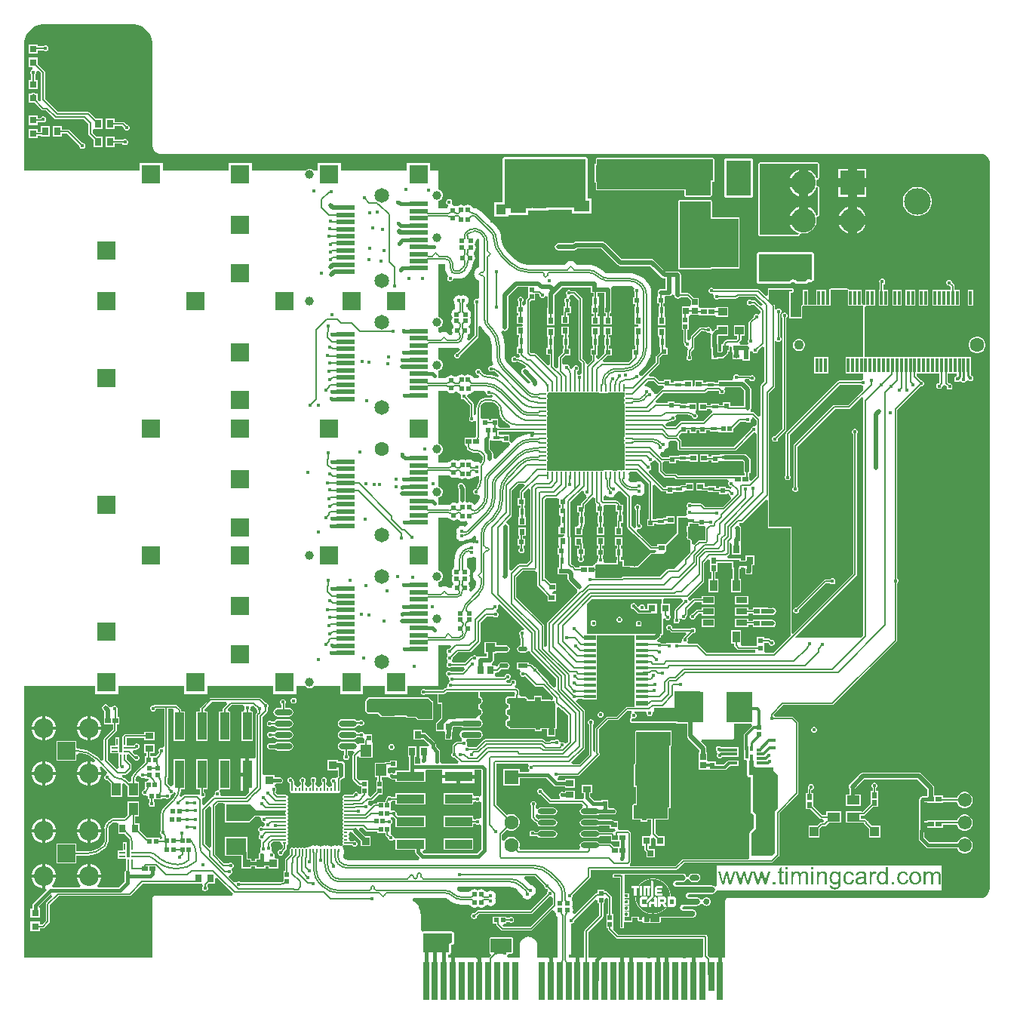
<source format=gbr>
G04*
G04 #@! TF.GenerationSoftware,Altium Limited,Altium Designer,23.7.1 (13)*
G04*
G04 Layer_Physical_Order=1*
G04 Layer_Color=255*
%FSLAX25Y25*%
%MOIN*%
G70*
G04*
G04 #@! TF.SameCoordinates,E44608C4-6370-4D0E-AFC6-BBC59DA78F3B*
G04*
G04*
G04 #@! TF.FilePolarity,Positive*
G04*
G01*
G75*
%ADD14C,0.01000*%
%ADD15C,0.00500*%
%ADD18R,0.02254X0.02423*%
%ADD19R,0.01772X0.01772*%
%ADD20R,0.02559X0.02362*%
%ADD21R,0.09488X0.12205*%
%ADD22O,0.09055X0.02756*%
%ADD23R,0.01968X0.02165*%
%ADD24R,0.03150X0.03740*%
%ADD25R,0.02165X0.01968*%
%ADD26R,0.01772X0.01772*%
%ADD27R,0.02362X0.02165*%
%ADD28R,0.02165X0.02362*%
%ADD29O,0.07874X0.02756*%
%ADD30R,0.20472X0.20472*%
%ADD31O,0.00787X0.01968*%
%ADD32O,0.01968X0.00787*%
%ADD33R,0.09000X0.07301*%
%ADD34R,0.01181X0.06102*%
%ADD35R,0.04724X0.10827*%
%ADD36R,0.07874X0.01968*%
%ADD37R,0.02288X0.02016*%
%ADD38R,0.02016X0.02288*%
%ADD39R,0.03937X0.04134*%
%ADD40R,0.04134X0.08661*%
%ADD41R,0.05512X0.05512*%
%ADD42R,0.05512X0.03937*%
%ADD43R,0.02362X0.02559*%
%ADD44O,0.08071X0.02362*%
%ADD45R,0.03200X0.01000*%
%ADD46R,0.01000X0.03200*%
%ADD47R,0.06299X0.04921*%
%ADD48R,0.02657X0.02362*%
%ADD49R,0.02657X0.01772*%
%ADD50R,0.03543X0.02756*%
%ADD51R,0.04349X0.06717*%
%ADD52R,0.02816X0.02648*%
%ADD53R,0.02756X0.02756*%
%ADD54R,0.05315X0.02362*%
%ADD55R,0.05315X0.01575*%
%ADD56R,0.23300X0.21700*%
%ADD57R,0.09800X0.03700*%
%ADD58R,0.07835X0.09173*%
%ADD59R,0.05315X0.04331*%
%ADD60R,0.06717X0.04546*%
%ADD61R,0.12992X0.09449*%
%ADD62R,0.05709X0.07480*%
%ADD63R,0.05906X0.07284*%
%ADD64R,0.03937X0.02835*%
%ADD65R,0.04331X0.04134*%
%ADD66R,0.03563X0.03568*%
%ADD67R,0.03937X0.12205*%
%ADD68R,0.05512X0.05512*%
%ADD69R,0.03937X0.05512*%
%ADD70R,0.02756X0.02559*%
%ADD71R,0.02165X0.02165*%
%ADD72R,0.11811X0.13780*%
%ADD73R,0.02559X0.02756*%
%ADD74R,0.04921X0.02559*%
%ADD75R,0.03347X0.04921*%
%ADD76R,0.02648X0.02816*%
%ADD77R,0.02648X0.02911*%
%ADD78R,0.02756X0.02756*%
%ADD79R,0.03150X0.03150*%
%ADD80R,0.07284X0.05906*%
%ADD81R,0.04331X0.05315*%
%ADD82R,0.02911X0.02648*%
%ADD83R,0.05924X0.07505*%
%ADD84R,0.04546X0.06717*%
%ADD85R,0.02648X0.02631*%
%ADD86R,0.01378X0.02362*%
%ADD87R,0.01378X0.05512*%
%ADD88R,0.02362X0.01378*%
%ADD89R,0.02362X0.02657*%
%ADD90R,0.01772X0.02657*%
%ADD91R,0.03937X0.03543*%
%ADD92R,0.02756X0.03740*%
%ADD93R,0.02123X0.01860*%
%ADD94R,0.02985X0.03197*%
%ADD95R,0.03568X0.03563*%
%ADD96R,0.03543X0.02756*%
%ADD97R,0.02756X0.03543*%
%ADD98R,0.04724X0.05512*%
%ADD99R,0.02047X0.02047*%
%ADD100R,0.02047X0.02047*%
%ADD101R,0.12205X0.03937*%
G04:AMPARAMS|DCode=102|XSize=40.88mil|YSize=20.95mil|CornerRadius=10.48mil|HoleSize=0mil|Usage=FLASHONLY|Rotation=180.000|XOffset=0mil|YOffset=0mil|HoleType=Round|Shape=RoundedRectangle|*
%AMROUNDEDRECTD102*
21,1,0.04088,0.00000,0,0,180.0*
21,1,0.01993,0.02095,0,0,180.0*
1,1,0.02095,-0.00996,0.00000*
1,1,0.02095,0.00996,0.00000*
1,1,0.02095,0.00996,0.00000*
1,1,0.02095,-0.00996,0.00000*
%
%ADD102ROUNDEDRECTD102*%
%ADD103R,0.04088X0.02095*%
%ADD104R,0.02953X0.03347*%
%ADD105R,0.03150X0.03150*%
%ADD106R,0.00800X0.02800*%
%ADD107R,0.02800X0.00800*%
%ADD108R,0.02756X0.03543*%
%ADD109R,0.02800X0.16500*%
%ADD110R,0.02800X0.12600*%
%ADD134R,0.15000X0.20000*%
%ADD159C,0.04331*%
%ADD160C,0.06299*%
%ADD169C,0.11800*%
%ADD170R,0.10827X0.10827*%
%ADD171C,0.10827*%
%ADD176C,0.00538*%
%ADD177C,0.00699*%
%ADD178C,0.02000*%
%ADD179C,0.00727*%
%ADD180C,0.00727*%
%ADD181C,0.00538*%
%ADD182C,0.00699*%
%ADD183C,0.00800*%
%ADD184C,0.01500*%
%ADD185C,0.01800*%
%ADD186C,0.01200*%
%ADD187C,0.06496*%
%ADD188R,0.08268X0.08268*%
%ADD189C,0.03937*%
%ADD190C,0.08661*%
%ADD191R,0.07874X0.07874*%
%ADD192R,0.06102X0.06102*%
%ADD193C,0.06102*%
%ADD194C,0.25591*%
%ADD195R,0.06299X0.06299*%
%ADD196C,0.25000*%
%ADD197C,0.01600*%
%ADD198C,0.02598*%
G36*
X21330Y21189D02*
X23040Y20849D01*
X24651Y20182D01*
X26100Y19214D01*
X27333Y17981D01*
X28302Y16531D01*
X28969Y14920D01*
X29309Y13210D01*
Y12424D01*
X29302Y12371D01*
X29307Y12285D01*
X29290Y12201D01*
Y-31635D01*
X29289Y-31653D01*
X29274Y-31932D01*
X29286Y-32021D01*
X29277Y-32111D01*
X29328Y-32671D01*
X29362Y-32785D01*
X29373Y-32905D01*
X29532Y-33443D01*
X29588Y-33550D01*
X29622Y-33665D01*
X29882Y-34162D01*
X29958Y-34256D01*
X30013Y-34362D01*
X30365Y-34799D01*
X30457Y-34876D01*
X30532Y-34970D01*
X30963Y-35331D01*
X31068Y-35388D01*
X31160Y-35465D01*
X31652Y-35736D01*
X31766Y-35772D01*
X31871Y-35830D01*
X32407Y-36000D01*
X32496Y-36010D01*
X32581Y-36042D01*
X32858Y-36087D01*
X32957Y-36083D01*
X33054Y-36102D01*
X395327Y-36102D01*
X395338Y-36100D01*
X395349Y-36102D01*
X395729Y-36096D01*
X396477Y-36231D01*
X397185Y-36509D01*
X397824Y-36921D01*
X398372Y-37449D01*
X398805Y-38073D01*
X399109Y-38770D01*
X399271Y-39513D01*
X399278Y-39882D01*
X399278Y-360436D01*
X399278Y-360436D01*
X399278Y-360931D01*
X399114Y-361757D01*
X398791Y-362536D01*
X398323Y-363237D01*
X397727Y-363832D01*
X397026Y-364301D01*
X396248Y-364623D01*
X395421Y-364788D01*
X395000Y-364788D01*
X283663D01*
X283195Y-364881D01*
X282798Y-365146D01*
X282533Y-365543D01*
X282439Y-366011D01*
Y-391102D01*
X275594D01*
X274553Y-390060D01*
Y-381890D01*
X274486Y-381553D01*
X274295Y-381267D01*
X274009Y-381076D01*
X273672Y-381009D01*
X235145D01*
X233068Y-378932D01*
X232942Y-377984D01*
X232942D01*
Y-375031D01*
Y-371866D01*
X232339D01*
Y-364438D01*
X232272Y-364101D01*
X232081Y-363815D01*
X232081Y-363815D01*
X230375Y-362109D01*
X230089Y-361918D01*
X229752Y-361851D01*
X229111D01*
Y-361149D01*
X226143D01*
Y-362570D01*
X225760D01*
X225423Y-362637D01*
X225137Y-362828D01*
X216039Y-371926D01*
X214959Y-371592D01*
X214881Y-371169D01*
X215055Y-370908D01*
X215237Y-369991D01*
X215055Y-369075D01*
X214653Y-368474D01*
X214947Y-368034D01*
X215129Y-367117D01*
X215106D01*
X215017Y-366442D01*
X214905Y-366173D01*
X214877Y-366033D01*
X214798Y-365914D01*
X214757Y-365814D01*
X214756Y-365812D01*
X214504Y-365014D01*
X214820Y-364491D01*
X215018Y-364014D01*
Y-363537D01*
X222669Y-355886D01*
X222669Y-355886D01*
X222835Y-355638D01*
X222893Y-355345D01*
Y-352339D01*
X260678D01*
X260970Y-352281D01*
X261219Y-352115D01*
X264177Y-349157D01*
X302946D01*
X303239Y-349099D01*
X303487Y-348933D01*
X306052Y-346368D01*
X306218Y-346119D01*
X306276Y-345827D01*
Y-327269D01*
X314579Y-318966D01*
X314745Y-318718D01*
X314803Y-318426D01*
X314803Y-318425D01*
Y-287535D01*
X314745Y-287242D01*
X314579Y-286994D01*
X314579Y-286994D01*
X312604Y-285019D01*
X312356Y-284853D01*
X312063Y-284795D01*
X304162D01*
X303800Y-283870D01*
X308091Y-279579D01*
X329819D01*
X330112Y-279521D01*
X330360Y-279355D01*
X358146Y-251569D01*
X358312Y-251321D01*
X358370Y-251028D01*
Y-225754D01*
X358732Y-225392D01*
X358930Y-224915D01*
Y-224397D01*
X358732Y-223920D01*
X358370Y-223558D01*
Y-149072D01*
X368746Y-138696D01*
X369224D01*
X369701Y-138498D01*
X370067Y-138132D01*
X370265Y-137654D01*
Y-137137D01*
X370067Y-136659D01*
X369701Y-136293D01*
X369224Y-136095D01*
X368910D01*
X367022Y-134207D01*
Y-132988D01*
X377072D01*
Y-137210D01*
X376960Y-137322D01*
X376647D01*
X376169Y-137520D01*
X375803Y-137885D01*
X375605Y-138363D01*
Y-138880D01*
X375803Y-139358D01*
X376169Y-139724D01*
X376647Y-139922D01*
X377164D01*
X377642Y-139724D01*
X378007Y-139358D01*
X378205Y-138880D01*
X379069Y-138238D01*
X379634Y-138285D01*
X380199Y-138851D01*
Y-139164D01*
X380397Y-139642D01*
X380763Y-140008D01*
X381241Y-140206D01*
X381758D01*
X382236Y-140008D01*
X382601Y-139642D01*
X382799Y-139164D01*
Y-138647D01*
X382601Y-138169D01*
X382236Y-137803D01*
X381758Y-137606D01*
X381445D01*
X380802Y-136963D01*
Y-132988D01*
X384807D01*
Y-134034D01*
X384506Y-134335D01*
X384106Y-134501D01*
X383740Y-134867D01*
X383542Y-135345D01*
Y-135862D01*
X383740Y-136339D01*
X384106Y-136705D01*
X384584Y-136903D01*
X385101D01*
X385579Y-136705D01*
X386341Y-136549D01*
X386799Y-136791D01*
X386886Y-136878D01*
X387364Y-137076D01*
X387881D01*
X388359Y-136878D01*
X388725Y-136512D01*
X388775Y-136391D01*
X388948Y-136305D01*
X389798Y-136165D01*
X389864Y-136175D01*
X390012Y-136322D01*
X390490Y-136520D01*
X391007D01*
X391484Y-136322D01*
X391850Y-135956D01*
X392048Y-135478D01*
Y-134961D01*
X391850Y-134484D01*
X391484Y-134118D01*
X391085Y-133952D01*
X391042Y-133910D01*
X390854Y-132988D01*
X390854Y-132988D01*
X390854Y-132988D01*
Y-125885D01*
X343848D01*
Y-104264D01*
X344264Y-103436D01*
X344618Y-103263D01*
X344618Y-103263D01*
X348531D01*
Y-96161D01*
X344382D01*
Y-102085D01*
X343521Y-102585D01*
X343515Y-102587D01*
X342626Y-102213D01*
Y-96161D01*
X338007D01*
X337021Y-95990D01*
X336939Y-95895D01*
X336891Y-95778D01*
X336808Y-95744D01*
X336750Y-95677D01*
X336336Y-95470D01*
X336210Y-95461D01*
X336094Y-95413D01*
X329261D01*
X329144Y-95461D01*
X329019Y-95470D01*
X328604Y-95677D01*
X328546Y-95744D01*
X328464Y-95778D01*
X328415Y-95894D01*
X328333Y-95990D01*
X328339Y-96079D01*
X328305Y-96161D01*
Y-102722D01*
X326878D01*
Y-96161D01*
X322728D01*
Y-102722D01*
X319004D01*
Y-96161D01*
X316823D01*
Y-102722D01*
X316660Y-102789D01*
X316490Y-102836D01*
X316490Y-102836D01*
X316112Y-103131D01*
X316095Y-103161D01*
X316062Y-103175D01*
X315995Y-103338D01*
X315908Y-103491D01*
X315908Y-103491D01*
X315917Y-103525D01*
X315904Y-103558D01*
Y-108135D01*
X311262D01*
Y-97391D01*
X312053D01*
X312436Y-97233D01*
X312595Y-96850D01*
Y-95954D01*
X312436Y-95571D01*
X312053Y-95413D01*
X301801D01*
X301418Y-95571D01*
X301260Y-95954D01*
Y-98446D01*
X300336Y-98828D01*
X297677Y-96170D01*
X297391Y-95979D01*
X297054Y-95912D01*
X277553D01*
X277451Y-95663D01*
X277085Y-95298D01*
X276607Y-95100D01*
X276090D01*
X275612Y-95298D01*
X275246Y-95663D01*
X275048Y-96141D01*
Y-96658D01*
X275246Y-97136D01*
X275612Y-97502D01*
X276090Y-97700D01*
X276607D01*
X276771Y-97632D01*
X276839Y-97645D01*
X277061Y-97868D01*
X277065Y-97874D01*
X277413Y-98672D01*
X277347Y-98832D01*
Y-99349D01*
X277544Y-99827D01*
X277910Y-100192D01*
X278388Y-100390D01*
X278905D01*
X279383Y-100192D01*
X279605Y-99971D01*
X287091D01*
X287428Y-99904D01*
X287714Y-99713D01*
X288219Y-99207D01*
X295698D01*
X299111Y-102620D01*
X299082Y-102762D01*
X297997Y-103091D01*
X296021Y-101115D01*
X295735Y-100924D01*
X295398Y-100857D01*
X294181D01*
X293959Y-100636D01*
X293481Y-100437D01*
X292964D01*
X292486Y-100636D01*
X292121Y-101001D01*
X291923Y-101479D01*
Y-101996D01*
X292121Y-102474D01*
X292486Y-102840D01*
X292964Y-103038D01*
X293481D01*
X293959Y-102840D01*
X294181Y-102618D01*
X295034D01*
X297984Y-105569D01*
Y-106611D01*
X296984Y-107025D01*
X296948Y-106989D01*
X296470Y-106791D01*
X295953D01*
X295475Y-106989D01*
X295110Y-107355D01*
X294912Y-107833D01*
Y-108146D01*
X293069Y-109988D01*
X293069Y-109988D01*
X292878Y-110274D01*
X292811Y-110611D01*
Y-117833D01*
X292590Y-118055D01*
X292392Y-118533D01*
Y-119050D01*
X292576Y-119495D01*
X292504Y-119674D01*
X292081Y-120394D01*
X292062Y-120414D01*
X289311D01*
X289122Y-120225D01*
X288771Y-119225D01*
X289294Y-118702D01*
X289485Y-118417D01*
X289552Y-118080D01*
Y-116431D01*
X291140D01*
Y-111887D01*
X286203D01*
Y-116431D01*
X287791D01*
Y-117715D01*
X287300Y-118205D01*
X283186D01*
X283026Y-118237D01*
X282850Y-118272D01*
X282850Y-118272D01*
X282849Y-118272D01*
X282698Y-118374D01*
X282564Y-118463D01*
X281799Y-119228D01*
X281798Y-119228D01*
X281798Y-119228D01*
X281703Y-119370D01*
X281608Y-119514D01*
X281608Y-119514D01*
X281608Y-119514D01*
X281577Y-119668D01*
X281540Y-119851D01*
X280740Y-120225D01*
Y-121922D01*
X280670Y-122275D01*
Y-123063D01*
X280394Y-123339D01*
X279388D01*
Y-120605D01*
X279294Y-120135D01*
Y-119025D01*
X279180D01*
Y-116736D01*
X279456Y-116460D01*
X280419D01*
X280419Y-116460D01*
X280419Y-116460D01*
X280568Y-116431D01*
X283659D01*
Y-111887D01*
X278722D01*
Y-113421D01*
X278237Y-113518D01*
X277741Y-113849D01*
X277120Y-114470D01*
X276489Y-114213D01*
X276196Y-113980D01*
Y-113577D01*
X275998Y-113099D01*
X275632Y-112733D01*
X275154Y-112535D01*
X274637D01*
X274159Y-112733D01*
X273446Y-112849D01*
X273198Y-112683D01*
X272905Y-112625D01*
X271657D01*
X271657Y-112625D01*
X271365Y-112683D01*
X271116Y-112849D01*
X267441Y-116524D01*
X267276Y-116772D01*
X267217Y-117065D01*
Y-117878D01*
X266271Y-118452D01*
X265669Y-118114D01*
Y-113942D01*
X266297D01*
Y-111063D01*
Y-107776D01*
X266833Y-107201D01*
X267211D01*
Y-107201D01*
X270770D01*
X271049Y-107572D01*
Y-107572D01*
X277955D01*
X278722Y-108134D01*
Y-108163D01*
X283659D01*
Y-103620D01*
X278722D01*
Y-103649D01*
X277955Y-104210D01*
X271049D01*
X270770Y-103326D01*
Y-99705D01*
X268456D01*
X266580Y-97828D01*
X266294Y-97638D01*
X265957Y-97571D01*
X262914D01*
Y-89600D01*
X262798Y-89015D01*
X262466Y-88519D01*
X261970Y-88187D01*
X261385Y-88071D01*
X256137D01*
X251125Y-83058D01*
X250628Y-82727D01*
X250043Y-82610D01*
X236733D01*
X229459Y-75336D01*
X228963Y-75004D01*
X228377Y-74888D01*
X216364D01*
X215778Y-75004D01*
X215282Y-75336D01*
X215057Y-75561D01*
X208657D01*
X208072Y-75678D01*
X207576Y-76009D01*
X207244Y-76505D01*
X207128Y-77091D01*
X207244Y-77676D01*
X207576Y-78172D01*
X208072Y-78504D01*
X208657Y-78620D01*
X215690D01*
X216276Y-78504D01*
X216772Y-78172D01*
X216997Y-77947D01*
X227744D01*
X235018Y-85221D01*
X235514Y-85553D01*
X236100Y-85669D01*
X249410D01*
X254422Y-90682D01*
X254919Y-91013D01*
X255504Y-91130D01*
X256104D01*
Y-95816D01*
X254042D01*
X253456Y-95932D01*
X252960Y-96264D01*
X252629Y-96760D01*
X252512Y-97345D01*
X252629Y-97931D01*
X252823Y-98221D01*
X252577Y-98951D01*
X252380Y-99221D01*
X252216D01*
Y-102237D01*
X253385D01*
Y-103452D01*
X252880D01*
Y-107110D01*
X252880D01*
X252833Y-108090D01*
X252751D01*
Y-111748D01*
X256114D01*
Y-108090D01*
X255698D01*
X255651Y-107110D01*
X255651D01*
Y-103452D01*
X255146D01*
Y-102237D01*
X255503D01*
Y-99221D01*
X256360Y-98875D01*
X257633D01*
X258219Y-98758D01*
X258715Y-98427D01*
X258855Y-98217D01*
X259724Y-98420D01*
X259866Y-98504D01*
X259972Y-99036D01*
X260303Y-99532D01*
X260799Y-99864D01*
X261385Y-99980D01*
X261609D01*
X262194Y-99864D01*
X262690Y-99532D01*
X262825Y-99331D01*
X265592D01*
X267211Y-100950D01*
Y-102602D01*
X266833Y-103445D01*
X263274D01*
Y-106779D01*
X263274Y-107201D01*
X263274D01*
X263280Y-107776D01*
X263280D01*
Y-111063D01*
Y-113942D01*
X263908D01*
Y-119146D01*
X263975Y-119483D01*
X264166Y-119768D01*
X264425Y-120027D01*
Y-120341D01*
X264623Y-120818D01*
X264989Y-121184D01*
X265466Y-121382D01*
X265646D01*
X266114Y-122328D01*
X265978Y-122464D01*
X265812Y-122712D01*
X265754Y-123005D01*
Y-125043D01*
X265417Y-125381D01*
X265219Y-125858D01*
Y-126376D01*
X265417Y-126853D01*
X265782Y-127219D01*
X266260Y-127417D01*
X266777D01*
X267255Y-127219D01*
X267621Y-126853D01*
X267819Y-126376D01*
Y-125858D01*
X267621Y-125381D01*
X267283Y-125043D01*
Y-123322D01*
X268523Y-122082D01*
X268523Y-122082D01*
X268689Y-121834D01*
X268747Y-121541D01*
Y-117381D01*
X271846Y-114283D01*
X272805Y-114371D01*
X273053Y-114537D01*
X273346Y-114595D01*
X273346Y-114595D01*
X273817D01*
X274159Y-114937D01*
X274637Y-115135D01*
X275154D01*
X275391Y-115037D01*
X275698Y-115211D01*
X276113Y-115584D01*
X276201Y-115702D01*
X276121Y-116102D01*
Y-119025D01*
X276007D01*
Y-122041D01*
X276329D01*
Y-124868D01*
X276446Y-125454D01*
X276473Y-125494D01*
Y-126697D01*
X279244D01*
Y-126398D01*
X281028D01*
X281028Y-126398D01*
X281028Y-126398D01*
X281319Y-126340D01*
X281613Y-126281D01*
X281613Y-126281D01*
X281613Y-126281D01*
X281862Y-126115D01*
X282109Y-125950D01*
X282109Y-125950D01*
X282109Y-125950D01*
X283281Y-124778D01*
X283446Y-124531D01*
X283612Y-124282D01*
X283612Y-124282D01*
X283612Y-124282D01*
X283671Y-123988D01*
X283729Y-123697D01*
Y-123587D01*
X284398D01*
Y-121336D01*
X284931Y-121027D01*
X285464Y-121336D01*
Y-122993D01*
X285464Y-123587D01*
X285464Y-123587D01*
X285534Y-123965D01*
X285534D01*
Y-126736D01*
X286735D01*
X286773Y-126762D01*
X287358Y-126880D01*
X287944Y-126765D01*
X287987Y-126736D01*
X289191D01*
Y-126736D01*
X290141Y-126857D01*
Y-127376D01*
X293158D01*
Y-125839D01*
X293179Y-125732D01*
Y-123485D01*
X293689Y-123167D01*
X294542Y-123476D01*
X294601Y-123619D01*
X294967Y-123985D01*
X295444Y-124182D01*
X295961D01*
X296439Y-123985D01*
X296805Y-123619D01*
X297003Y-123141D01*
Y-122827D01*
X298755Y-121075D01*
X299755Y-121490D01*
Y-136589D01*
X298242Y-138102D01*
X298051Y-138388D01*
X297984Y-138725D01*
Y-151629D01*
X296984Y-152043D01*
X295413Y-150472D01*
X295128Y-150282D01*
X294791Y-150215D01*
X293950D01*
X293694Y-149816D01*
X293515Y-149215D01*
X293741Y-148877D01*
X293858Y-148291D01*
Y-140145D01*
X293741Y-139560D01*
X293410Y-139064D01*
X290956Y-136610D01*
X290964Y-136459D01*
X291277Y-135610D01*
X292983D01*
X293026Y-135639D01*
X293158Y-135956D01*
X293523Y-136322D01*
X294001Y-136520D01*
X294518D01*
X294996Y-136322D01*
X295362Y-135956D01*
X295560Y-135478D01*
Y-134961D01*
X295362Y-134484D01*
X294996Y-134118D01*
X294518Y-133920D01*
X294001D01*
X293523Y-134118D01*
X293512Y-134129D01*
X293270Y-134081D01*
X288528D01*
X288456Y-133907D01*
X288090Y-133541D01*
X287613Y-133343D01*
X287095D01*
X286618Y-133541D01*
X286252Y-133907D01*
X286054Y-134384D01*
Y-134902D01*
X286147Y-135127D01*
X285805Y-135881D01*
X285585Y-136127D01*
X282194D01*
Y-136012D01*
X279178D01*
Y-137158D01*
X277743D01*
Y-136652D01*
X274086D01*
Y-137158D01*
X272588D01*
Y-136126D01*
X268931D01*
Y-138574D01*
X268398Y-138884D01*
X267864Y-138574D01*
Y-136126D01*
X264207D01*
Y-136126D01*
X263438Y-136584D01*
X259780D01*
Y-137089D01*
X258327D01*
Y-135944D01*
X255310D01*
Y-136572D01*
X253480D01*
X251719Y-134810D01*
X251433Y-134620D01*
X251096Y-134553D01*
X249108D01*
X248694Y-133553D01*
X253193Y-129053D01*
X253384Y-128768D01*
X253451Y-128431D01*
Y-126274D01*
X254787Y-124938D01*
X256829D01*
Y-121922D01*
X256344D01*
X256110Y-121019D01*
X256110D01*
Y-117361D01*
X256110D01*
X256114Y-116472D01*
X256114D01*
X256114Y-116363D01*
Y-112815D01*
X252751D01*
Y-116472D01*
X253071D01*
X253339Y-117361D01*
X253339D01*
Y-121006D01*
X253339Y-121019D01*
X253339Y-121019D01*
X253542Y-121922D01*
X253542Y-121922D01*
Y-123693D01*
X251948Y-125287D01*
X251757Y-125572D01*
X251690Y-125909D01*
Y-128066D01*
X245544Y-134212D01*
X245202Y-134187D01*
X244445Y-133897D01*
X244346Y-133660D01*
X244197Y-133510D01*
X244161Y-132593D01*
X244232Y-132316D01*
X244581Y-132102D01*
X246018Y-130875D01*
X246062Y-130845D01*
X246074Y-130833D01*
X246098Y-130798D01*
X247372Y-129306D01*
X248418Y-127598D01*
X249185Y-125747D01*
X249653Y-123799D01*
X249807Y-121844D01*
X249815Y-121802D01*
Y-97928D01*
X249808Y-97892D01*
X249649Y-96275D01*
X249166Y-94684D01*
X248383Y-93219D01*
X247352Y-91962D01*
X247331Y-91932D01*
X247310Y-91910D01*
X247229Y-91856D01*
X246026Y-90829D01*
X244595Y-89952D01*
X243044Y-89310D01*
X241413Y-88918D01*
X239835Y-88794D01*
X239740Y-88775D01*
X230526D01*
X230471Y-88786D01*
X229806Y-88698D01*
X229334Y-88503D01*
X228562Y-87950D01*
X228562Y-87950D01*
X227026Y-86690D01*
X225273Y-85753D01*
X223372Y-85176D01*
X221394Y-84981D01*
Y-84986D01*
X216857D01*
X216379Y-84363D01*
X215745Y-83876D01*
X215006Y-83570D01*
X214484Y-83502D01*
X214213Y-83448D01*
X213942Y-83502D01*
X213420Y-83570D01*
X212681Y-83876D01*
X212046Y-84363D01*
X211569Y-84986D01*
X195182D01*
X195076Y-85007D01*
X193676Y-84869D01*
X192228Y-84430D01*
X190894Y-83716D01*
X189807Y-82824D01*
X189747Y-82734D01*
X185696Y-78683D01*
X185608Y-78624D01*
X184734Y-77560D01*
X184037Y-76254D01*
X183607Y-74838D01*
X183472Y-73468D01*
X183493Y-73364D01*
Y-73355D01*
X183469Y-73236D01*
X183351Y-72037D01*
X182966Y-70770D01*
X182342Y-69603D01*
X181578Y-68671D01*
X181511Y-68571D01*
X174313Y-61373D01*
X174252Y-61332D01*
X173351Y-60640D01*
X172233Y-60178D01*
X171201Y-60042D01*
X170446Y-59287D01*
X170168Y-59101D01*
X169888Y-58886D01*
X169779Y-58841D01*
X169696Y-58785D01*
X169597Y-58766D01*
X169256Y-58625D01*
X168579Y-58535D01*
Y-58513D01*
X167693Y-58689D01*
X167654Y-58716D01*
X167140Y-59060D01*
X166586Y-58689D01*
X165700Y-58513D01*
Y-58510D01*
X164747Y-58700D01*
X164281Y-59011D01*
X163927Y-59239D01*
X162964Y-59177D01*
X162795Y-59064D01*
X162135Y-58932D01*
X161867Y-58568D01*
X161730Y-58303D01*
X161615Y-57926D01*
X161733Y-57640D01*
Y-57123D01*
X161535Y-56645D01*
X161169Y-56280D01*
X160692Y-56082D01*
X160175D01*
X159697Y-56280D01*
X159331Y-56645D01*
X159133Y-57123D01*
Y-57640D01*
X159331Y-58118D01*
X159697Y-58484D01*
X159941Y-58585D01*
X160101Y-58960D01*
X160109Y-58995D01*
X159805Y-59929D01*
X159248Y-60160D01*
X155630D01*
Y-56791D01*
X156516Y-56423D01*
X157211Y-55729D01*
X157587Y-54822D01*
Y-53840D01*
X157211Y-52932D01*
X156516Y-52238D01*
X155630Y-51871D01*
Y-43322D01*
X151984D01*
Y-40024D01*
X141717D01*
Y-43322D01*
X112614D01*
Y-40024D01*
X102347D01*
Y-43322D01*
X100474D01*
X100217Y-43065D01*
X99310Y-42689D01*
X98328D01*
X97421Y-43065D01*
X97163Y-43322D01*
X73244D01*
Y-40024D01*
X62976D01*
Y-43322D01*
X33874D01*
Y-40024D01*
X23606D01*
Y-43322D01*
X-27321D01*
X-27321Y12201D01*
X-27338Y12285D01*
X-27333Y12371D01*
X-27341Y12424D01*
X-27341Y13210D01*
X-27000Y14920D01*
X-26333Y16531D01*
X-25365Y17981D01*
X-24132Y19214D01*
X-22682Y20182D01*
X-21072Y20849D01*
X-19362Y21189D01*
X-18575D01*
X-18522Y21182D01*
X-18436Y21187D01*
X-18352Y21170D01*
X20320D01*
X20405Y21187D01*
X20490Y21182D01*
X20544Y21189D01*
X21330Y21189D01*
D02*
G37*
G36*
X173427Y-73582D02*
X173722Y-74023D01*
X173826Y-74544D01*
X173814Y-74603D01*
Y-86128D01*
X173741Y-86138D01*
X173002Y-86444D01*
X172368Y-86931D01*
X171881Y-87565D01*
X171574Y-88305D01*
X171506Y-88826D01*
X171452Y-89097D01*
X171506Y-89369D01*
X171574Y-89890D01*
X171881Y-90630D01*
X172368Y-91264D01*
X173002Y-91751D01*
X173741Y-92057D01*
X173814Y-92067D01*
Y-95119D01*
Y-99456D01*
X172832Y-100060D01*
X172315D01*
X171837Y-100258D01*
X171471Y-100624D01*
X171274Y-101101D01*
Y-101619D01*
X171471Y-102096D01*
X171693Y-102318D01*
Y-116144D01*
X169339Y-118499D01*
X169219Y-118465D01*
X168449Y-117975D01*
X168558Y-117141D01*
X168575Y-117058D01*
Y-116639D01*
X168688Y-116367D01*
X168743Y-115949D01*
X168749Y-115942D01*
X169046Y-115744D01*
X169081Y-115691D01*
X169091D01*
Y-115676D01*
X169547Y-114993D01*
X169723Y-114108D01*
X169547Y-113223D01*
X169419Y-113031D01*
X169127Y-112553D01*
X169341Y-111851D01*
X169411Y-111662D01*
X169522Y-111493D01*
X169946Y-110859D01*
X170142Y-109875D01*
X170137D01*
X169961Y-108990D01*
X169591Y-108436D01*
X169961Y-107882D01*
X170137Y-106997D01*
X170141D01*
X169948Y-106024D01*
X169397Y-105199D01*
X169396Y-105201D01*
X168893Y-104702D01*
X168643Y-104535D01*
X168594Y-104497D01*
Y-104192D01*
X168600Y-104162D01*
Y-102447D01*
X168712Y-102301D01*
X169010Y-101580D01*
X169112Y-100807D01*
X169131D01*
X168955Y-99922D01*
X168929Y-99883D01*
X168454Y-99171D01*
X167703Y-98670D01*
X166818Y-98494D01*
X165932Y-98670D01*
X165768Y-98780D01*
X165603Y-98670D01*
X164718Y-98494D01*
X163832Y-98670D01*
X163082Y-99171D01*
X162606Y-99883D01*
X162580Y-99922D01*
X162404Y-100807D01*
X162423D01*
X162525Y-101580D01*
X162824Y-102301D01*
X162935Y-102447D01*
Y-103708D01*
X162929Y-103738D01*
Y-104522D01*
X162650Y-104712D01*
X162647Y-104714D01*
X162644Y-104717D01*
X162147Y-105208D01*
X161589Y-106042D01*
X161394Y-107025D01*
X161399D01*
X161575Y-107911D01*
X161945Y-108465D01*
X161575Y-109018D01*
X161399Y-109904D01*
X161394D01*
X161588Y-110876D01*
X161979Y-111463D01*
X162113Y-111684D01*
X162174Y-111876D01*
X162327Y-112623D01*
X161926Y-113223D01*
X161750Y-114108D01*
X161926Y-114993D01*
X161986Y-115082D01*
X161532Y-115990D01*
X160699Y-116047D01*
X160386Y-115640D01*
X159751Y-115153D01*
X159012Y-114847D01*
X158491Y-114778D01*
X158220Y-114724D01*
X157948Y-114778D01*
X157427Y-114847D01*
X156687Y-115153D01*
X156630Y-115197D01*
X155630Y-114704D01*
Y-112893D01*
X156516Y-112526D01*
X157211Y-111831D01*
X157587Y-110924D01*
Y-109942D01*
X157211Y-109035D01*
X156516Y-108340D01*
X155630Y-107973D01*
Y-84722D01*
X158538D01*
Y-86177D01*
X158537D01*
X158720Y-87564D01*
X159255Y-88856D01*
X159541Y-89229D01*
X160088Y-89983D01*
X159856Y-90219D01*
X159725Y-90352D01*
X159527Y-90830D01*
Y-91347D01*
X159725Y-91825D01*
X160090Y-92190D01*
X160568Y-92388D01*
X161085D01*
X161563Y-92190D01*
X161929Y-91825D01*
X162127Y-91347D01*
X162252Y-91237D01*
X163241Y-91265D01*
D01*
X164241Y-91265D01*
X164667D01*
X164768Y-91245D01*
X165807Y-91108D01*
X166869Y-90668D01*
X167701Y-90030D01*
X167786Y-89973D01*
X168804Y-88955D01*
X168865Y-88864D01*
X169666Y-87888D01*
X170312Y-86678D01*
X170710Y-85366D01*
X170781Y-84648D01*
X170924Y-84304D01*
X170980Y-83874D01*
X170981Y-83873D01*
X171277Y-83675D01*
X171313Y-83622D01*
X171323D01*
Y-83607D01*
X171779Y-82924D01*
X171955Y-82039D01*
X171800Y-81259D01*
X171779Y-81154D01*
X171323Y-80456D01*
X171330Y-80133D01*
X171580Y-79236D01*
X171583Y-79231D01*
X172140Y-78398D01*
X172336Y-77410D01*
X172331D01*
X172155Y-76525D01*
X171785Y-75971D01*
X172128Y-75457D01*
X172155Y-75417D01*
X172331Y-74532D01*
X172406Y-73991D01*
X173234Y-73613D01*
X173413Y-73572D01*
X173427Y-73582D01*
D02*
G37*
G36*
X241054Y-94574D02*
X241606Y-94803D01*
X242226Y-95597D01*
X242028Y-96075D01*
Y-96592D01*
X242226Y-97070D01*
X242440Y-97284D01*
Y-99340D01*
X241676D01*
Y-102356D01*
X242822D01*
Y-103401D01*
X242316D01*
Y-107059D01*
X242316D01*
X242200Y-107892D01*
X242200D01*
X242200Y-108011D01*
Y-111549D01*
X244151D01*
Y-112616D01*
X242200D01*
Y-116273D01*
X242300D01*
X242316Y-117267D01*
X242316D01*
Y-120924D01*
X242822D01*
Y-122405D01*
X241381D01*
Y-125421D01*
X241381D01*
X241476Y-126421D01*
X239699Y-128198D01*
X228725D01*
X228310Y-127198D01*
X230367Y-125141D01*
X232274D01*
Y-122125D01*
X231129D01*
Y-120924D01*
X231635D01*
Y-117267D01*
X231129D01*
Y-116183D01*
X232176D01*
Y-112525D01*
X228814D01*
Y-116183D01*
X229368D01*
Y-117267D01*
X228863D01*
Y-120924D01*
X229368D01*
Y-122125D01*
X228987D01*
Y-124032D01*
X226359Y-126660D01*
X225359Y-126246D01*
Y-125141D01*
X226122D01*
Y-122125D01*
X225878D01*
Y-120880D01*
X226383D01*
Y-117223D01*
X226383D01*
X226505Y-116273D01*
X226826D01*
Y-112616D01*
X223464D01*
Y-116273D01*
X223489D01*
X223611Y-117223D01*
X223611D01*
Y-120880D01*
X224117D01*
Y-122125D01*
X222834D01*
Y-125141D01*
X223598D01*
Y-127136D01*
X221728Y-129005D01*
X220728Y-128591D01*
Y-128205D01*
X220661Y-127868D01*
X220470Y-127582D01*
X219259Y-126371D01*
Y-100271D01*
X219259Y-100271D01*
X219192Y-99934D01*
X219001Y-99648D01*
X216235Y-96882D01*
X215949Y-96691D01*
X215612Y-96624D01*
X214221D01*
X214000Y-96402D01*
X213522Y-96204D01*
X213005D01*
X212527Y-96402D01*
X212161Y-96768D01*
X211963Y-97246D01*
Y-97763D01*
X212161Y-98241D01*
X212387Y-98466D01*
X212352Y-99047D01*
X212158Y-99536D01*
X211850Y-99664D01*
X211484Y-100030D01*
X211286Y-100508D01*
Y-101025D01*
X211484Y-101503D01*
X211770Y-101789D01*
Y-103569D01*
X211007D01*
Y-105560D01*
X210986Y-105591D01*
X210919Y-105928D01*
Y-107589D01*
X210118D01*
Y-111246D01*
X213481D01*
Y-107589D01*
X212680D01*
Y-106585D01*
X214295D01*
Y-103569D01*
X213531D01*
Y-101660D01*
X213688Y-101503D01*
X213886Y-101025D01*
Y-100508D01*
X213688Y-100030D01*
X213463Y-99804D01*
X213497Y-99224D01*
X213691Y-98734D01*
X214000Y-98606D01*
X214221Y-98385D01*
X215248D01*
X217498Y-100636D01*
Y-126736D01*
X217565Y-127073D01*
X217756Y-127358D01*
X218967Y-128569D01*
Y-132878D01*
X218153Y-133623D01*
X217636D01*
X217003Y-133075D01*
X216869Y-132464D01*
X216919Y-131960D01*
X217240Y-131827D01*
X217605Y-131462D01*
X217803Y-130984D01*
Y-130467D01*
X217605Y-129989D01*
X217240Y-129623D01*
X216762Y-129425D01*
X216245D01*
X215767Y-129623D01*
X215401Y-129989D01*
X215203Y-130467D01*
Y-130477D01*
X214279Y-131165D01*
X214204Y-131161D01*
X214195Y-131159D01*
X213551Y-130319D01*
Y-130030D01*
X213353Y-129552D01*
X212987Y-129186D01*
X212509Y-128988D01*
X211992D01*
X211515Y-129186D01*
X211423Y-129278D01*
X210423Y-128891D01*
Y-126588D01*
X211988Y-125023D01*
X213895D01*
Y-122007D01*
X212871D01*
Y-120880D01*
X213376D01*
Y-117223D01*
X212871D01*
Y-115970D01*
X213481D01*
Y-112313D01*
X210118D01*
Y-115970D01*
X211110D01*
Y-117223D01*
X210604D01*
Y-120880D01*
X211110D01*
Y-122007D01*
X210607D01*
Y-123914D01*
X208920Y-125601D01*
X208729Y-125887D01*
X208662Y-126224D01*
Y-130344D01*
X207738Y-130726D01*
X206643Y-129631D01*
Y-123962D01*
X206626Y-123876D01*
Y-121809D01*
X206626D01*
X206693Y-120837D01*
X206803D01*
Y-117179D01*
X206803Y-117179D01*
X207002Y-116488D01*
X207002D01*
X207002Y-116262D01*
Y-112831D01*
X203640D01*
Y-116488D01*
X203640D01*
X204031Y-117179D01*
Y-120837D01*
X204031D01*
X203964Y-121809D01*
X203338D01*
Y-124825D01*
X204882D01*
Y-129117D01*
X203882Y-129532D01*
X198868Y-124518D01*
X198582Y-124327D01*
X198245Y-124260D01*
X196547D01*
X196084Y-123797D01*
Y-101298D01*
X196631Y-100752D01*
X198354D01*
Y-97814D01*
X199891D01*
X200310Y-98232D01*
Y-98710D01*
X200507Y-99187D01*
X200873Y-99553D01*
X201351Y-99751D01*
X201868D01*
X202346Y-99553D01*
X202712Y-99187D01*
X202828Y-98907D01*
X203828Y-99106D01*
Y-104134D01*
X203713D01*
Y-107150D01*
X203713D01*
X203640Y-108107D01*
X203640D01*
X203640Y-108120D01*
Y-111764D01*
X207002D01*
Y-108107D01*
X207002D01*
X207001Y-107150D01*
X207001D01*
Y-104134D01*
X206887D01*
Y-98322D01*
X210176Y-95033D01*
X216548D01*
X216841Y-94975D01*
X223081D01*
Y-97462D01*
X224183D01*
Y-99190D01*
X223721D01*
Y-102848D01*
X223721D01*
X223417Y-103722D01*
X223183D01*
Y-106738D01*
X224264D01*
Y-107892D01*
X223464D01*
Y-111549D01*
X226826D01*
Y-107892D01*
X226025D01*
Y-106738D01*
X226471D01*
Y-103722D01*
X226471D01*
X226493Y-102848D01*
X226493D01*
X226493Y-102731D01*
Y-99190D01*
X225944D01*
Y-97483D01*
X228976D01*
Y-103525D01*
X228838D01*
Y-106542D01*
X229614D01*
Y-107801D01*
X228814D01*
Y-111459D01*
X232176D01*
Y-107801D01*
X231375D01*
Y-106542D01*
X232125D01*
Y-103525D01*
X232034D01*
Y-95954D01*
X231932Y-95439D01*
X231937Y-95338D01*
X232500Y-94439D01*
X239735Y-94439D01*
X239852Y-94416D01*
X241054Y-94574D01*
D02*
G37*
G36*
X195386Y-99507D02*
X194581Y-100311D01*
X194390Y-100597D01*
X194323Y-100934D01*
Y-102472D01*
X193390Y-103049D01*
X193125Y-102942D01*
X192739Y-102559D01*
X192738Y-101558D01*
X193069Y-101227D01*
X193267Y-100749D01*
Y-100232D01*
X193069Y-99754D01*
X192703Y-99388D01*
X192226Y-99190D01*
X191709D01*
X191231Y-99388D01*
X190865Y-99754D01*
X190667Y-100232D01*
Y-100749D01*
X190865Y-101227D01*
X190974Y-101336D01*
Y-103311D01*
X190211D01*
Y-106327D01*
X190974D01*
Y-107589D01*
X190445D01*
Y-111246D01*
X192796Y-111246D01*
X193104Y-111779D01*
X192796Y-112313D01*
X190445D01*
Y-115970D01*
X191356D01*
Y-116980D01*
X190850D01*
Y-120637D01*
X190850D01*
X190546Y-121511D01*
X190211D01*
Y-124527D01*
X191239D01*
X191598Y-125346D01*
X191055Y-126165D01*
X190992Y-126146D01*
X190265Y-126075D01*
X189968Y-125778D01*
X189490Y-125580D01*
X188973D01*
X188496Y-125778D01*
X188130Y-126143D01*
X187932Y-126621D01*
Y-127138D01*
X188130Y-127616D01*
X188496Y-127982D01*
X188973Y-128180D01*
X189490D01*
X189968Y-127982D01*
X190106Y-127845D01*
X190644Y-127898D01*
X192002Y-128309D01*
X193253Y-128978D01*
X194243Y-129790D01*
X194245Y-130057D01*
X194197Y-130137D01*
X193796Y-130741D01*
X193261Y-130847D01*
X192765Y-131179D01*
X192433Y-131675D01*
X192317Y-132260D01*
X192433Y-132846D01*
X192765Y-133342D01*
X196261Y-136838D01*
X196319Y-137151D01*
X196297Y-137224D01*
X195166Y-137507D01*
X186363Y-128705D01*
X186266Y-128640D01*
X185529Y-127680D01*
X185022Y-126455D01*
X184864Y-125255D01*
X184887Y-125140D01*
Y-120876D01*
X184881Y-120848D01*
X184719Y-118789D01*
X184231Y-116754D01*
X183430Y-114821D01*
X183423Y-114809D01*
X184161Y-114100D01*
X184413Y-114268D01*
X184998Y-114384D01*
X185583Y-114268D01*
X186080Y-113937D01*
X186411Y-113440D01*
X186528Y-112855D01*
Y-99085D01*
X190757Y-94855D01*
X195386D01*
Y-99507D01*
D02*
G37*
G36*
X336508Y-96161D02*
Y-103263D01*
X343307D01*
Y-125885D01*
X335524D01*
Y-132988D01*
X343307D01*
Y-135852D01*
X343049D01*
X342571Y-136050D01*
X342349Y-136272D01*
X332544D01*
X332207Y-136339D01*
X331922Y-136530D01*
X309358Y-159093D01*
X309167Y-159379D01*
X309100Y-159716D01*
Y-178002D01*
X308879Y-178224D01*
X308681Y-178701D01*
Y-179218D01*
X308879Y-179696D01*
X309244Y-180062D01*
X309722Y-180260D01*
X310239D01*
X310717Y-180062D01*
X311083Y-179696D01*
X311281Y-179218D01*
Y-178701D01*
X311083Y-178224D01*
X310861Y-178002D01*
Y-160080D01*
X332909Y-138033D01*
X342349D01*
X342571Y-138254D01*
X343049Y-138452D01*
X343307D01*
Y-140475D01*
X336764Y-147018D01*
X330700D01*
X330363Y-147085D01*
X330077Y-147275D01*
X312807Y-164546D01*
X312616Y-164831D01*
X312549Y-165168D01*
Y-183183D01*
X312327Y-183405D01*
X312129Y-183883D01*
Y-184400D01*
X312327Y-184878D01*
X312693Y-185244D01*
X313171Y-185442D01*
X313688D01*
X314166Y-185244D01*
X314532Y-184878D01*
X314729Y-184400D01*
Y-183883D01*
X314532Y-183405D01*
X314310Y-183183D01*
Y-165533D01*
X331065Y-148778D01*
X337129D01*
X337466Y-148712D01*
X337752Y-148521D01*
X342845Y-143427D01*
X343307Y-143618D01*
Y-248955D01*
X342384Y-249878D01*
X313513D01*
X313321Y-249416D01*
X340344Y-222393D01*
X340344Y-222393D01*
X340535Y-222107D01*
X340602Y-221771D01*
X340602Y-221770D01*
Y-159730D01*
X340823Y-159509D01*
X341021Y-159031D01*
Y-158514D01*
X340823Y-158036D01*
X340458Y-157670D01*
X339980Y-157472D01*
X339463D01*
X338985Y-157670D01*
X338619Y-158036D01*
X338421Y-158514D01*
Y-159031D01*
X338619Y-159509D01*
X338841Y-159730D01*
Y-221406D01*
X312249Y-247998D01*
X311787Y-247806D01*
Y-200924D01*
X301801D01*
Y-187016D01*
X301817Y-186935D01*
X301817Y-186935D01*
Y-141678D01*
X304147Y-139348D01*
X304337Y-139062D01*
X304404Y-138726D01*
X304404Y-138725D01*
Y-118852D01*
X304434Y-118833D01*
X304904Y-118699D01*
X305169Y-118963D01*
X305647Y-119161D01*
X306164D01*
X306642Y-118963D01*
X307008Y-118598D01*
X307206Y-118120D01*
Y-117603D01*
X307008Y-117125D01*
X306670Y-116788D01*
Y-106716D01*
X307008Y-106378D01*
X307206Y-105901D01*
Y-105383D01*
X307008Y-104906D01*
X306642Y-104540D01*
X306164Y-104342D01*
X305647D01*
X305169Y-104540D01*
X304904Y-104805D01*
X304434Y-104670D01*
X304404Y-104651D01*
Y-103262D01*
X304337Y-102925D01*
X304147Y-102639D01*
X301801Y-100294D01*
Y-95954D01*
X312053D01*
Y-96850D01*
X310720D01*
Y-108677D01*
X316445D01*
Y-103558D01*
X316823Y-103263D01*
X328846D01*
Y-96161D01*
X329261Y-95954D01*
X336094D01*
X336508Y-96161D01*
D02*
G37*
G36*
X175014Y-113282D02*
X175289Y-113616D01*
X175877Y-114349D01*
X175881Y-114355D01*
X175885Y-114359D01*
X176582Y-115056D01*
X176971Y-115445D01*
X177061Y-115505D01*
X177953Y-116592D01*
X178666Y-117926D01*
X179106Y-119374D01*
X179244Y-120774D01*
X179222Y-120880D01*
Y-125144D01*
X179241Y-125239D01*
X179365Y-126815D01*
X179757Y-128446D01*
X179930Y-128865D01*
X179225Y-129655D01*
X178707D01*
X178229Y-129853D01*
X177864Y-130219D01*
X177666Y-130696D01*
Y-131213D01*
X177864Y-131691D01*
X178229Y-132057D01*
X178707Y-132255D01*
X179225D01*
X179702Y-132057D01*
X179802Y-131957D01*
X180545Y-132264D01*
X181199Y-132766D01*
X181203Y-132762D01*
X182489Y-134048D01*
X181886Y-134860D01*
X181246Y-134517D01*
X179305Y-133929D01*
X177286Y-133730D01*
Y-133730D01*
X176346Y-133586D01*
X175782Y-133352D01*
X175159Y-132874D01*
D01*
X174667Y-132078D01*
X174469Y-131602D01*
X174104Y-131236D01*
X173626Y-131038D01*
X173109D01*
X172631Y-131236D01*
X172265Y-131602D01*
X172067Y-132079D01*
Y-132597D01*
X172265Y-133074D01*
X172631Y-133440D01*
X173102Y-133635D01*
X173764Y-134060D01*
X173689Y-134466D01*
X173358Y-134993D01*
X171419D01*
X171360Y-134981D01*
X171314D01*
X171177Y-134776D01*
X170682Y-134281D01*
X170404Y-134095D01*
X170124Y-133880D01*
X170015Y-133835D01*
X169932Y-133779D01*
X169834Y-133760D01*
X169493Y-133618D01*
X168815Y-133529D01*
Y-133507D01*
X167930Y-133683D01*
X167890Y-133710D01*
X167376Y-134053D01*
X166862Y-133710D01*
X166822Y-133683D01*
X165937Y-133507D01*
Y-133529D01*
X165259Y-133618D01*
X164918Y-133760D01*
X164820Y-133779D01*
X164737Y-133835D01*
X164627Y-133880D01*
X164347Y-134095D01*
X164147Y-134229D01*
X163684Y-134424D01*
X163493Y-134467D01*
X163057Y-134518D01*
X162671Y-134330D01*
X162283Y-134071D01*
X161398Y-133895D01*
X160512Y-134071D01*
X159830Y-134527D01*
X159815D01*
Y-134537D01*
X159762Y-134572D01*
X159564Y-134869D01*
X159532Y-134901D01*
X159249Y-134938D01*
X158714Y-135160D01*
X155630D01*
Y-131791D01*
X156516Y-131423D01*
X157211Y-130729D01*
X157587Y-129822D01*
Y-128840D01*
X157211Y-127932D01*
X156516Y-127238D01*
X155630Y-126871D01*
Y-121927D01*
X163265D01*
Y-121930D01*
X164679Y-121744D01*
X164759Y-121809D01*
X165227Y-122611D01*
X163991Y-123847D01*
X163677D01*
X163199Y-124045D01*
X162834Y-124410D01*
X162636Y-124888D01*
Y-125406D01*
X162834Y-125883D01*
X163199Y-126249D01*
X163677Y-126447D01*
X164194D01*
X164672Y-126249D01*
X165038Y-125883D01*
X165236Y-125406D01*
Y-125092D01*
X173196Y-117132D01*
X173387Y-116846D01*
X173454Y-116509D01*
Y-112411D01*
X173864Y-112252D01*
X174454Y-112233D01*
X175014Y-113282D01*
D02*
G37*
G36*
X238032Y-143073D02*
X237995Y-143129D01*
X237819Y-144014D01*
X237995Y-144899D01*
X238032Y-144955D01*
Y-145042D01*
X237995Y-145097D01*
X237819Y-145983D01*
X237995Y-146868D01*
X238032Y-146924D01*
Y-148952D01*
Y-152890D01*
Y-156828D01*
Y-160794D01*
X237995Y-160849D01*
X237819Y-161735D01*
X237995Y-162620D01*
X238032Y-162676D01*
Y-162763D01*
X237995Y-162819D01*
X237819Y-163704D01*
X237995Y-164589D01*
X238032Y-164645D01*
Y-166673D01*
Y-170611D01*
Y-175388D01*
X237569Y-175768D01*
X236684Y-175944D01*
X236628Y-175981D01*
X236541D01*
X236485Y-175944D01*
X235600Y-175768D01*
X234715Y-175944D01*
X234659Y-175981D01*
X232603D01*
X232547Y-175944D01*
X231662Y-175768D01*
X230777Y-175944D01*
X230721Y-175981D01*
X230634D01*
X230578Y-175944D01*
X229693Y-175768D01*
X228807Y-175944D01*
X228752Y-175981D01*
X203632D01*
Y-172521D01*
X203670Y-172465D01*
X203846Y-171580D01*
X203670Y-170694D01*
X203632Y-170639D01*
Y-170552D01*
X203670Y-170496D01*
X203846Y-169611D01*
X203670Y-168726D01*
X203632Y-168670D01*
Y-168583D01*
X203670Y-168527D01*
X203846Y-167642D01*
X203670Y-166756D01*
X203632Y-166701D01*
Y-166614D01*
X203670Y-166558D01*
X203846Y-165673D01*
X203670Y-164787D01*
Y-164589D01*
X203846Y-163704D01*
X203670Y-162819D01*
Y-162620D01*
X203846Y-161735D01*
X203670Y-160849D01*
Y-156713D01*
X203632Y-156706D01*
Y-152831D01*
X203670Y-152775D01*
X203846Y-151890D01*
X203670Y-151005D01*
X203632Y-150949D01*
Y-150862D01*
X203670Y-150806D01*
X203846Y-149921D01*
X203670Y-149036D01*
X203632Y-148980D01*
Y-144955D01*
X203670Y-144899D01*
X203846Y-144014D01*
X203670Y-143129D01*
X203632Y-143073D01*
Y-142986D01*
X203670Y-142930D01*
X203846Y-142045D01*
X204226Y-141581D01*
X226783D01*
X226838Y-141619D01*
X227724Y-141795D01*
X228609Y-141619D01*
X228665Y-141581D01*
X228752D01*
X228807Y-141619D01*
X229693Y-141795D01*
X230578Y-141619D01*
X230634Y-141581D01*
X238032D01*
Y-143073D01*
D02*
G37*
G36*
X252493Y-138075D02*
X252779Y-138266D01*
X253116Y-138333D01*
X255066D01*
X255133Y-138576D01*
X255262Y-139212D01*
X254725Y-140134D01*
X254719Y-140143D01*
X254427Y-140201D01*
X254179Y-140367D01*
X252286Y-142261D01*
X251201Y-141931D01*
X251158Y-141717D01*
X250656Y-140966D01*
X249906Y-140465D01*
X249711Y-140426D01*
X249673Y-140232D01*
X249171Y-139481D01*
X248421Y-138980D01*
X247536Y-138804D01*
X247033Y-138903D01*
X246540Y-137982D01*
X248209Y-136313D01*
X250732D01*
X252493Y-138075D01*
D02*
G37*
G36*
X290799Y-140779D02*
Y-147411D01*
X284504D01*
Y-145881D01*
X281487D01*
Y-147026D01*
X279755D01*
Y-146520D01*
X276097D01*
Y-147026D01*
X274481D01*
Y-146167D01*
X270824D01*
Y-149529D01*
X274481D01*
Y-148786D01*
X276097D01*
Y-149292D01*
X276536D01*
X276686Y-150282D01*
X276400Y-150472D01*
X272720Y-154153D01*
X262985D01*
X262984Y-154153D01*
X262648Y-154220D01*
X262362Y-154410D01*
X262362Y-154411D01*
X260252Y-156521D01*
X256694D01*
X255816Y-155643D01*
X255916Y-155401D01*
X256558Y-154667D01*
X257741Y-154511D01*
X258843Y-154054D01*
X258882Y-154024D01*
X258960Y-154057D01*
X259477D01*
X259955Y-153859D01*
X260321Y-153493D01*
X260519Y-153015D01*
Y-152498D01*
X260397Y-152205D01*
X260672Y-151541D01*
X260920Y-151205D01*
X265639D01*
Y-151206D01*
X266662Y-151341D01*
X267616Y-151736D01*
X267690Y-151793D01*
Y-152068D01*
X267888Y-152545D01*
X268254Y-152911D01*
X268732Y-153109D01*
X269249D01*
X269727Y-152911D01*
X270092Y-152545D01*
X270290Y-152068D01*
Y-151550D01*
X270092Y-151073D01*
X269727Y-150707D01*
X269249Y-150509D01*
X269298Y-149529D01*
X269757D01*
Y-146167D01*
X266099D01*
Y-146167D01*
X265423Y-146562D01*
X263021D01*
X262825Y-146366D01*
X262825Y-146366D01*
X262825Y-146366D01*
X262659Y-146255D01*
X262540Y-146175D01*
X262540Y-146175D01*
X262540Y-146175D01*
X262367Y-146141D01*
X262203Y-146108D01*
X262203Y-146108D01*
X262203Y-146108D01*
X260150D01*
Y-145345D01*
X257133D01*
Y-146108D01*
X252015D01*
X251601Y-145108D01*
X255037Y-141672D01*
X273353D01*
X273646Y-141614D01*
X273894Y-141448D01*
X274668Y-140675D01*
X279490D01*
X279572Y-140756D01*
Y-141234D01*
X279770Y-141711D01*
X280136Y-142077D01*
X280613Y-142275D01*
X281131D01*
X281608Y-142077D01*
X281974Y-141711D01*
X282172Y-141234D01*
Y-140716D01*
X281974Y-140239D01*
X282169Y-139407D01*
X282335Y-139186D01*
X289206D01*
X290799Y-140779D01*
D02*
G37*
G36*
X176310Y-140997D02*
X176661Y-141371D01*
Y-141757D01*
X176859Y-142235D01*
X177225Y-142601D01*
X177702Y-142799D01*
X178220D01*
X178698Y-142601D01*
X178813Y-142485D01*
X179146Y-142529D01*
X179713Y-142764D01*
X179829Y-143034D01*
X179134Y-143951D01*
X178743Y-143900D01*
Y-143928D01*
X176355D01*
Y-143918D01*
X175529Y-144027D01*
X175415Y-144074D01*
X174759Y-144345D01*
X174097Y-144853D01*
X174083Y-144839D01*
X173200Y-145989D01*
X172646Y-147328D01*
X172456Y-148766D01*
X172487D01*
Y-150993D01*
X171487Y-151564D01*
X171460Y-151548D01*
X171346Y-151340D01*
Y-146822D01*
X171279Y-146485D01*
X171088Y-146200D01*
X168162Y-143274D01*
Y-143021D01*
X168177Y-142943D01*
X168872Y-142143D01*
Y-142121D01*
X169550Y-142031D01*
X169891Y-141890D01*
X169989Y-141870D01*
X170072Y-141815D01*
X170181Y-141770D01*
X170461Y-141555D01*
X170739Y-141369D01*
X171227Y-140882D01*
X171230Y-140877D01*
X171377Y-140657D01*
X175820D01*
X176310Y-140997D01*
D02*
G37*
G36*
X294963Y-152512D02*
X296174Y-153724D01*
Y-155881D01*
X295290Y-156583D01*
X294772D01*
X294295Y-156781D01*
X293929Y-157147D01*
X293731Y-157624D01*
Y-157938D01*
X286245Y-165424D01*
X263145D01*
Y-163232D01*
X263078Y-162895D01*
X262888Y-162610D01*
X262153Y-161875D01*
X262022Y-160904D01*
X262127Y-160488D01*
X263128Y-159487D01*
X263459D01*
X263459Y-159487D01*
X263459Y-159487D01*
X263544Y-159470D01*
X265612D01*
Y-158281D01*
X266720D01*
Y-159527D01*
X269736D01*
Y-158281D01*
X270868D01*
Y-159427D01*
X273884D01*
Y-158281D01*
X275493D01*
Y-158787D01*
X279150D01*
X279150Y-158787D01*
X279922Y-159057D01*
Y-159057D01*
X280038Y-159057D01*
X286040D01*
Y-157334D01*
X288912Y-154462D01*
X291514D01*
X291736Y-154683D01*
X292213Y-154881D01*
X292730D01*
X293208Y-154683D01*
X293574Y-154318D01*
X293772Y-153840D01*
Y-153323D01*
X294234Y-152652D01*
X294426Y-152467D01*
X294963Y-152512D01*
D02*
G37*
G36*
X178743Y-145692D02*
X179643Y-145811D01*
X180481Y-146158D01*
X181050Y-146594D01*
X181494Y-147023D01*
X181877Y-147430D01*
X182204Y-147856D01*
X182453Y-148457D01*
X182569Y-149409D01*
X182569D01*
X182697Y-150716D01*
X183079Y-151973D01*
X183698Y-153131D01*
X184531Y-154147D01*
X184524Y-154154D01*
X185859Y-155249D01*
X187382Y-156063D01*
X187200Y-157053D01*
X182888D01*
X182138Y-156451D01*
Y-153163D01*
X179121D01*
Y-153787D01*
X177999D01*
Y-153024D01*
X174983D01*
X174248Y-152383D01*
Y-148766D01*
X174249D01*
X174377Y-147792D01*
X174753Y-146885D01*
X174785Y-146843D01*
X175354Y-146109D01*
X176195Y-145727D01*
X176355Y-145695D01*
Y-145689D01*
X178743D01*
Y-145692D01*
D02*
G37*
G36*
X198367Y-159814D02*
X198307Y-159887D01*
X196010D01*
Y-159884D01*
X194072Y-160074D01*
X192209Y-160640D01*
X190491Y-161558D01*
X188986Y-162793D01*
X188988Y-162796D01*
X188029Y-163755D01*
X187138Y-163232D01*
Y-160204D01*
X184122D01*
Y-160204D01*
X183203Y-160009D01*
Y-159997D01*
X182255D01*
Y-158881D01*
X182255Y-158881D01*
X182310Y-158814D01*
X197894D01*
X198367Y-159814D01*
D02*
G37*
G36*
X296174Y-159885D02*
Y-178324D01*
X294004Y-180495D01*
X293004Y-180080D01*
Y-178181D01*
X293004Y-178181D01*
X293004D01*
X293091Y-177217D01*
X293193Y-177149D01*
X293524Y-176653D01*
X293641Y-176068D01*
Y-171592D01*
X293524Y-171006D01*
X293193Y-170510D01*
X291879Y-169197D01*
X291383Y-168865D01*
X290798Y-168749D01*
X282241D01*
X281656Y-168865D01*
X281615Y-168892D01*
X280420D01*
X280412Y-168892D01*
Y-168892D01*
X279471Y-169016D01*
Y-169016D01*
X276455D01*
Y-169779D01*
X274942D01*
Y-168655D01*
X271285D01*
Y-172017D01*
X274942D01*
Y-171540D01*
X276455D01*
Y-172304D01*
X279471D01*
Y-171806D01*
X280412Y-171664D01*
Y-171664D01*
X281615D01*
X281656Y-171691D01*
X282241Y-171807D01*
X290164D01*
X290582Y-172225D01*
Y-176068D01*
X290698Y-176653D01*
X291030Y-177149D01*
X291078Y-177181D01*
X291007Y-178181D01*
X287145D01*
X287060Y-178164D01*
X287060Y-178164D01*
X287060Y-178164D01*
X261596D01*
X261027Y-177595D01*
X260741Y-177404D01*
X260405Y-177337D01*
X256347D01*
X254719Y-175710D01*
Y-172607D01*
X255483Y-171889D01*
X255515Y-171875D01*
X257621D01*
Y-172638D01*
X260637D01*
Y-171288D01*
X261935D01*
Y-171793D01*
X265592D01*
Y-171793D01*
X266561Y-171870D01*
Y-172017D01*
X270218D01*
Y-168655D01*
X266561D01*
Y-168945D01*
X265592Y-169021D01*
Y-169021D01*
X261935D01*
Y-169527D01*
X260637D01*
Y-169350D01*
X257621D01*
Y-170114D01*
X254665D01*
X253728Y-169176D01*
X254089Y-168123D01*
X254514Y-168038D01*
X255264Y-167537D01*
X255766Y-166786D01*
X255804Y-166592D01*
X255998Y-166553D01*
X256749Y-166052D01*
X257250Y-165302D01*
X257427Y-164416D01*
X257291Y-163736D01*
X257669Y-163036D01*
X257922Y-162736D01*
X260524D01*
X261385Y-163597D01*
Y-166304D01*
X261452Y-166641D01*
X261643Y-166927D01*
X261928Y-167118D01*
X262265Y-167185D01*
X286610D01*
X286947Y-167118D01*
X287232Y-166927D01*
X294976Y-159183D01*
X295290D01*
X296174Y-159885D01*
D02*
G37*
G36*
X179545Y-162769D02*
Y-162769D01*
X183203D01*
Y-162769D01*
X184122Y-162965D01*
Y-163492D01*
X186878D01*
X187401Y-164383D01*
X180894Y-170890D01*
X179928Y-170442D01*
Y-168544D01*
X179812Y-167959D01*
X179480Y-167463D01*
X178383Y-166365D01*
Y-162651D01*
X178701Y-162436D01*
X179545Y-162769D01*
D02*
G37*
G36*
X158928Y-140841D02*
X159325Y-140894D01*
X159600Y-140948D01*
X159762Y-141190D01*
X159815Y-141226D01*
Y-141236D01*
X159830D01*
X160512Y-141692D01*
X161398Y-141868D01*
X162283Y-141692D01*
X162966Y-141236D01*
X162980D01*
X162980Y-141236D01*
X163506Y-141228D01*
X163545Y-141231D01*
X164199Y-141418D01*
X164404Y-141555D01*
X164684Y-141770D01*
X164794Y-141815D01*
X164877Y-141870D01*
X164975Y-141890D01*
X165001Y-141901D01*
X165032Y-141925D01*
X165557Y-142941D01*
X165562Y-142960D01*
X165562Y-142999D01*
Y-143478D01*
X165760Y-143955D01*
X166126Y-144321D01*
X166603Y-144519D01*
X166917D01*
X169585Y-147187D01*
Y-152177D01*
X169363Y-152399D01*
X169165Y-152876D01*
Y-153394D01*
X169363Y-153871D01*
X169729Y-154237D01*
X170207Y-154435D01*
X170724D01*
X171202Y-154237D01*
X171487Y-153952D01*
X171859Y-153994D01*
X172487Y-154258D01*
Y-161004D01*
X171713Y-161526D01*
X167329D01*
Y-164888D01*
X167506D01*
X168213Y-165594D01*
X168340Y-166231D01*
X168479Y-166439D01*
X168700Y-166770D01*
X168701Y-166772D01*
X168983Y-167050D01*
X168984Y-167051D01*
X169679Y-167584D01*
X169754Y-167615D01*
X170415Y-167889D01*
X170490Y-167920D01*
X171360Y-168034D01*
Y-168022D01*
X172644D01*
X172681Y-168015D01*
X173595Y-168197D01*
X174370Y-168714D01*
X174390Y-168746D01*
X175096Y-169451D01*
X175105Y-169457D01*
X175249Y-169806D01*
X175247Y-169818D01*
Y-171065D01*
X175012Y-171968D01*
Y-171968D01*
X174439Y-172715D01*
X174335Y-172712D01*
X173623Y-172236D01*
X173584Y-172210D01*
X172699Y-172034D01*
Y-172053D01*
X171925Y-172155D01*
X171685Y-172254D01*
X170920Y-171803D01*
X170876Y-171776D01*
X170048Y-171223D01*
X169066Y-171028D01*
Y-171033D01*
X168181Y-171209D01*
X167627Y-171579D01*
X167073Y-171209D01*
X166188Y-171033D01*
Y-171028D01*
X165200Y-171224D01*
X164892Y-171430D01*
X164257Y-171746D01*
X163492Y-171471D01*
X163366Y-171386D01*
X162480Y-171210D01*
X161595Y-171386D01*
X160912Y-171843D01*
X160898D01*
Y-171852D01*
X160845Y-171888D01*
X160651Y-172177D01*
X160125Y-172247D01*
X159840Y-172365D01*
X155630D01*
Y-168995D01*
X156516Y-168628D01*
X157211Y-167934D01*
X157587Y-167026D01*
Y-166044D01*
X157211Y-165137D01*
X156516Y-164443D01*
X155630Y-164076D01*
Y-140824D01*
X158887D01*
X158928Y-140841D01*
D02*
G37*
G36*
X251503Y-171516D02*
X252958Y-172972D01*
Y-176074D01*
X253025Y-176411D01*
X253216Y-176697D01*
X255359Y-178840D01*
X255645Y-179031D01*
X255982Y-179098D01*
X260040D01*
X260609Y-179667D01*
X260894Y-179858D01*
X261231Y-179925D01*
X283478D01*
X283893Y-180925D01*
X283875Y-180942D01*
X283677Y-181420D01*
Y-181937D01*
X283875Y-182415D01*
X284241Y-182781D01*
X284719Y-182979D01*
X285196D01*
X285369Y-183152D01*
X284990Y-184187D01*
X284689Y-184212D01*
X284499Y-184022D01*
X284214Y-183831D01*
X283877Y-183764D01*
X282717D01*
Y-183001D01*
X279701D01*
Y-183764D01*
X278166D01*
Y-182630D01*
X274508D01*
Y-183135D01*
X273206D01*
Y-181488D01*
X269549D01*
Y-184850D01*
X272142D01*
X272372Y-184896D01*
X274508D01*
Y-185401D01*
X276987D01*
X277072Y-185458D01*
X277409Y-185525D01*
X279701D01*
Y-186289D01*
X282717D01*
Y-186289D01*
X283717Y-186200D01*
X283949Y-186276D01*
X284147Y-186753D01*
X284513Y-187119D01*
X284678Y-187188D01*
X284976Y-188057D01*
X284971Y-188309D01*
X281304Y-191976D01*
X273430D01*
X272288Y-190833D01*
X272040Y-190667D01*
X271747Y-190609D01*
X267673D01*
X267336Y-190272D01*
X266858Y-190074D01*
X266341D01*
X265863Y-190272D01*
X265497Y-190637D01*
X265299Y-191115D01*
Y-191632D01*
X265497Y-192110D01*
X265606Y-192219D01*
X265729Y-192921D01*
X265573Y-193438D01*
X265417Y-193594D01*
X265219Y-194072D01*
Y-194589D01*
X265417Y-195067D01*
X265512Y-195163D01*
X265495Y-195239D01*
X265022Y-196087D01*
X261656D01*
X261556Y-196128D01*
X261156D01*
Y-196528D01*
X261115Y-196628D01*
Y-203559D01*
X256084Y-208589D01*
X252456D01*
Y-209390D01*
X249974D01*
X247796Y-207213D01*
X243323Y-202739D01*
X243323Y-202739D01*
X243183Y-202600D01*
X243750Y-201752D01*
X243977Y-201846D01*
X244494D01*
X244972Y-201648D01*
X245338Y-201283D01*
X245536Y-200805D01*
Y-200288D01*
X245338Y-199810D01*
X244972Y-199444D01*
X244497Y-199247D01*
Y-193304D01*
X244834Y-192966D01*
X245032Y-192489D01*
Y-191971D01*
X244834Y-191494D01*
X244469Y-191128D01*
X243991Y-190930D01*
X243474D01*
X242996Y-191128D01*
X242630Y-191494D01*
X242432Y-191971D01*
Y-192489D01*
X242630Y-192966D01*
X242968Y-193304D01*
Y-200043D01*
X242990Y-200156D01*
X242936Y-200288D01*
Y-200805D01*
X243030Y-201032D01*
X242182Y-201599D01*
X240891Y-200307D01*
Y-187768D01*
X240910Y-187418D01*
X241749Y-186816D01*
X242798D01*
X242944Y-186928D01*
X243665Y-187226D01*
X244438Y-187328D01*
Y-187347D01*
X245324Y-187171D01*
X245362Y-187145D01*
X246074Y-186669D01*
X246576Y-185919D01*
X246752Y-185034D01*
X246576Y-184148D01*
X246465Y-183984D01*
X246576Y-183819D01*
X246752Y-182933D01*
X246576Y-182048D01*
X246074Y-181298D01*
X245362Y-180822D01*
X245324Y-180796D01*
X244438Y-180620D01*
Y-180639D01*
X243665Y-180741D01*
X242944Y-181039D01*
X242798Y-181151D01*
X241526D01*
X240587Y-181002D01*
X240587Y-181002D01*
Y-181002D01*
X240587Y-181002D01*
X239606Y-180021D01*
X239759Y-179652D01*
X239829Y-179120D01*
X239882Y-178852D01*
Y-178081D01*
X239770Y-177518D01*
X240364Y-176518D01*
X242232D01*
Y-176398D01*
X243343D01*
X248593Y-181648D01*
Y-197329D01*
X247965D01*
Y-200617D01*
X250981D01*
Y-199301D01*
X252031D01*
Y-199807D01*
X255563D01*
X255688Y-199807D01*
Y-199807D01*
X256431Y-199490D01*
X256431Y-199490D01*
X260089D01*
Y-196128D01*
X256431D01*
Y-196928D01*
X254915D01*
X254578Y-196995D01*
X254518Y-197035D01*
X252031D01*
Y-197541D01*
X250981D01*
Y-197329D01*
X250354D01*
Y-182538D01*
X251354Y-182124D01*
X254250Y-185020D01*
X254536Y-185211D01*
X254873Y-185278D01*
X256358D01*
Y-186041D01*
X259375D01*
Y-185589D01*
X260297Y-185401D01*
Y-185401D01*
X263954D01*
Y-185164D01*
X264825Y-184850D01*
Y-184850D01*
X268482D01*
Y-181488D01*
X264825D01*
Y-182289D01*
X263415D01*
X263078Y-182356D01*
X262793Y-182547D01*
X262709Y-182630D01*
X260323D01*
X260297Y-182630D01*
Y-182630D01*
X259375Y-182754D01*
Y-182754D01*
X256358D01*
Y-183517D01*
X255237D01*
X248571Y-176851D01*
X248614Y-176474D01*
X248898Y-175763D01*
X249164Y-175653D01*
X249530Y-175287D01*
X249728Y-174809D01*
Y-174292D01*
X249530Y-173814D01*
X249221Y-173505D01*
X249245Y-173210D01*
X249446Y-172616D01*
X249492Y-172502D01*
X249961Y-172307D01*
X250326Y-171942D01*
X250381Y-171809D01*
X251312Y-171506D01*
X251503Y-171516D01*
D02*
G37*
G36*
X160125Y-178147D02*
X160651Y-178216D01*
X160845Y-178506D01*
X160898Y-178541D01*
Y-178551D01*
X160912D01*
X161595Y-179007D01*
X162480Y-179183D01*
X163366Y-179007D01*
X164355Y-179019D01*
X165183Y-179572D01*
X166160Y-179766D01*
Y-179762D01*
X167046Y-179586D01*
X167599Y-179216D01*
X168153Y-179586D01*
X169039Y-179762D01*
Y-179767D01*
X170027Y-179570D01*
X170858Y-179015D01*
X170895Y-178992D01*
X171666Y-178532D01*
X171925Y-178640D01*
X172699Y-178742D01*
Y-178761D01*
X172699D01*
X173142Y-179156D01*
X173633Y-179952D01*
X173504Y-181257D01*
X173124Y-182512D01*
X172505Y-183668D01*
X172229Y-184005D01*
X172038D01*
X171560Y-184203D01*
X171195Y-184569D01*
X170997Y-185046D01*
Y-185564D01*
X171195Y-186041D01*
X171560Y-186407D01*
X172038Y-186605D01*
X172555D01*
X172875Y-186472D01*
X173491Y-186718D01*
X173875Y-186979D01*
Y-187951D01*
X173897Y-188060D01*
X173724Y-188929D01*
X173232Y-189666D01*
X173139Y-189728D01*
X171689Y-191178D01*
X171201Y-190690D01*
X170923Y-190504D01*
X170643Y-190290D01*
X170534Y-190244D01*
X170451Y-190189D01*
X170353Y-190169D01*
X170012Y-190028D01*
X169334Y-189939D01*
Y-189917D01*
X168495Y-190084D01*
X168360Y-190013D01*
X167690Y-189397D01*
X167758Y-189051D01*
Y-184205D01*
X167756Y-184191D01*
X167644Y-183344D01*
X167312Y-182543D01*
X166784Y-181854D01*
X166785Y-181853D01*
X166288Y-181522D01*
X165703Y-181406D01*
X165118Y-181522D01*
X164622Y-181853D01*
X164290Y-182350D01*
X164174Y-182935D01*
X164290Y-183520D01*
X164622Y-184016D01*
X164621Y-184017D01*
X164699Y-184205D01*
X164700Y-185205D01*
Y-189051D01*
X164816Y-189636D01*
X164720Y-190082D01*
X163670Y-190483D01*
X163366Y-190284D01*
X163261Y-190263D01*
X162480Y-190108D01*
X161595Y-190284D01*
X160912Y-190740D01*
X160898D01*
Y-190750D01*
X160845Y-190785D01*
X160651Y-191075D01*
X160125Y-191144D01*
X159840Y-191262D01*
X155630D01*
Y-187893D01*
X156516Y-187526D01*
X157211Y-186831D01*
X157587Y-185924D01*
Y-184942D01*
X157211Y-184035D01*
X156516Y-183340D01*
X155630Y-182973D01*
Y-178029D01*
X159840D01*
X160125Y-178147D01*
D02*
G37*
G36*
Y-197045D02*
X160651Y-197114D01*
X160845Y-197404D01*
X160898Y-197439D01*
Y-197449D01*
X160912D01*
X161595Y-197905D01*
X162480Y-198081D01*
X163366Y-197905D01*
X164048Y-197449D01*
X164063D01*
X164827Y-197900D01*
X164929Y-197971D01*
X165146Y-198138D01*
X165256Y-198184D01*
X165339Y-198239D01*
X165437Y-198259D01*
X165778Y-198400D01*
X166456Y-198489D01*
Y-198511D01*
X167341Y-198335D01*
X167381Y-198309D01*
X167549Y-198196D01*
X168300Y-198567D01*
X168496Y-199604D01*
X167308Y-200791D01*
X166727Y-200550D01*
X165953Y-200448D01*
Y-200429D01*
X165068Y-200605D01*
X165029Y-200631D01*
X164318Y-201107D01*
X163816Y-201857D01*
X163640Y-202743D01*
X163816Y-203628D01*
X163926Y-203793D01*
X163816Y-203957D01*
X163640Y-204843D01*
X163816Y-205728D01*
X164318Y-206478D01*
X165029Y-206954D01*
X165068Y-206980D01*
X165953Y-207156D01*
Y-207137D01*
X166727Y-207035D01*
X167447Y-206737D01*
X167593Y-206625D01*
X167649D01*
X167747Y-206605D01*
X168795Y-206468D01*
X169862Y-206025D01*
X170700Y-205382D01*
X170783Y-205327D01*
X170783D01*
X170783Y-205327D01*
X171538Y-204572D01*
X172462Y-204955D01*
Y-207617D01*
X171462Y-208089D01*
X171120Y-207861D01*
X171081Y-207835D01*
X170196Y-207659D01*
Y-207678D01*
X169423Y-207780D01*
X168702Y-208079D01*
X168553Y-208193D01*
X168447Y-208214D01*
X167461Y-208344D01*
X166431Y-208770D01*
X165642Y-209376D01*
X165542Y-209442D01*
X165542Y-209442D01*
Y-209442D01*
X164812Y-210173D01*
X164746Y-210271D01*
X163970Y-211217D01*
X163338Y-212398D01*
X162950Y-213680D01*
X162829Y-214898D01*
X162807Y-215013D01*
Y-218503D01*
X162274Y-219036D01*
X162088Y-219314D01*
X161874Y-219594D01*
X161828Y-219703D01*
X161773Y-219787D01*
X161753Y-219885D01*
X161612Y-220226D01*
X161523Y-220903D01*
X161501D01*
X161677Y-221789D01*
X161703Y-221829D01*
X162047Y-222342D01*
X161703Y-222856D01*
X161677Y-222896D01*
X161501Y-223782D01*
X161523D01*
X161612Y-224459D01*
X161753Y-224800D01*
X161773Y-224899D01*
X161828Y-224982D01*
X161874Y-225091D01*
X161977Y-225312D01*
X162063Y-225598D01*
X162175Y-226174D01*
X161924Y-226559D01*
X161719Y-226872D01*
X161698Y-226977D01*
X161571Y-227619D01*
X161152Y-227833D01*
X160563Y-227948D01*
X160484Y-227845D01*
X159849Y-227358D01*
X159110Y-227052D01*
X158588Y-226983D01*
X158317Y-226929D01*
X158046Y-226983D01*
X157524Y-227052D01*
X156785Y-227358D01*
X156630Y-227477D01*
X155630Y-226983D01*
Y-225098D01*
X156516Y-224730D01*
X157211Y-224036D01*
X157587Y-223129D01*
Y-222147D01*
X157211Y-221239D01*
X156516Y-220545D01*
X155630Y-220178D01*
Y-196927D01*
X159840D01*
X160125Y-197045D01*
D02*
G37*
G36*
X268284Y-199601D02*
X270604D01*
Y-200364D01*
X273254D01*
X273617Y-200909D01*
X273757Y-201308D01*
X273629Y-201499D01*
X273562Y-201836D01*
Y-206750D01*
X273545Y-206767D01*
X270851D01*
X270851Y-206767D01*
X270514Y-206834D01*
X270229Y-207025D01*
X268523Y-208731D01*
X267911Y-208597D01*
X267523Y-208351D01*
Y-206992D01*
X267364Y-206609D01*
X267364Y-206609D01*
X266977Y-206222D01*
X266725Y-206117D01*
X266712Y-206104D01*
X266334Y-205948D01*
X266120Y-205734D01*
X266005Y-205455D01*
Y-205153D01*
X266017Y-205124D01*
Y-205017D01*
X266058Y-204917D01*
Y-203195D01*
X266001Y-203058D01*
Y-200948D01*
X266342Y-200806D01*
X266501Y-200424D01*
Y-199554D01*
X268045D01*
X268284Y-199601D01*
D02*
G37*
G36*
X219938Y-185247D02*
X219995Y-185302D01*
Y-185800D01*
X220193Y-186278D01*
X220558Y-186643D01*
X220886Y-186779D01*
X221143Y-187372D01*
X221238Y-187841D01*
X218908Y-190171D01*
X218717Y-190457D01*
X218650Y-190794D01*
Y-191589D01*
X217106D01*
Y-194606D01*
X218123D01*
Y-196116D01*
X217618D01*
Y-199773D01*
X217618D01*
X217621Y-199798D01*
X216733Y-200798D01*
X216117D01*
Y-204455D01*
X219479D01*
Y-201894D01*
X219496Y-201809D01*
Y-201117D01*
X219626Y-200986D01*
X219817Y-200701D01*
X219884Y-200364D01*
Y-199773D01*
X220390D01*
Y-196116D01*
X219884D01*
Y-194606D01*
X220394D01*
Y-192537D01*
X220411Y-192453D01*
Y-191159D01*
X223874Y-187695D01*
X224874Y-188109D01*
Y-189620D01*
X224941Y-189957D01*
X225132Y-190243D01*
X225208Y-190319D01*
X225290Y-191285D01*
X225290D01*
Y-194301D01*
X226462D01*
Y-195698D01*
X225956D01*
Y-199355D01*
X226462D01*
Y-200706D01*
X225492D01*
Y-204364D01*
X228854D01*
Y-200706D01*
X228223D01*
Y-199355D01*
X228728D01*
Y-195698D01*
X228223D01*
Y-194301D01*
X228578D01*
Y-191874D01*
X228578Y-191285D01*
X229461Y-191001D01*
X233162D01*
X234122Y-191096D01*
Y-194112D01*
X235144D01*
Y-195378D01*
X234639D01*
Y-197865D01*
X234597Y-197927D01*
X234597Y-197927D01*
X234597Y-197927D01*
X234561Y-198108D01*
X234530Y-198264D01*
Y-200852D01*
X233729D01*
Y-204509D01*
X237091D01*
Y-200852D01*
X236291D01*
Y-199036D01*
X237410D01*
Y-195378D01*
X236905D01*
Y-194112D01*
X237410D01*
Y-191096D01*
X236129D01*
Y-190931D01*
X236062Y-190594D01*
X235871Y-190309D01*
X235060Y-189498D01*
X234775Y-189307D01*
X234438Y-189240D01*
X228604D01*
Y-187391D01*
X229429Y-186879D01*
X230010Y-187262D01*
X230761Y-187764D01*
X230806Y-187773D01*
X231646Y-187940D01*
X232531Y-187764D01*
X233282Y-187262D01*
X233783Y-186512D01*
X233822Y-186317D01*
X234016Y-186279D01*
X234767Y-185777D01*
X235139Y-185220D01*
X235939Y-184987D01*
X236300Y-184966D01*
X239130Y-187796D01*
Y-200672D01*
X239197Y-201009D01*
X239388Y-201295D01*
X242078Y-203984D01*
X242078Y-203984D01*
X246551Y-208458D01*
X248986Y-210893D01*
X249272Y-211084D01*
X249609Y-211151D01*
X251800D01*
X251861Y-211435D01*
X251031Y-212332D01*
X249731D01*
X249731Y-212332D01*
X249349Y-212491D01*
X243668Y-218172D01*
X243001D01*
X242902Y-218213D01*
X242794D01*
X242529Y-218323D01*
X242227D01*
X241961Y-218213D01*
X241854D01*
X241754Y-218172D01*
X240479D01*
X240214Y-218062D01*
X240214Y-218062D01*
X237641D01*
Y-217393D01*
X237509Y-217074D01*
Y-215587D01*
X236364D01*
Y-214069D01*
X236869D01*
Y-210411D01*
X236364D01*
Y-209234D01*
X237091D01*
Y-205577D01*
X233729D01*
Y-209234D01*
X234603D01*
Y-210411D01*
X234097D01*
Y-214069D01*
X234603D01*
Y-215587D01*
X234221D01*
Y-216852D01*
X229194D01*
X229109Y-216784D01*
X228608Y-215852D01*
X228642Y-215769D01*
Y-215252D01*
X228444Y-214774D01*
X228223Y-214553D01*
Y-213474D01*
X228816D01*
Y-210458D01*
X228053D01*
Y-209088D01*
X228854D01*
Y-205431D01*
X225492D01*
Y-209088D01*
X226292D01*
Y-210458D01*
X225529D01*
Y-213474D01*
X226462D01*
Y-214553D01*
X226240Y-214774D01*
X226042Y-215252D01*
Y-215769D01*
X226076Y-215852D01*
X225575Y-216784D01*
X225491Y-216852D01*
X225301D01*
X225300Y-216853D01*
X225298Y-216852D01*
X225298Y-216852D01*
X225109Y-216932D01*
X224919Y-217010D01*
X224917Y-217012D01*
X224916Y-217013D01*
X224565Y-217369D01*
X224565Y-217369D01*
X224564Y-217370D01*
X224562Y-217371D01*
X224547Y-217409D01*
X224486Y-217563D01*
X224409Y-217752D01*
X224409Y-217752D01*
X223487Y-218078D01*
X218068D01*
Y-218879D01*
X216352D01*
X215461Y-217988D01*
X215176Y-217798D01*
X214839Y-217731D01*
X214786D01*
X214213Y-217157D01*
Y-205355D01*
X214146Y-205018D01*
X213955Y-204732D01*
X213945Y-204722D01*
Y-189938D01*
X219133Y-184749D01*
X219938Y-185247D01*
D02*
G37*
G36*
X301260Y-189164D02*
Y-200924D01*
X301418Y-201307D01*
X301801Y-201465D01*
X311246D01*
Y-247806D01*
X311287Y-247906D01*
Y-248013D01*
X311240Y-248709D01*
X311101Y-249146D01*
X303651Y-256595D01*
X300342D01*
X299515Y-256178D01*
X299515Y-255595D01*
Y-251972D01*
X301345D01*
X301597Y-252224D01*
Y-252302D01*
X301795Y-252779D01*
X302161Y-253145D01*
X302639Y-253343D01*
X303156D01*
X303633Y-253145D01*
X303999Y-252779D01*
X304197Y-252302D01*
Y-251784D01*
X303999Y-251307D01*
X303633Y-250941D01*
X303156Y-250743D01*
X302639D01*
X302615Y-250752D01*
X302332Y-250469D01*
X302047Y-250278D01*
X301710Y-250211D01*
X299515D01*
Y-249380D01*
X296261D01*
Y-253434D01*
X289524D01*
X289409Y-252482D01*
X289409D01*
Y-246561D01*
X285063D01*
Y-252482D01*
X286355D01*
Y-253270D01*
X286422Y-253607D01*
X286613Y-253893D01*
X287658Y-254938D01*
X287944Y-255128D01*
X288281Y-255195D01*
X295554D01*
X295700Y-255341D01*
X295504Y-256560D01*
X295434Y-256595D01*
X274327D01*
X270538Y-252807D01*
X270252Y-252616D01*
X269915Y-252549D01*
X266127D01*
X265713Y-251549D01*
X265742Y-251519D01*
X265940Y-251042D01*
Y-250525D01*
X265742Y-250047D01*
X265729Y-250033D01*
X267837Y-247925D01*
X268314D01*
X268792Y-247727D01*
X269158Y-247361D01*
X269355Y-246883D01*
Y-246366D01*
X269158Y-245888D01*
X268792Y-245523D01*
X268314Y-245325D01*
X267797D01*
X267319Y-245523D01*
X266982Y-245860D01*
X259338D01*
X258994Y-245516D01*
Y-245039D01*
X258796Y-244561D01*
X258431Y-244195D01*
X257953Y-243998D01*
X257435D01*
X256958Y-244195D01*
X256592Y-244561D01*
X256394Y-245039D01*
Y-245556D01*
X256592Y-246034D01*
X256958Y-246400D01*
X257435Y-246598D01*
X257913D01*
X258481Y-247165D01*
X258481Y-247165D01*
X258729Y-247331D01*
X259021Y-247389D01*
X264903D01*
X265285Y-248313D01*
X264100Y-249499D01*
X264006Y-249639D01*
X263904Y-249681D01*
X263538Y-250047D01*
X263340Y-250525D01*
Y-251042D01*
X263434Y-251269D01*
X263011Y-251983D01*
X262805Y-252164D01*
X262274Y-252058D01*
Y-252043D01*
X259502D01*
Y-252043D01*
X259124D01*
Y-252043D01*
X256353D01*
Y-252397D01*
X254450D01*
X254447Y-252389D01*
X254082Y-252024D01*
X253604Y-251826D01*
X253087D01*
X252455Y-251005D01*
X252450Y-250989D01*
X252450Y-250950D01*
X253612Y-249787D01*
X253944Y-249291D01*
X254060Y-248706D01*
Y-248674D01*
X254303D01*
X254685Y-248516D01*
X254844Y-248133D01*
Y-241465D01*
X255844Y-241266D01*
X255909Y-241424D01*
X256275Y-241790D01*
X256753Y-241987D01*
X257270D01*
X257748Y-241790D01*
X258113Y-241424D01*
X258311Y-240946D01*
Y-240429D01*
X258113Y-239951D01*
X258096Y-238998D01*
X258096Y-238998D01*
Y-234848D01*
X254844D01*
Y-232934D01*
X255723Y-232444D01*
X263019D01*
X263205Y-232625D01*
X263605Y-233444D01*
X263535Y-233613D01*
Y-234090D01*
X260347Y-237277D01*
X260182Y-237526D01*
X260123Y-237818D01*
Y-241208D01*
X259786Y-241546D01*
X259588Y-242023D01*
Y-242541D01*
X259786Y-243019D01*
X260152Y-243384D01*
X260630Y-243582D01*
X261147D01*
X261625Y-243384D01*
X261990Y-243019D01*
X262188Y-242541D01*
Y-242023D01*
X262018Y-241612D01*
X261998Y-241531D01*
X262064Y-241493D01*
X263171Y-241400D01*
X263199Y-241428D01*
X263677Y-241626D01*
X264194D01*
X264671Y-241428D01*
X265037Y-241062D01*
X265235Y-240584D01*
Y-240271D01*
X265450Y-240056D01*
X265641Y-239770D01*
X265708Y-239433D01*
Y-237288D01*
X268913Y-234083D01*
X271893D01*
Y-234982D01*
X277815D01*
Y-231423D01*
X271893D01*
Y-232322D01*
X268548D01*
X268211Y-232389D01*
X267925Y-232580D01*
X267064Y-233442D01*
X267049Y-233444D01*
X265993Y-233162D01*
X265964Y-233004D01*
X266132Y-232191D01*
X266263Y-232056D01*
X272812Y-225507D01*
X273003Y-225222D01*
X273070Y-224885D01*
Y-216665D01*
X274631Y-215104D01*
X275555Y-215487D01*
Y-217585D01*
Y-220932D01*
X276471D01*
Y-223923D01*
X275062D01*
Y-229844D01*
X279409D01*
Y-223923D01*
X278000D01*
Y-220932D01*
X278917D01*
Y-216686D01*
X285476D01*
Y-219554D01*
X285766D01*
Y-223923D01*
X285063D01*
Y-229844D01*
X289409D01*
Y-223923D01*
X288824D01*
Y-219554D01*
X289232D01*
Y-218713D01*
X290358D01*
X291255Y-218961D01*
Y-221821D01*
X292315D01*
X292819Y-221921D01*
X293314Y-221821D01*
X294378D01*
Y-220477D01*
X294408Y-220329D01*
Y-217774D01*
X295250D01*
Y-213576D01*
X291265D01*
Y-215611D01*
X291222Y-215654D01*
X289232D01*
Y-214813D01*
X285476D01*
Y-214925D01*
X283540D01*
X283330Y-213925D01*
X283403Y-213877D01*
X284121Y-213159D01*
X284312Y-212874D01*
X284379Y-212537D01*
Y-207877D01*
X284514Y-207775D01*
X285477Y-208299D01*
X285476Y-208317D01*
X285476D01*
Y-213058D01*
X289232D01*
Y-208318D01*
X289232Y-208317D01*
X289441Y-207492D01*
X289441Y-207492D01*
X289441Y-207404D01*
Y-204631D01*
X289408D01*
Y-201490D01*
X289351Y-201198D01*
X289293Y-200906D01*
X289292Y-200905D01*
X289292Y-200904D01*
X289127Y-200657D01*
X288962Y-200410D01*
X288891Y-200339D01*
X288641Y-200171D01*
X288612Y-200094D01*
X288798Y-199145D01*
X289608D01*
X289945Y-199078D01*
X290230Y-198887D01*
X300336Y-188781D01*
X301260Y-189164D01*
D02*
G37*
G36*
X193860Y-182837D02*
X191812Y-184885D01*
X191621Y-185171D01*
X191554Y-185508D01*
Y-188280D01*
X190790D01*
Y-191297D01*
X191885D01*
Y-192390D01*
X191380D01*
Y-196048D01*
X191094Y-196535D01*
X191094D01*
Y-200192D01*
X194456D01*
Y-196535D01*
X194457D01*
X194152Y-196048D01*
Y-192390D01*
X193646D01*
Y-191297D01*
X194078D01*
Y-188280D01*
X193315D01*
Y-185873D01*
X195266Y-183921D01*
X196266Y-184335D01*
Y-215698D01*
X194770Y-217194D01*
X192081D01*
X191937Y-217223D01*
X191345D01*
X191345Y-217223D01*
X191008Y-217290D01*
X190722Y-217481D01*
X188017Y-220186D01*
X187017Y-219772D01*
Y-200852D01*
X186900Y-200267D01*
X186569Y-199771D01*
X186073Y-199439D01*
X185757Y-198357D01*
X187888Y-196225D01*
X188079Y-195939D01*
X188146Y-195602D01*
Y-184867D01*
X191176Y-181837D01*
X193446D01*
X193860Y-182837D01*
D02*
G37*
G36*
X265959Y-197282D02*
Y-200424D01*
X265459D01*
Y-203195D01*
X265517D01*
Y-204917D01*
X265463Y-205046D01*
Y-205563D01*
X265661Y-206041D01*
X266027Y-206406D01*
X266505Y-206604D01*
X266594D01*
X266982Y-206992D01*
Y-212017D01*
X264331Y-214667D01*
X264141Y-214953D01*
X264134Y-214985D01*
X259641Y-219478D01*
X257163D01*
X257162Y-219478D01*
X256826Y-219545D01*
X256540Y-219736D01*
X253474Y-222802D01*
X237446D01*
X237446Y-222802D01*
X237109Y-222869D01*
X236824Y-223060D01*
X236526Y-223358D01*
X225021D01*
X224950Y-217749D01*
X225301Y-217393D01*
X237099D01*
Y-218603D01*
X240214D01*
X240323Y-218713D01*
X241754D01*
X242119Y-218864D01*
X242636D01*
X243001Y-218713D01*
X243892D01*
X249731Y-212874D01*
X254881D01*
X255803Y-211952D01*
X256016D01*
Y-211739D01*
X256303Y-211452D01*
Y-209089D01*
X256349D01*
X261656Y-203783D01*
Y-196628D01*
X265305D01*
X265959Y-197282D01*
D02*
G37*
G36*
X172462Y-214429D02*
Y-216784D01*
Y-219585D01*
X171839Y-220063D01*
X171353Y-220697D01*
X171046Y-221436D01*
X170978Y-221958D01*
X170924Y-222229D01*
X170978Y-222500D01*
X171046Y-223022D01*
X171353Y-223761D01*
X171839Y-224396D01*
X172462Y-224873D01*
Y-225065D01*
X172482Y-225167D01*
X172339Y-226253D01*
X171881Y-227360D01*
X171214Y-228228D01*
X171128Y-228286D01*
X170082Y-229332D01*
X169306Y-228694D01*
X169340Y-228642D01*
X169516Y-227757D01*
X169340Y-226872D01*
X168884Y-226174D01*
X169147Y-225523D01*
X169294Y-225239D01*
X169345Y-225169D01*
X169404Y-225091D01*
X169449Y-224982D01*
X169505Y-224899D01*
X169525Y-224800D01*
X169666Y-224459D01*
X169755Y-223782D01*
X169777D01*
X169601Y-222896D01*
X169574Y-222856D01*
X169231Y-222342D01*
X169574Y-221829D01*
X169601Y-221789D01*
X169777Y-220903D01*
X169755D01*
X169666Y-220226D01*
X169525Y-219885D01*
X169505Y-219787D01*
X169449Y-219703D01*
X169404Y-219594D01*
X169189Y-219314D01*
X169004Y-219036D01*
X168471Y-218503D01*
Y-215022D01*
X168462Y-214977D01*
X168475Y-214911D01*
X169207Y-214412D01*
X170196Y-214386D01*
X171081Y-214210D01*
X171120Y-214184D01*
X171462Y-213956D01*
X172462Y-214429D01*
D02*
G37*
G36*
X208878Y-188465D02*
X209020Y-188613D01*
Y-191135D01*
X209805D01*
Y-192297D01*
X209042D01*
Y-195313D01*
X209098D01*
X209573Y-196116D01*
Y-199773D01*
X209197Y-200618D01*
X208822D01*
Y-204275D01*
X211339D01*
X211356Y-204400D01*
X210469Y-205342D01*
X208822D01*
Y-208999D01*
X209078D01*
Y-210020D01*
X208315D01*
Y-213036D01*
X209084D01*
X209104Y-214028D01*
X209104D01*
Y-216701D01*
X209078Y-216831D01*
X209078Y-216831D01*
X209078Y-216831D01*
Y-218901D01*
X208315D01*
Y-221918D01*
X209852D01*
X209959Y-221939D01*
X212529D01*
X212805Y-222215D01*
Y-223682D01*
X212921Y-224268D01*
X213253Y-224764D01*
X217072Y-228583D01*
X217088Y-229761D01*
X203959Y-242890D01*
X203768Y-243176D01*
X203701Y-243513D01*
Y-253288D01*
X202701Y-253811D01*
X202451Y-253638D01*
Y-244617D01*
X202384Y-244280D01*
X202193Y-243994D01*
X190129Y-231929D01*
Y-223008D01*
X192954Y-220182D01*
X198262D01*
X198323Y-220170D01*
X199105Y-220618D01*
X199323Y-220834D01*
Y-226562D01*
X199390Y-226899D01*
X199581Y-227184D01*
X204012Y-231616D01*
Y-233733D01*
X207572D01*
Y-230371D01*
X206047D01*
X205959Y-230240D01*
X206494Y-229240D01*
X207640D01*
Y-225878D01*
X205326D01*
X203249Y-223800D01*
X202963Y-223610D01*
X202642Y-223546D01*
Y-207507D01*
X202674Y-207345D01*
Y-188838D01*
X203356Y-188156D01*
X207708D01*
X208045Y-188089D01*
X208878Y-188465D01*
D02*
G37*
G36*
X193719Y-245824D02*
X193153Y-246671D01*
X192937Y-246582D01*
X192420D01*
X191942Y-246780D01*
X191576Y-247145D01*
X191378Y-247623D01*
Y-248140D01*
X191576Y-248618D01*
X191798Y-248840D01*
Y-249813D01*
X191865Y-250150D01*
X192056Y-250436D01*
X192120Y-250500D01*
Y-253205D01*
X192004D01*
X191401Y-253326D01*
X190889Y-253667D01*
X190547Y-254179D01*
X190427Y-254783D01*
X190547Y-255387D01*
X190889Y-255899D01*
X191401Y-256241D01*
X192004Y-256361D01*
X193997D01*
X194601Y-256241D01*
X195113Y-255899D01*
X195162Y-255825D01*
X195497Y-255818D01*
X196206Y-256063D01*
X196222Y-256143D01*
X196413Y-256428D01*
X207787Y-267803D01*
Y-271492D01*
X206787Y-271906D01*
X204683Y-269801D01*
Y-269686D01*
X204616Y-269349D01*
X204425Y-269063D01*
X199619Y-264257D01*
Y-263944D01*
X199421Y-263466D01*
X199056Y-263100D01*
X198578Y-262902D01*
X198265D01*
X197003Y-261641D01*
X196717Y-261450D01*
X196380Y-261383D01*
X195545D01*
Y-260716D01*
X190457D01*
Y-263811D01*
X191682D01*
X192023Y-264811D01*
X191899Y-264935D01*
X191701Y-265413D01*
Y-265930D01*
X191899Y-266408D01*
X192264Y-266774D01*
X192742Y-266972D01*
X193259D01*
X193737Y-266774D01*
X193880Y-266631D01*
X198478Y-271228D01*
X198763Y-271419D01*
X199100Y-271486D01*
X199100Y-271486D01*
X201884D01*
X206358Y-275960D01*
X206169Y-277020D01*
X205536Y-277316D01*
X205343Y-277236D01*
X205236D01*
X205136Y-277195D01*
X201491D01*
Y-275570D01*
X197844D01*
Y-277195D01*
X195278D01*
X195219Y-276900D01*
X194804Y-276278D01*
X194183Y-275863D01*
X193450Y-275717D01*
X192243D01*
X192107Y-275636D01*
X191468Y-274877D01*
X191468Y-274877D01*
Y-273551D01*
X191401Y-273214D01*
X191210Y-272928D01*
X190532Y-272250D01*
X190246Y-272059D01*
X190030Y-272016D01*
X189815Y-271801D01*
X189417Y-270992D01*
X189561Y-270697D01*
X189927Y-270331D01*
X190124Y-269853D01*
Y-269336D01*
X189927Y-268858D01*
X189561Y-268492D01*
X189083Y-268295D01*
X188566D01*
X188088Y-268492D01*
X187722Y-268858D01*
X187524Y-269336D01*
Y-269649D01*
X187310Y-269863D01*
X185977D01*
X185492Y-268937D01*
X185503Y-268863D01*
X185732Y-268711D01*
X186157Y-268285D01*
X186601D01*
X187079Y-268088D01*
X187444Y-267722D01*
X187642Y-267244D01*
Y-266727D01*
X187444Y-266249D01*
X187079Y-265883D01*
X186601Y-265685D01*
X186084D01*
X185606Y-265883D01*
X185240Y-266249D01*
X185042Y-266727D01*
Y-266910D01*
X184744Y-267208D01*
X181260D01*
X180679Y-266448D01*
X180679Y-266208D01*
Y-265313D01*
X181597Y-265193D01*
X181948Y-265123D01*
X181948Y-265123D01*
X181949Y-265123D01*
X182246Y-264924D01*
X183375Y-263795D01*
X183609Y-263841D01*
X185602D01*
X186205Y-263721D01*
X186717Y-263379D01*
X187059Y-262867D01*
X187180Y-262263D01*
X187059Y-261660D01*
X186717Y-261148D01*
X186205Y-260806D01*
X185602Y-260686D01*
X183609D01*
X183005Y-260806D01*
X182493Y-261148D01*
X182151Y-261660D01*
X182085Y-261994D01*
X181679Y-262302D01*
X180679Y-262102D01*
Y-262102D01*
X179284D01*
X179186Y-261102D01*
X179261Y-261087D01*
X179757Y-260755D01*
X180088Y-260259D01*
X180205Y-259674D01*
Y-256799D01*
X181405D01*
Y-256294D01*
X183274D01*
X183609Y-256361D01*
X185602D01*
X186205Y-256241D01*
X186717Y-255899D01*
X187059Y-255387D01*
X187180Y-254783D01*
X187059Y-254179D01*
X186717Y-253667D01*
X186205Y-253326D01*
X185602Y-253205D01*
X183609D01*
X183457Y-253236D01*
X181405D01*
Y-251665D01*
X176075D01*
Y-256799D01*
X177146D01*
Y-258145D01*
X174175D01*
X173590Y-258261D01*
X172767Y-258072D01*
X172402Y-257707D01*
X171924Y-257509D01*
X171407D01*
X170929Y-257707D01*
X170640Y-257996D01*
X170513D01*
X170176Y-258063D01*
X169890Y-258254D01*
X167263Y-260882D01*
X161978D01*
X161503Y-259882D01*
X161558Y-259694D01*
X161804Y-259447D01*
X162002Y-258969D01*
Y-258656D01*
X164388Y-256270D01*
X169460D01*
X169797Y-256203D01*
X170082Y-256012D01*
X173915Y-252180D01*
X174105Y-251894D01*
X174172Y-251557D01*
Y-243191D01*
X176917Y-240447D01*
X179999D01*
X180220Y-240669D01*
X180698Y-240867D01*
X181215D01*
X181693Y-240669D01*
X182059Y-240303D01*
X182257Y-239826D01*
Y-239308D01*
X182059Y-238830D01*
X181693Y-238465D01*
X181406Y-238346D01*
X181287Y-237616D01*
X181321Y-237311D01*
X181530Y-237224D01*
X181896Y-236858D01*
X182094Y-236381D01*
Y-235863D01*
X181896Y-235386D01*
X182623Y-234727D01*
X193719Y-245824D01*
D02*
G37*
G36*
X254303Y-234848D02*
X253946D01*
Y-238998D01*
X254303D01*
Y-248133D01*
X221216D01*
Y-235083D01*
X223365Y-232934D01*
X254303D01*
Y-234848D01*
D02*
G37*
G36*
X161288Y-253929D02*
X160596Y-254621D01*
X160283D01*
X159805Y-254819D01*
X159439Y-255185D01*
X159241Y-255663D01*
Y-256180D01*
X159439Y-256658D01*
X159525Y-256743D01*
X159764Y-257213D01*
X159600Y-257974D01*
X159402Y-258452D01*
Y-258969D01*
X159600Y-259447D01*
X159752Y-259599D01*
X159792Y-260411D01*
X159686Y-260779D01*
X159439Y-261026D01*
X159241Y-261504D01*
Y-262021D01*
X159439Y-262498D01*
X159805Y-262864D01*
X160283Y-263062D01*
X160800D01*
X161277Y-262864D01*
X161499Y-262643D01*
X167002D01*
X167417Y-263643D01*
X166268Y-264791D01*
X161293D01*
X161071Y-264570D01*
X160593Y-264372D01*
X160076D01*
X159598Y-264570D01*
X159233Y-264935D01*
X159035Y-265413D01*
Y-265930D01*
X159233Y-266408D01*
X159598Y-266774D01*
X159852Y-266879D01*
X160099Y-267019D01*
X160488Y-267830D01*
X160488Y-267830D01*
X160488Y-267972D01*
Y-268347D01*
X160559Y-268520D01*
X160647Y-268815D01*
X160500Y-269231D01*
X160275Y-269721D01*
X159989Y-270007D01*
X159791Y-270485D01*
Y-271002D01*
X159194Y-271992D01*
X158993D01*
X158657Y-272059D01*
X158371Y-272250D01*
X157747Y-272874D01*
X150102D01*
X149881Y-272652D01*
X149403Y-272455D01*
X148886D01*
X148408Y-272652D01*
X148042Y-273018D01*
X147844Y-273496D01*
Y-274013D01*
X148042Y-274491D01*
X148408Y-274857D01*
X148886Y-275055D01*
X149403D01*
X149881Y-274857D01*
X150102Y-274635D01*
X155266D01*
Y-278602D01*
X155424Y-278985D01*
X155807Y-279143D01*
X156841D01*
Y-285366D01*
X154813Y-287394D01*
X154579Y-287394D01*
X154537Y-287894D01*
X154537Y-287894D01*
X154538Y-288377D01*
Y-290453D01*
X154579Y-290552D01*
Y-290953D01*
X154979D01*
X155079Y-290994D01*
X157835D01*
X158171Y-291233D01*
X158544Y-291707D01*
Y-294872D01*
X161709D01*
Y-291707D01*
X162075Y-290953D01*
X162075D01*
Y-289557D01*
X162470Y-289162D01*
X165981D01*
X166340Y-289401D01*
X167072Y-289547D01*
X173372D01*
X174104Y-289401D01*
X174725Y-288986D01*
X175140Y-288365D01*
X175286Y-287632D01*
X175140Y-286899D01*
X174725Y-286278D01*
X174104Y-285863D01*
X173838Y-284930D01*
X173865Y-284838D01*
X173880Y-284799D01*
X173937Y-284661D01*
X174024Y-284507D01*
X174104Y-284401D01*
X174725Y-283986D01*
X175140Y-283365D01*
X175286Y-282632D01*
X175140Y-281899D01*
X174725Y-281278D01*
X174104Y-280863D01*
X174028Y-280848D01*
Y-279416D01*
X174104Y-279401D01*
X174725Y-278986D01*
X175140Y-278365D01*
X175286Y-277632D01*
X175140Y-276900D01*
X174725Y-276278D01*
X174104Y-275863D01*
X174028Y-275848D01*
Y-273753D01*
X189126D01*
X189260Y-273945D01*
X189536Y-274753D01*
X189487Y-274827D01*
X189420Y-275164D01*
Y-275717D01*
X187151D01*
X186418Y-275863D01*
X185797Y-276278D01*
X185382Y-276900D01*
X185236Y-277632D01*
X185382Y-278365D01*
X185797Y-278986D01*
X186418Y-279401D01*
X186725Y-279462D01*
Y-280802D01*
X186418Y-280863D01*
X185797Y-281278D01*
X185382Y-281899D01*
X185236Y-282632D01*
X185382Y-283365D01*
X185797Y-283986D01*
X186418Y-284401D01*
X186725Y-284462D01*
Y-285802D01*
X186418Y-285863D01*
X185797Y-286278D01*
X185382Y-286899D01*
X185236Y-287632D01*
X185382Y-288365D01*
X185797Y-288986D01*
X186418Y-289401D01*
X186725Y-289462D01*
Y-289665D01*
X186883Y-290048D01*
X187266Y-290207D01*
X198159D01*
Y-290953D01*
X201176D01*
Y-290207D01*
X203661D01*
Y-293328D01*
X207477D01*
Y-290127D01*
X207669Y-290048D01*
X207827Y-289665D01*
Y-280723D01*
X208751Y-280340D01*
X209951Y-281540D01*
X210236Y-281731D01*
X210573Y-281798D01*
X210573Y-281798D01*
X210591D01*
X213079Y-284286D01*
Y-295773D01*
X212572Y-296281D01*
X211589Y-296519D01*
X211223Y-296154D01*
X210745Y-295956D01*
X210228D01*
X209426Y-295752D01*
X209146Y-295404D01*
X209076Y-295235D01*
X208710Y-294869D01*
X208232Y-294672D01*
X207715D01*
X207238Y-294869D01*
X207016Y-295091D01*
X205670D01*
X205333Y-295158D01*
X205047Y-295349D01*
X204683Y-295713D01*
X203344D01*
X202440Y-294809D01*
X202155Y-294618D01*
X201818Y-294551D01*
X176389D01*
X176052Y-294618D01*
X175766Y-294809D01*
X172399Y-298177D01*
X169138D01*
X168916Y-297955D01*
X168435Y-297523D01*
X168427Y-296861D01*
Y-296343D01*
X168229Y-295866D01*
X167911Y-295547D01*
X167926Y-295308D01*
X168176Y-294547D01*
X173372D01*
X174104Y-294401D01*
X174725Y-293986D01*
X175140Y-293365D01*
X175286Y-292632D01*
X175140Y-291899D01*
X174725Y-291278D01*
X174104Y-290863D01*
X173372Y-290718D01*
X167072D01*
X166340Y-290863D01*
X165718Y-291278D01*
X165303Y-291899D01*
X165157Y-292632D01*
X165303Y-293365D01*
X165718Y-293986D01*
X165862Y-294082D01*
X166018Y-295266D01*
X166008Y-295291D01*
X165599Y-295722D01*
X163864D01*
X163527Y-295789D01*
X163242Y-295980D01*
X162118Y-297103D01*
X161927Y-297388D01*
X161861Y-297725D01*
Y-300483D01*
X161639Y-300705D01*
X161441Y-301183D01*
Y-301700D01*
X161639Y-302178D01*
X162005Y-302543D01*
X162482Y-302741D01*
X162796D01*
X164615Y-304560D01*
X164201Y-305560D01*
X157208D01*
X156438Y-304806D01*
Y-304289D01*
X156413Y-304227D01*
Y-300042D01*
X156316Y-299555D01*
X156039Y-299141D01*
X154527Y-297629D01*
Y-296901D01*
X154430Y-296414D01*
X154154Y-296000D01*
X150257Y-292104D01*
X149843Y-291827D01*
X149356Y-291730D01*
X148484D01*
Y-290346D01*
X144729D01*
Y-294889D01*
X148484D01*
Y-294889D01*
X149471Y-294922D01*
X151609Y-297061D01*
X150961Y-297826D01*
X147288D01*
Y-302370D01*
X147425D01*
X147810Y-303370D01*
X147668Y-303713D01*
Y-304230D01*
X147805Y-304560D01*
X147571Y-305156D01*
X147304Y-305560D01*
X145322D01*
Y-302370D01*
X145925D01*
Y-297826D01*
X142169D01*
Y-302370D01*
X142773D01*
Y-306835D01*
Y-308579D01*
X136680D01*
Y-309388D01*
X135680Y-309739D01*
X135278Y-309573D01*
X134761D01*
X134283Y-309771D01*
X133300Y-309341D01*
Y-307431D01*
X134160Y-307095D01*
Y-307095D01*
X137208D01*
Y-304048D01*
X134160D01*
Y-304691D01*
X132755D01*
X132419Y-304758D01*
X132133Y-304949D01*
X132133Y-304949D01*
X132054Y-305027D01*
X127575D01*
Y-311539D01*
X128770D01*
Y-312850D01*
X128166D01*
Y-317723D01*
X125722Y-320167D01*
X125394D01*
X124529Y-319236D01*
X124557Y-318968D01*
X124557Y-318968D01*
Y-316016D01*
Y-312850D01*
X121589D01*
Y-312850D01*
X120589Y-312880D01*
X119539Y-311831D01*
Y-302510D01*
X119882Y-302253D01*
X120882Y-302753D01*
Y-302878D01*
X126607D01*
Y-296422D01*
X126607Y-296366D01*
X126607Y-296366D01*
X126428Y-295496D01*
X126428D01*
Y-292449D01*
X123865D01*
X123478Y-292421D01*
X122815Y-291955D01*
X122646Y-291808D01*
X122378Y-291539D01*
X121900Y-291341D01*
X121382D01*
X120905Y-291539D01*
X120820Y-291623D01*
X119750Y-291552D01*
X119617Y-291353D01*
X118996Y-290938D01*
X118263Y-290792D01*
X113145D01*
X112413Y-290938D01*
X111792Y-291353D01*
X111376Y-291974D01*
X111231Y-292707D01*
X111376Y-293439D01*
X111792Y-294061D01*
X112413Y-294476D01*
X113145Y-294621D01*
X118263D01*
X118996Y-294476D01*
X119617Y-294061D01*
X119808Y-293776D01*
X120868Y-293706D01*
X120905Y-293743D01*
X121382Y-293941D01*
X121900D01*
X122844Y-294583D01*
X122931Y-294795D01*
X122864Y-295132D01*
Y-296366D01*
X120882D01*
Y-296510D01*
X119882Y-296749D01*
X119617Y-296353D01*
X118996Y-295938D01*
X118263Y-295792D01*
X113145D01*
X112413Y-295938D01*
X111792Y-296353D01*
X111376Y-296974D01*
X111231Y-297707D01*
X111376Y-298439D01*
X111792Y-299061D01*
X112413Y-299476D01*
X113145Y-299621D01*
X114045D01*
Y-301649D01*
X113823Y-301871D01*
X113625Y-302349D01*
Y-302866D01*
X113823Y-303344D01*
X114189Y-303709D01*
X114667Y-303907D01*
X115184D01*
X115662Y-303709D01*
X116027Y-303344D01*
X116225Y-302866D01*
Y-302349D01*
X116027Y-301871D01*
X115806Y-301649D01*
Y-299621D01*
X118055D01*
X118383Y-300123D01*
X118496Y-300595D01*
X118036Y-301054D01*
X117846Y-301340D01*
X117779Y-301677D01*
Y-312195D01*
X117846Y-312532D01*
X118036Y-312818D01*
X120274Y-315055D01*
X120560Y-315246D01*
X120896Y-315313D01*
X121589D01*
Y-318776D01*
X120658Y-318942D01*
X120460Y-318464D01*
X120094Y-318099D01*
X119616Y-317901D01*
X119099D01*
X118621Y-318099D01*
X118256Y-318464D01*
X118058Y-318942D01*
Y-319020D01*
X117816Y-319261D01*
X115500D01*
X115345Y-319231D01*
X114164D01*
X113815Y-319300D01*
X113520Y-319497D01*
X113322Y-319793D01*
X113253Y-320142D01*
X113322Y-320491D01*
X113520Y-320786D01*
Y-321072D01*
X113322Y-321368D01*
X113253Y-321717D01*
X113322Y-322065D01*
X113520Y-322361D01*
Y-322647D01*
X113322Y-322943D01*
X113253Y-323291D01*
X113322Y-323640D01*
X113520Y-323936D01*
Y-324222D01*
X113322Y-324517D01*
X113253Y-324866D01*
X113322Y-325215D01*
X113520Y-325511D01*
Y-325797D01*
X113322Y-326092D01*
X113253Y-326441D01*
X113322Y-326790D01*
X113520Y-327085D01*
Y-327372D01*
X113322Y-327667D01*
X113253Y-328016D01*
X113322Y-328364D01*
X113520Y-328660D01*
Y-328946D01*
X113322Y-329242D01*
X113253Y-329591D01*
X113322Y-329939D01*
X113520Y-330235D01*
Y-330521D01*
X113322Y-330817D01*
X113253Y-331165D01*
X113322Y-331514D01*
X113520Y-331810D01*
Y-332096D01*
X113322Y-332392D01*
X113253Y-332740D01*
X113322Y-333089D01*
X113520Y-333384D01*
Y-333671D01*
X113322Y-333966D01*
X113253Y-334315D01*
X113322Y-334664D01*
X113520Y-334959D01*
Y-335245D01*
X113322Y-335541D01*
X113253Y-335890D01*
X113322Y-336239D01*
X113520Y-336534D01*
Y-336820D01*
X113322Y-337116D01*
X113253Y-337465D01*
X113322Y-337813D01*
X113520Y-338109D01*
Y-338395D01*
X113322Y-338691D01*
X113253Y-339039D01*
X113322Y-339388D01*
X113520Y-339684D01*
Y-339970D01*
X113322Y-340265D01*
X113253Y-340614D01*
X113322Y-340963D01*
X113520Y-341259D01*
X112868Y-341947D01*
X112423Y-341649D01*
X111507Y-341467D01*
X110719Y-341623D01*
X109932Y-341467D01*
X109015Y-341649D01*
X108357Y-342089D01*
X107699Y-341649D01*
X106782Y-341467D01*
X105995Y-341623D01*
X105208Y-341467D01*
X104291Y-341649D01*
X103560Y-342137D01*
X102943Y-341725D01*
X102058Y-341549D01*
X101270Y-341705D01*
X100483Y-341549D01*
X99598Y-341725D01*
X98847Y-342226D01*
X98775Y-342260D01*
X97774Y-342491D01*
X97682Y-342430D01*
X97334Y-342360D01*
X96985Y-342430D01*
X96689Y-342627D01*
X96403D01*
X96107Y-342430D01*
X95759Y-342360D01*
X95410Y-342430D01*
X95114Y-342627D01*
X94828D01*
X94533Y-342430D01*
X94184Y-342360D01*
X93835Y-342430D01*
X93540Y-342627D01*
X93253D01*
X92958Y-342430D01*
X92609Y-342360D01*
X92260Y-342430D01*
X91965Y-342627D01*
X91679D01*
X91383Y-342430D01*
X91034Y-342360D01*
X90686Y-342430D01*
X90390Y-342627D01*
X90193Y-342923D01*
X90123Y-343272D01*
Y-344453D01*
X90154Y-344607D01*
Y-345368D01*
X88148Y-347374D01*
X87957Y-347660D01*
X87890Y-347997D01*
Y-352933D01*
X87286D01*
Y-357449D01*
X86614Y-357727D01*
X85731Y-357843D01*
Y-357847D01*
X68422D01*
X68200Y-357626D01*
X67722Y-357428D01*
X67205D01*
X66727Y-357626D01*
X66623Y-357730D01*
X65578Y-357799D01*
X65379Y-357750D01*
X63107Y-355478D01*
X63521Y-354478D01*
X63621D01*
X64099Y-354280D01*
X64464Y-353915D01*
X64662Y-353437D01*
Y-352920D01*
X64464Y-352442D01*
X64625Y-351552D01*
X64991Y-351186D01*
X65188Y-350709D01*
Y-350191D01*
X64991Y-349714D01*
X64625Y-349348D01*
X64147Y-349150D01*
X63630D01*
X63152Y-349348D01*
X62930Y-349570D01*
X61148D01*
X57041Y-345462D01*
Y-324187D01*
X58376Y-322853D01*
X60390D01*
X61332Y-322993D01*
X61332Y-323853D01*
Y-331294D01*
X68180D01*
X68279Y-331335D01*
X68279Y-331335D01*
X71926D01*
X71926Y-331335D01*
X72309Y-331177D01*
X74535Y-328951D01*
X76539D01*
X77300Y-329726D01*
Y-330243D01*
X77498Y-330721D01*
X77864Y-331086D01*
X78342Y-331284D01*
X78386D01*
X79018Y-331962D01*
X78856Y-332943D01*
X78021Y-333361D01*
X77543Y-333163D01*
X77026D01*
X76548Y-333361D01*
X76182Y-333727D01*
X75984Y-334205D01*
Y-334722D01*
X76182Y-335200D01*
X76548Y-335565D01*
X76684Y-335622D01*
X76779Y-336379D01*
X76777Y-336687D01*
X76447Y-337017D01*
X76249Y-337494D01*
Y-338012D01*
X76447Y-338490D01*
X76813Y-338855D01*
X77036Y-338948D01*
X77220Y-339219D01*
X77379Y-339677D01*
X77432Y-340053D01*
X77416Y-340076D01*
X77349Y-340413D01*
Y-342188D01*
X77127Y-342410D01*
X76930Y-342888D01*
Y-343405D01*
X76956Y-343470D01*
X77039Y-343681D01*
X76898Y-344332D01*
X76686Y-344748D01*
X76476Y-344957D01*
X76278Y-345435D01*
Y-345952D01*
X76285Y-345968D01*
Y-347298D01*
X74600D01*
Y-348305D01*
X73116D01*
Y-347298D01*
X71356D01*
Y-344944D01*
X71332Y-344821D01*
Y-337893D01*
X61332D01*
Y-346194D01*
X68807D01*
Y-347298D01*
X68548D01*
Y-351861D01*
X73116D01*
Y-350854D01*
X74600D01*
Y-351861D01*
X79168D01*
Y-350854D01*
X80514D01*
Y-351861D01*
X85081D01*
Y-347298D01*
X83696D01*
X83442Y-346939D01*
X83181Y-346298D01*
X83308Y-345991D01*
Y-345474D01*
X83110Y-344997D01*
X82744Y-344631D01*
X82266Y-344433D01*
X81856Y-343433D01*
X81859Y-343430D01*
X82057Y-342952D01*
Y-342435D01*
X81859Y-341957D01*
X81638Y-341735D01*
Y-340979D01*
X82696Y-339920D01*
X85474D01*
X86285Y-340614D01*
X86354Y-340963D01*
X86551Y-341259D01*
X86847Y-341456D01*
X86906Y-341468D01*
Y-342536D01*
X86079Y-343363D01*
X85766D01*
X85288Y-343561D01*
X84922Y-343927D01*
X84724Y-344405D01*
Y-344922D01*
X84922Y-345399D01*
X85288Y-345765D01*
X85766Y-345963D01*
X86283D01*
X86761Y-345765D01*
X87126Y-345399D01*
X87324Y-344922D01*
Y-344608D01*
X88409Y-343524D01*
X88600Y-343238D01*
X88667Y-342901D01*
X88667Y-342901D01*
Y-341468D01*
X88726Y-341456D01*
X89021Y-341259D01*
X89219Y-340963D01*
X89288Y-340614D01*
X89219Y-340265D01*
X89021Y-339970D01*
Y-339684D01*
X89219Y-339388D01*
X89288Y-339039D01*
X89219Y-338691D01*
X89021Y-338395D01*
Y-338109D01*
X89219Y-337813D01*
X89288Y-337465D01*
X89219Y-337116D01*
X89021Y-336820D01*
Y-336534D01*
X89219Y-336239D01*
X89288Y-335890D01*
X89219Y-335541D01*
X89021Y-335245D01*
Y-334959D01*
X89219Y-334664D01*
X89288Y-334315D01*
X89219Y-333966D01*
X89021Y-333671D01*
Y-333384D01*
X89219Y-333089D01*
X89288Y-332740D01*
X89219Y-332392D01*
X89021Y-332096D01*
Y-331810D01*
X89219Y-331514D01*
X89288Y-331165D01*
X89219Y-330817D01*
X89021Y-330521D01*
Y-330235D01*
X89219Y-329939D01*
X89288Y-329591D01*
X89219Y-329242D01*
X89021Y-328946D01*
Y-328660D01*
X89219Y-328364D01*
X89288Y-328016D01*
X89219Y-327667D01*
X89021Y-327372D01*
Y-327085D01*
X89219Y-326790D01*
X89288Y-326441D01*
X89219Y-326092D01*
X89021Y-325797D01*
Y-325511D01*
X89219Y-325215D01*
X89288Y-324866D01*
X89219Y-324517D01*
X89021Y-324222D01*
Y-323936D01*
X89219Y-323640D01*
X89288Y-323291D01*
X89219Y-322943D01*
X89021Y-322647D01*
Y-322361D01*
X89219Y-322065D01*
X89288Y-321717D01*
X89219Y-321368D01*
X89021Y-321072D01*
Y-320786D01*
X89219Y-320491D01*
X89288Y-320142D01*
X89219Y-319793D01*
X89021Y-319497D01*
X88726Y-319300D01*
X88377Y-319231D01*
X87196D01*
X87041Y-319261D01*
X84637D01*
X83775Y-318399D01*
Y-317671D01*
X83929Y-317517D01*
X84127Y-317039D01*
Y-316522D01*
X83929Y-316044D01*
X83690Y-315805D01*
X83445Y-315283D01*
X83349Y-314961D01*
X83650Y-314316D01*
X83939Y-314027D01*
X84941Y-313990D01*
X85419Y-314188D01*
X85936D01*
X86414Y-313990D01*
X86779Y-313625D01*
X86977Y-313147D01*
Y-312630D01*
X86779Y-312152D01*
X86414Y-311786D01*
X86249Y-311718D01*
X85936Y-311509D01*
X85448Y-311412D01*
X83298D01*
Y-310405D01*
X78919D01*
X78730Y-310405D01*
X77919Y-309949D01*
Y-284847D01*
X79902Y-282863D01*
X80093Y-282578D01*
X80160Y-282241D01*
Y-280833D01*
X80382Y-280611D01*
X80580Y-280133D01*
Y-279616D01*
X80382Y-279138D01*
X80016Y-278772D01*
X79538Y-278574D01*
X79225D01*
X77302Y-276652D01*
X77017Y-276461D01*
X76679Y-276394D01*
X55143D01*
X54806Y-276461D01*
X54521Y-276652D01*
X50538Y-280634D01*
X50348Y-280920D01*
X50280Y-281257D01*
Y-282344D01*
X48692D01*
Y-295549D01*
X53629D01*
Y-282344D01*
X52711D01*
X52319Y-281344D01*
X55508Y-278155D01*
X61949D01*
X62332Y-279079D01*
X60538Y-280872D01*
X60347Y-281158D01*
X60281Y-281495D01*
Y-282344D01*
X58692D01*
Y-295549D01*
X63629D01*
Y-282344D01*
X62971D01*
X62557Y-281344D01*
X64341Y-279560D01*
X69225D01*
X69936Y-280435D01*
Y-280952D01*
X70098Y-281344D01*
X69824Y-282114D01*
X69719Y-282344D01*
X68692D01*
Y-295549D01*
X73629D01*
Y-282344D01*
X72838D01*
X72528Y-281778D01*
X72374Y-281344D01*
X72536Y-280952D01*
Y-280435D01*
X72910Y-279975D01*
X74103Y-279925D01*
X75380Y-281202D01*
Y-281515D01*
X75577Y-281993D01*
X75632Y-282048D01*
Y-282749D01*
X75189Y-283193D01*
X74998Y-283478D01*
X74931Y-283815D01*
Y-302624D01*
X74129Y-303104D01*
X71911D01*
Y-310206D01*
Y-318055D01*
X71984Y-318232D01*
X70365Y-319852D01*
X60125D01*
X59432Y-318959D01*
X59432Y-318442D01*
X59432Y-318442D01*
X59234Y-317964D01*
X59091Y-317767D01*
Y-317767D01*
X59091D01*
X59368Y-316834D01*
X59376Y-316822D01*
X59474Y-316809D01*
X59636Y-316809D01*
X63629D01*
Y-303604D01*
X58692D01*
X58692Y-316147D01*
X58692Y-316476D01*
X58546Y-316923D01*
X58223Y-317176D01*
Y-317176D01*
X58223Y-317177D01*
Y-317176D01*
X57397Y-317597D01*
X57395Y-317598D01*
X57030Y-317964D01*
X56832Y-318442D01*
Y-318959D01*
X56815Y-319006D01*
X56202Y-319915D01*
X56183Y-319919D01*
X55898Y-320110D01*
X52085Y-323923D01*
X51161Y-323540D01*
Y-321478D01*
X51161Y-321478D01*
X51159Y-321469D01*
X51691Y-320601D01*
X51844Y-320463D01*
X52230Y-320303D01*
X52596Y-319937D01*
X52793Y-319459D01*
Y-318942D01*
X52596Y-318464D01*
X52230Y-318099D01*
X52041Y-318021D01*
Y-316809D01*
X53629D01*
Y-303604D01*
X48692D01*
Y-316809D01*
X50280D01*
Y-318632D01*
X50294Y-318700D01*
X50255Y-318793D01*
X50049Y-318954D01*
X49823Y-319051D01*
X49194Y-319235D01*
X49176Y-319223D01*
X48839Y-319156D01*
X43505D01*
X43505Y-319156D01*
X43169Y-319223D01*
X42883Y-319414D01*
X42883Y-319414D01*
X42142Y-320155D01*
X41330Y-319553D01*
X41385Y-319449D01*
X41895Y-317768D01*
X41990Y-316809D01*
X43629D01*
Y-303604D01*
X38692D01*
Y-314865D01*
X37692Y-315588D01*
X37388Y-315500D01*
X35917Y-314029D01*
Y-311922D01*
X36073Y-311765D01*
X36264Y-311480D01*
X36331Y-311143D01*
X36331Y-311143D01*
Y-281257D01*
X38402D01*
X38511Y-281419D01*
X38692Y-282344D01*
X38692D01*
Y-295549D01*
X43629D01*
Y-282344D01*
X42041D01*
Y-281811D01*
X41974Y-281474D01*
X41783Y-281188D01*
X40350Y-279754D01*
X40064Y-279564D01*
X39727Y-279497D01*
X35866D01*
X35866Y-279497D01*
X35866Y-279497D01*
X30303D01*
X29966Y-279564D01*
X29761Y-279701D01*
X29421D01*
X28943Y-279899D01*
X28577Y-280264D01*
X28379Y-280742D01*
Y-281259D01*
X28577Y-281737D01*
X28943Y-282103D01*
X29421Y-282301D01*
X29938D01*
X30416Y-282103D01*
X30781Y-281737D01*
X30979Y-281259D01*
Y-281257D01*
X34571D01*
Y-297733D01*
X33634Y-298383D01*
X33116D01*
X32639Y-298581D01*
X32273Y-298946D01*
X32075Y-299424D01*
Y-299941D01*
X32273Y-300419D01*
X31927Y-301054D01*
X30751Y-302230D01*
X28439D01*
Y-300667D01*
X30179D01*
Y-296911D01*
X25636D01*
Y-300667D01*
X26679D01*
Y-302230D01*
X25976D01*
Y-304787D01*
X21514Y-309249D01*
X21495Y-309229D01*
X20661Y-310316D01*
X20136Y-311582D01*
X19958Y-312940D01*
X19200Y-313525D01*
X18855D01*
X17933Y-312602D01*
X17933Y-312602D01*
X17954Y-312581D01*
X16826Y-311716D01*
X15926Y-311343D01*
X16125Y-310343D01*
X17292D01*
X17629Y-310276D01*
X17915Y-310085D01*
X19884Y-308117D01*
X20075Y-307831D01*
X20142Y-307494D01*
Y-306046D01*
X20075Y-305709D01*
X19884Y-305423D01*
X17829Y-303369D01*
Y-301361D01*
X18829Y-301121D01*
X20971Y-303262D01*
X21130Y-303369D01*
X21202Y-303543D01*
X21568Y-303909D01*
X22045Y-304107D01*
X22563D01*
X23040Y-303909D01*
X23406Y-303543D01*
X23604Y-303065D01*
Y-302548D01*
X23406Y-302071D01*
X23040Y-301705D01*
X22563Y-301507D01*
X22045D01*
X21805Y-301607D01*
X20555Y-300357D01*
X20969Y-299357D01*
X21752D01*
X22088Y-299290D01*
X22324Y-299132D01*
X22654D01*
X23132Y-298934D01*
X23498Y-298568D01*
X23696Y-298091D01*
Y-297573D01*
X23498Y-297096D01*
X23132Y-296730D01*
X22654Y-296532D01*
X22137D01*
X21659Y-296730D01*
X21294Y-297096D01*
X21096Y-297573D01*
Y-297596D01*
X19904D01*
Y-297576D01*
X17829D01*
Y-294158D01*
X25636D01*
Y-295155D01*
X30179D01*
Y-291399D01*
X25636D01*
Y-292397D01*
X17355D01*
X17355Y-292397D01*
X17018Y-292464D01*
X16733Y-292655D01*
X16732Y-292655D01*
X16307Y-293080D01*
X16116Y-293366D01*
X16049Y-293703D01*
Y-293914D01*
X16029D01*
Y-297714D01*
X16104D01*
Y-300107D01*
X15604Y-300607D01*
X14604Y-300314D01*
X14604Y-300013D01*
Y-297714D01*
X14680D01*
Y-293914D01*
X12879D01*
Y-297576D01*
X10804D01*
Y-300951D01*
X13661D01*
X14454Y-300951D01*
X14454Y-301752D01*
Y-304614D01*
X14474D01*
Y-306339D01*
X14539Y-306669D01*
X14541Y-306677D01*
X14436Y-307280D01*
X13795Y-307814D01*
X13584Y-307851D01*
X9533Y-303799D01*
Y-295095D01*
X13363Y-291264D01*
X13554Y-290979D01*
X13621Y-290642D01*
Y-288172D01*
X14790D01*
Y-284810D01*
X13891D01*
Y-281555D01*
X13891Y-281555D01*
X13882Y-281508D01*
X13918Y-281421D01*
Y-280904D01*
X13720Y-280426D01*
X13354Y-280060D01*
X12877Y-279862D01*
X12359D01*
X11882Y-280060D01*
X11687Y-280254D01*
X11306Y-280413D01*
X10461Y-280360D01*
X9753Y-279653D01*
X9257Y-279321D01*
X8672Y-279205D01*
X8086Y-279321D01*
X7590Y-279653D01*
X7259Y-280149D01*
X7142Y-280734D01*
X7259Y-281319D01*
X7590Y-281816D01*
X8135Y-282360D01*
Y-284810D01*
X7885D01*
Y-288172D01*
X11860D01*
Y-290277D01*
X8029Y-294107D01*
X7839Y-294393D01*
X7772Y-294730D01*
Y-303706D01*
X6772Y-304120D01*
X5972Y-303320D01*
X5286Y-302604D01*
X5286Y-302604D01*
X4548Y-301973D01*
X3794Y-301329D01*
X2120Y-300304D01*
X307Y-299553D01*
X-1601Y-299094D01*
X-3558Y-298940D01*
X-4224Y-298217D01*
Y-295406D01*
X-13098D01*
Y-304279D01*
X-4224D01*
Y-301447D01*
X-4160Y-301377D01*
X-3224Y-300749D01*
X-1880Y-300855D01*
X-244Y-301248D01*
X1311Y-301892D01*
X2746Y-302771D01*
X4026Y-303864D01*
X4088Y-304120D01*
X3714Y-304528D01*
X3232Y-304831D01*
X2089Y-304525D01*
Y-309092D01*
X6656D01*
X6306Y-307785D01*
X5997Y-307249D01*
X6797Y-306635D01*
X9249Y-309087D01*
X9213Y-309448D01*
X8927Y-310180D01*
X8673Y-310285D01*
X8308Y-310651D01*
X8110Y-311129D01*
Y-311646D01*
X8308Y-312124D01*
X8673Y-312489D01*
X9151Y-312687D01*
X9464D01*
X10917Y-314140D01*
Y-320037D01*
X15854D01*
Y-314471D01*
X16285Y-314148D01*
X16854Y-314014D01*
X18398Y-315557D01*
Y-320037D01*
X23335D01*
Y-313525D01*
X22508D01*
X22448Y-313479D01*
X21805Y-312525D01*
X21868Y-312046D01*
X22213Y-311212D01*
X22636Y-310661D01*
X23277Y-310753D01*
X23702Y-310966D01*
X23834Y-311284D01*
X24200Y-311650D01*
X24677Y-311848D01*
X25194D01*
X25509Y-311718D01*
X25642Y-311771D01*
X26509Y-312128D01*
X26509Y-312128D01*
X26509Y-312128D01*
X27596D01*
X27714Y-312378D01*
X27079Y-313378D01*
X25918D01*
Y-316346D01*
X25277Y-317080D01*
X24920Y-317437D01*
X24722Y-317915D01*
Y-318432D01*
X24920Y-318910D01*
X25286Y-319275D01*
X25764Y-319473D01*
X26281D01*
X26395Y-319426D01*
X27291Y-319892D01*
X27395Y-320012D01*
Y-321232D01*
X28097D01*
Y-322462D01*
X28018Y-322540D01*
X27820Y-323018D01*
Y-323535D01*
X28018Y-324013D01*
X28384Y-324379D01*
X28862Y-324577D01*
X29379D01*
X29857Y-324379D01*
X30222Y-324013D01*
X30420Y-323535D01*
Y-323018D01*
X30222Y-322540D01*
X29914Y-322232D01*
X29994Y-321232D01*
X33513D01*
Y-320628D01*
X34907D01*
X35129Y-320850D01*
X35607Y-321048D01*
X36124D01*
X36602Y-320850D01*
X36968Y-320484D01*
X37165Y-320007D01*
Y-319913D01*
X37218Y-319447D01*
X37788Y-318989D01*
X38265Y-318792D01*
X38631Y-318426D01*
X38829Y-317948D01*
X39142Y-317810D01*
X39802Y-318493D01*
X39808Y-318527D01*
X39735Y-318766D01*
X39072Y-320007D01*
X38182Y-321091D01*
X38178Y-321094D01*
X34429Y-324843D01*
X34429Y-324843D01*
X34414Y-324828D01*
X33697Y-325762D01*
X33247Y-326849D01*
X33093Y-328016D01*
X33115D01*
Y-334989D01*
X32893Y-335211D01*
X32695Y-335689D01*
Y-336206D01*
X32893Y-336684D01*
X33259Y-337050D01*
X33365Y-337093D01*
X33803Y-338081D01*
X33568Y-338583D01*
X32568Y-338690D01*
Y-338146D01*
X26918D01*
X23531Y-334759D01*
Y-331765D01*
X21746D01*
Y-328698D01*
X23335D01*
Y-322186D01*
X18398D01*
Y-328115D01*
X17653Y-328860D01*
X16934Y-329538D01*
X16896Y-329554D01*
X15908Y-329583D01*
X12135D01*
X12135Y-329577D01*
X11460Y-329666D01*
X11213Y-329769D01*
X11213Y-329769D01*
X11212Y-329769D01*
X10830Y-329927D01*
X10289Y-330342D01*
X10293Y-330346D01*
X9420Y-331219D01*
X9420Y-331219D01*
X9406Y-331205D01*
X8727Y-332090D01*
X8301Y-333120D01*
X8155Y-334225D01*
X8175D01*
Y-339647D01*
X8177Y-339659D01*
X8065Y-340224D01*
X7601Y-341032D01*
X7066Y-341567D01*
X7046Y-341598D01*
X5691Y-342710D01*
X4112Y-343554D01*
X2399Y-344073D01*
X654Y-344245D01*
X618Y-344238D01*
X-4224D01*
Y-340681D01*
X-13098D01*
Y-349555D01*
X-4224D01*
Y-345999D01*
X618D01*
Y-346015D01*
X2323Y-345881D01*
X3985Y-345482D01*
X5565Y-344828D01*
X7023Y-343934D01*
X8143Y-342978D01*
X8323Y-342824D01*
X8323Y-342824D01*
X8856Y-342289D01*
X8857Y-342288D01*
X8857Y-342288D01*
X9450Y-341514D01*
X9823Y-340614D01*
X9951Y-339647D01*
X9936D01*
Y-334225D01*
X9928Y-334187D01*
X10111Y-333266D01*
X10633Y-332486D01*
X10665Y-332464D01*
X10836Y-332293D01*
X11550Y-331603D01*
X12135Y-331361D01*
X13128Y-331344D01*
X13438D01*
X14264Y-331765D01*
Y-336308D01*
X17097D01*
X18482Y-337694D01*
X18477Y-337698D01*
X18974Y-338345D01*
X19286Y-339099D01*
X19310Y-339279D01*
X19379Y-340250D01*
X19379Y-340250D01*
X19379Y-340250D01*
Y-344050D01*
X19454D01*
Y-346443D01*
X18954Y-346943D01*
X17954Y-346650D01*
X17954Y-346350D01*
Y-344050D01*
X18030D01*
Y-340250D01*
X16230D01*
Y-343913D01*
X14154D01*
Y-347287D01*
X17011D01*
X17804Y-347287D01*
X17804Y-348088D01*
Y-350950D01*
X17824D01*
Y-352290D01*
X17568Y-352396D01*
X17202Y-352762D01*
X17004Y-353240D01*
Y-353757D01*
X17030Y-353818D01*
Y-357585D01*
X14511Y-360104D01*
X5287D01*
X4891Y-359104D01*
X5604Y-358391D01*
X6306Y-357176D01*
X6656Y-355868D01*
X1338D01*
X-3979D01*
X-3629Y-357176D01*
X-2927Y-358391D01*
X-2214Y-359104D01*
X-2610Y-360104D01*
X-14713D01*
X-15109Y-359104D01*
X-14396Y-358391D01*
X-13694Y-357176D01*
X-13344Y-355868D01*
X-17911D01*
Y-360549D01*
X-17907Y-360555D01*
X-17502Y-361362D01*
X-23369Y-367228D01*
X-23645Y-367642D01*
X-23742Y-368129D01*
Y-369372D01*
X-24542D01*
Y-373521D01*
X-20393D01*
Y-369372D01*
X-20503D01*
X-20907Y-368372D01*
X-15618Y-363082D01*
X-15304Y-363137D01*
X-14964Y-364211D01*
X-17552Y-366799D01*
X-17742Y-367084D01*
X-17810Y-367421D01*
Y-374832D01*
X-19393Y-376415D01*
X-20393Y-376336D01*
Y-375277D01*
X-24542D01*
Y-379427D01*
X-20393D01*
Y-378232D01*
X-19084D01*
X-18747Y-378165D01*
X-18462Y-377974D01*
X-16307Y-375819D01*
X-16116Y-375534D01*
X-16049Y-375197D01*
Y-367786D01*
X-12135Y-363873D01*
X19262D01*
X19599Y-363806D01*
X19884Y-363615D01*
X25124Y-358375D01*
X47556D01*
Y-358536D01*
X50875D01*
X51369Y-358610D01*
X51386Y-358636D01*
X51630Y-359536D01*
X51457Y-359709D01*
X51259Y-360187D01*
Y-360704D01*
X51457Y-361182D01*
X51823Y-361548D01*
X52301Y-361746D01*
X52818D01*
X53295Y-361548D01*
X53661Y-361182D01*
X53859Y-360704D01*
Y-360187D01*
X53661Y-359709D01*
X53606Y-359655D01*
Y-359045D01*
X54116Y-358536D01*
X57020D01*
Y-356123D01*
X57944Y-355740D01*
X58531Y-356328D01*
X58531Y-356328D01*
X64970Y-362767D01*
X65001Y-362787D01*
X64781Y-363787D01*
X30513Y-363787D01*
X30045Y-363880D01*
X29648Y-364146D01*
X29383Y-364543D01*
X29290Y-365011D01*
Y-391102D01*
X-26353D01*
X-27321Y-390967D01*
X-27321Y-271184D01*
X3921D01*
Y-274701D01*
X14189D01*
Y-271184D01*
X43291D01*
Y-274701D01*
X53559D01*
Y-271184D01*
X82661D01*
Y-274701D01*
X92929D01*
Y-271184D01*
X96945D01*
X97421Y-271660D01*
X98328Y-272035D01*
X99310D01*
X100217Y-271660D01*
X100693Y-271184D01*
X112189D01*
Y-274701D01*
X122457D01*
Y-271184D01*
X131874D01*
Y-274701D01*
X142142D01*
Y-271184D01*
X155630D01*
Y-253005D01*
X160906D01*
X161288Y-253929D01*
D02*
G37*
G36*
X242416Y-251559D02*
Y-254118D01*
Y-256677D01*
Y-259236D01*
Y-261795D01*
Y-264354D01*
Y-266913D01*
Y-269472D01*
Y-272031D01*
Y-274590D01*
Y-277149D01*
Y-280496D01*
X241422Y-280511D01*
X238900D01*
X238607Y-280569D01*
X238359Y-280735D01*
X234464Y-284630D01*
X230407D01*
X230114Y-284688D01*
X229866Y-284854D01*
X225193Y-289527D01*
X225027Y-289775D01*
X224969Y-290068D01*
Y-300293D01*
X224945Y-300312D01*
X223945Y-299839D01*
Y-288151D01*
X224167Y-287929D01*
X224365Y-287452D01*
Y-286934D01*
X224167Y-286456D01*
X223801Y-286091D01*
X223324Y-285893D01*
X222806D01*
X222329Y-286091D01*
X221963Y-286456D01*
X221765Y-286934D01*
Y-287452D01*
X221963Y-287929D01*
X222185Y-288151D01*
Y-301446D01*
X217916Y-305715D01*
X214877D01*
X214462Y-304714D01*
X220210Y-298967D01*
X220401Y-298681D01*
X220468Y-298344D01*
Y-282310D01*
X220468Y-282310D01*
X220401Y-281973D01*
X220210Y-281687D01*
X216497Y-277974D01*
X216439Y-277643D01*
X217181Y-276742D01*
X219385D01*
Y-277149D01*
X225700D01*
Y-274590D01*
Y-272031D01*
Y-269472D01*
Y-266913D01*
Y-264354D01*
Y-261795D01*
Y-259236D01*
Y-256677D01*
Y-254118D01*
Y-251559D01*
Y-248674D01*
X242416D01*
Y-251559D01*
D02*
G37*
G36*
X207093Y-278318D02*
X207160Y-278655D01*
X207286Y-278843D01*
Y-289665D01*
X187266D01*
Y-277736D01*
X205136D01*
X205535Y-277901D01*
X206052D01*
X206450Y-277736D01*
X207093D01*
Y-278318D01*
D02*
G37*
G36*
X271459Y-286823D02*
X240949D01*
Y-285706D01*
X241449Y-285390D01*
X241650Y-285473D01*
X242167D01*
X242645Y-285275D01*
X243011Y-284910D01*
X243209Y-284432D01*
Y-283915D01*
X243011Y-283437D01*
X242645Y-283071D01*
X242314Y-282934D01*
X242413Y-282434D01*
X247341D01*
X247675Y-282934D01*
X247655Y-282983D01*
Y-283500D01*
X247853Y-283978D01*
X248218Y-284344D01*
X248696Y-284542D01*
X249213D01*
X249691Y-284344D01*
X250057Y-283978D01*
X250255Y-283500D01*
Y-282983D01*
X250234Y-282934D01*
X250568Y-282434D01*
X251036D01*
Y-280917D01*
X260157D01*
Y-273535D01*
X271459D01*
Y-286823D01*
D02*
G37*
G36*
X173486Y-284442D02*
X172145Y-285492D01*
X163484D01*
X163287Y-285689D01*
X160040D01*
X158335Y-287394D01*
X158319D01*
Y-287410D01*
X157835Y-287894D01*
Y-290453D01*
X155079D01*
Y-287894D01*
X157284Y-285689D01*
X157382D01*
Y-278602D01*
X155807D01*
Y-274635D01*
X158112D01*
X158449Y-274568D01*
X158734Y-274377D01*
X159358Y-273753D01*
X173486D01*
Y-284442D01*
D02*
G37*
G36*
X241043Y-282116D02*
X241054Y-282199D01*
X241116Y-283128D01*
X240807Y-283437D01*
X240609Y-283915D01*
Y-284432D01*
X240567Y-285323D01*
X240509Y-285463D01*
X240422Y-285586D01*
X240432Y-285648D01*
X240408Y-285706D01*
Y-286823D01*
X240567Y-287205D01*
X240949Y-287364D01*
X260673D01*
Y-287815D01*
X265550D01*
Y-293245D01*
X265666Y-293830D01*
X265998Y-294326D01*
X270977Y-299305D01*
Y-300583D01*
X270727D01*
Y-304338D01*
Y-308079D01*
X274286D01*
Y-308079D01*
X275008Y-308085D01*
Y-308085D01*
X275283Y-308085D01*
X277104D01*
X277407Y-308145D01*
X277407Y-308145D01*
X282236D01*
X282236Y-308145D01*
X282665Y-308060D01*
X283029Y-307817D01*
X284037Y-306808D01*
X284869Y-306401D01*
X288231D01*
Y-304023D01*
X284868D01*
Y-304090D01*
X284048D01*
X283618Y-304176D01*
X283255Y-304419D01*
X283255Y-304419D01*
X281771Y-305902D01*
X278370D01*
Y-304526D01*
X275008D01*
X274286Y-303855D01*
Y-300583D01*
X274036D01*
Y-298672D01*
X273919Y-298087D01*
X273588Y-297590D01*
X271667Y-295670D01*
X271846Y-295173D01*
X272157Y-294746D01*
X285780D01*
X286162Y-294587D01*
X286321Y-294205D01*
Y-287815D01*
X293881D01*
X294184Y-288815D01*
X294172Y-288823D01*
X294172Y-288823D01*
X291029Y-291966D01*
X290786Y-292330D01*
X290701Y-292759D01*
X290701Y-292759D01*
Y-297232D01*
X290676D01*
Y-303744D01*
X291301D01*
X292125Y-304243D01*
Y-310531D01*
X292202Y-310921D01*
X292423Y-311252D01*
X292754Y-311473D01*
X293144Y-311551D01*
X293595D01*
Y-318586D01*
X293571D01*
Y-327304D01*
X294173D01*
X295132Y-328263D01*
Y-333841D01*
X293401Y-335572D01*
X293180Y-335903D01*
X293103Y-336293D01*
Y-345988D01*
X293122Y-346087D01*
Y-346988D01*
X292387Y-347628D01*
X263860D01*
X263567Y-347686D01*
X263319Y-347852D01*
X260361Y-350810D01*
X240554D01*
X240310Y-350429D01*
X240172Y-349810D01*
X240469Y-349513D01*
X240469Y-349513D01*
X240660Y-349228D01*
X240727Y-348891D01*
Y-336139D01*
X240660Y-335802D01*
X240469Y-335517D01*
X240469Y-335517D01*
X240031Y-335079D01*
X239746Y-334888D01*
X239409Y-334821D01*
X235599D01*
X235039Y-334053D01*
X235039Y-333821D01*
Y-330691D01*
X233283D01*
X233227Y-330635D01*
X232814Y-330359D01*
X232326Y-330262D01*
X226693D01*
X226231Y-329953D01*
X225575Y-329823D01*
X219866D01*
X219210Y-329953D01*
X218654Y-330325D01*
X218282Y-330881D01*
X218152Y-331537D01*
X218282Y-332192D01*
X218654Y-332749D01*
X219210Y-333120D01*
X219866Y-333251D01*
X225575D01*
X226231Y-333120D01*
X226693Y-332811D01*
X231480D01*
Y-334053D01*
X233538D01*
X233829Y-335053D01*
X233790Y-335079D01*
X233622Y-335330D01*
X233586Y-335373D01*
X233387Y-335509D01*
X232774Y-335731D01*
X232532Y-335740D01*
X232506Y-335723D01*
X232169Y-335656D01*
X227008D01*
X226787Y-335325D01*
X226231Y-334953D01*
X225575Y-334823D01*
X219866D01*
X219210Y-334953D01*
X218654Y-335325D01*
X218282Y-335881D01*
X218152Y-336537D01*
X218282Y-337193D01*
X218654Y-337749D01*
X219210Y-338120D01*
X219866Y-338251D01*
X225575D01*
X226231Y-338120D01*
X226787Y-337749D01*
X227008Y-337417D01*
X231805D01*
X231942Y-337555D01*
Y-339672D01*
X235794D01*
Y-342001D01*
X233187D01*
X232100Y-340914D01*
X231815Y-340723D01*
X231478Y-340656D01*
X227008D01*
X226787Y-340325D01*
X226231Y-339953D01*
X225575Y-339823D01*
X219866D01*
X219210Y-339953D01*
X218654Y-340325D01*
X218282Y-340881D01*
X218152Y-341537D01*
X218282Y-342193D01*
X218454Y-342450D01*
X218065Y-343392D01*
X218011Y-343450D01*
X191993D01*
X191725Y-343188D01*
X191330Y-342450D01*
X191504Y-341800D01*
Y-340839D01*
X191256Y-339910D01*
X190775Y-339078D01*
X190096Y-338399D01*
X189263Y-337918D01*
X188335Y-337669D01*
X187374D01*
X186446Y-337918D01*
X185614Y-338399D01*
X184934Y-339078D01*
X184736Y-339422D01*
X183736Y-339154D01*
Y-336683D01*
X185972Y-334447D01*
X186446Y-334720D01*
X187374Y-334969D01*
X188335D01*
X189263Y-334720D01*
X190096Y-334240D01*
X190775Y-333560D01*
X191256Y-332728D01*
X191504Y-331800D01*
Y-330839D01*
X191256Y-329910D01*
X190775Y-329078D01*
X190096Y-328399D01*
X189263Y-327918D01*
X188335Y-327670D01*
X187374D01*
X186446Y-327918D01*
X185972Y-328192D01*
X184952Y-327171D01*
X181158Y-323377D01*
Y-305428D01*
X195234D01*
X195667Y-306410D01*
X195469Y-306888D01*
Y-307405D01*
X195667Y-307882D01*
X195883Y-308098D01*
X195732Y-308807D01*
X195576Y-309098D01*
X191504D01*
Y-307669D01*
X184205D01*
Y-314969D01*
X191504D01*
Y-311647D01*
X203310D01*
X206688Y-315025D01*
X207101Y-315301D01*
X207589Y-315399D01*
X211541D01*
Y-316002D01*
X216085D01*
Y-312246D01*
X211541D01*
Y-312849D01*
X208601D01*
X208233Y-312376D01*
X208538Y-311255D01*
X208875Y-310917D01*
X217240D01*
X217532Y-310859D01*
X217780Y-310693D01*
X226747Y-301727D01*
X226747Y-301727D01*
X226747Y-301727D01*
X226913Y-301479D01*
X226971Y-301186D01*
X226913Y-300893D01*
X226913Y-300893D01*
X226747Y-300645D01*
X226498Y-300396D01*
Y-290384D01*
X230724Y-286159D01*
X234781D01*
X235073Y-286101D01*
X235321Y-285935D01*
X239216Y-282040D01*
X240964D01*
X241043Y-282116D01*
D02*
G37*
G36*
X174609Y-308266D02*
Y-319572D01*
X173609Y-319986D01*
X173568Y-319945D01*
X173090Y-319747D01*
X172573D01*
X172096Y-319945D01*
X171144Y-319514D01*
Y-318579D01*
X157940D01*
Y-323516D01*
X171144D01*
Y-322581D01*
X172096Y-322149D01*
X172573Y-322347D01*
X173090D01*
X173568Y-322149D01*
X173609Y-322109D01*
X174609Y-322523D01*
Y-329317D01*
X174233Y-329575D01*
X173609Y-329826D01*
X173293Y-329695D01*
X172776D01*
X172298Y-329893D01*
X172144Y-330047D01*
X171144Y-329878D01*
Y-328579D01*
X157940D01*
Y-333516D01*
X171144D01*
Y-331965D01*
X172144Y-331943D01*
X172298Y-332097D01*
X172776Y-332295D01*
X173293D01*
X173609Y-332164D01*
X174233Y-332415D01*
X174609Y-332673D01*
Y-343122D01*
X172663Y-345068D01*
X149251D01*
X148768Y-344457D01*
X149184Y-343516D01*
X149884D01*
Y-338579D01*
X136862D01*
X136643Y-338552D01*
X135910Y-338023D01*
Y-337945D01*
X135712Y-337467D01*
X135346Y-337101D01*
X135049Y-336978D01*
X134727Y-336068D01*
X134727Y-336068D01*
X134727Y-336068D01*
Y-333100D01*
X134727Y-333100D01*
X134815Y-332136D01*
X135170Y-331782D01*
X135368Y-331304D01*
Y-330786D01*
X135170Y-330309D01*
X134815Y-329954D01*
X134820Y-329095D01*
X135820Y-328964D01*
X136680Y-329824D01*
Y-333516D01*
X149884D01*
Y-328579D01*
X137925D01*
X137204Y-327858D01*
X137277Y-327684D01*
Y-327167D01*
X137079Y-326689D01*
X136713Y-326323D01*
X136235Y-326125D01*
X135718D01*
X134727Y-325989D01*
X134727Y-325360D01*
X134727D01*
Y-322391D01*
X135535Y-321928D01*
X136680D01*
Y-323516D01*
X149884D01*
Y-318579D01*
X136680D01*
Y-320167D01*
X134915D01*
X134693Y-319945D01*
X134215Y-319747D01*
X133698D01*
X133220Y-319945D01*
X132855Y-320311D01*
X132657Y-320789D01*
Y-321102D01*
X132522Y-321237D01*
X132331Y-321523D01*
X132264Y-321860D01*
Y-322391D01*
X128609D01*
Y-322995D01*
X127532D01*
X127532Y-322995D01*
X127195Y-323062D01*
X126910Y-323253D01*
X126005Y-324158D01*
X126000Y-324159D01*
X124883Y-323865D01*
X124881Y-323860D01*
X124515Y-323494D01*
X124502Y-322566D01*
X125027Y-321928D01*
X126087D01*
X126424Y-321861D01*
X126709Y-321670D01*
X129411Y-318968D01*
X131134D01*
Y-316016D01*
Y-312850D01*
X130530D01*
Y-311539D01*
X132947D01*
X133386Y-311571D01*
X134167Y-311859D01*
X134283Y-311975D01*
X134413Y-312029D01*
X134706Y-312225D01*
X135194Y-312322D01*
X136680D01*
Y-313516D01*
X149884D01*
Y-308579D01*
X150690Y-308109D01*
X157440D01*
Y-310297D01*
X164542D01*
X171644D01*
Y-308109D01*
X174452D01*
X174609Y-308266D01*
D02*
G37*
G36*
X75301Y-326047D02*
X87971D01*
X88278Y-326441D01*
X87786Y-328410D01*
X74310D01*
X71926Y-330794D01*
X68279D01*
X67362Y-329876D01*
Y-323493D01*
X72747D01*
X75301Y-326047D01*
D02*
G37*
G36*
X123819Y-335207D02*
X124105Y-335398D01*
X124442Y-335465D01*
X128609D01*
Y-336068D01*
X132264D01*
Y-336738D01*
X132331Y-337075D01*
X132522Y-337360D01*
X133310Y-338148D01*
Y-338462D01*
X133508Y-338940D01*
X133874Y-339305D01*
X134351Y-339503D01*
X134869D01*
X135346Y-339305D01*
X135680Y-338972D01*
X135853Y-338980D01*
X136680Y-339217D01*
Y-343516D01*
X145457D01*
Y-344553D01*
X145554Y-345041D01*
X145831Y-345454D01*
X147357Y-346981D01*
X146985Y-347981D01*
X115910D01*
X115846Y-347993D01*
X115152Y-347902D01*
X114624Y-347684D01*
X113854Y-347129D01*
X113821Y-347096D01*
X113785Y-347072D01*
X113706Y-346881D01*
X113714Y-346839D01*
Y-346578D01*
X113722Y-345654D01*
X113892Y-345226D01*
X113885Y-344813D01*
X113885Y-344813D01*
X113885Y-344663D01*
Y-343948D01*
X113902Y-343862D01*
X113720Y-342946D01*
X113200Y-342168D01*
X113815Y-341456D01*
X114164Y-341525D01*
X115345D01*
X115500Y-341495D01*
X117525D01*
X117557Y-341573D01*
X117923Y-341938D01*
X118400Y-342136D01*
X118918D01*
X119395Y-341938D01*
X119761Y-341573D01*
X119959Y-341095D01*
Y-340578D01*
X119761Y-340100D01*
X119395Y-339734D01*
X118918Y-339536D01*
X118400D01*
X117923Y-339734D01*
X117067D01*
X116256Y-339039D01*
X116187Y-338691D01*
X115990Y-338395D01*
Y-338109D01*
X116187Y-337813D01*
X116256Y-337465D01*
X116187Y-337116D01*
X115990Y-336820D01*
Y-336534D01*
X116187Y-336239D01*
X116256Y-335890D01*
X116625Y-335574D01*
X117479Y-335740D01*
X117754Y-335883D01*
X118017Y-336276D01*
X121250Y-339509D01*
Y-341914D01*
X125813D01*
Y-337346D01*
X123413D01*
X120687Y-334621D01*
X120738Y-334296D01*
X121153Y-333747D01*
X121340Y-333621D01*
X122233D01*
X123819Y-335207D01*
D02*
G37*
G36*
X55280Y-324632D02*
Y-342248D01*
X54280Y-342662D01*
X52508Y-340890D01*
Y-325990D01*
X54280Y-324217D01*
X55280Y-324632D01*
D02*
G37*
G36*
X294999Y-304932D02*
Y-306901D01*
X295557D01*
X295836Y-307181D01*
X303543D01*
Y-308562D01*
X305512Y-310530D01*
Y-325149D01*
X304611Y-326051D01*
X304334Y-326464D01*
X304237Y-326952D01*
Y-344648D01*
X302897Y-345988D01*
X294122D01*
Y-336293D01*
X296152Y-334264D01*
Y-327841D01*
X294614Y-326303D01*
Y-310531D01*
X293144D01*
Y-304243D01*
X293553D01*
Y-304031D01*
X294999D01*
Y-304932D01*
D02*
G37*
G36*
X202347Y-359135D02*
Y-359612D01*
X202545Y-360090D01*
X202911Y-360455D01*
X203389Y-360653D01*
X203866D01*
X203958Y-360746D01*
X204126Y-361759D01*
X203760Y-362124D01*
X203562Y-362602D01*
Y-362916D01*
X196391Y-370086D01*
X173173D01*
X172837Y-370153D01*
X172551Y-370344D01*
X171503Y-371392D01*
X171190D01*
X170712Y-371590D01*
X170346Y-371956D01*
X170148Y-372433D01*
Y-372951D01*
X170346Y-373428D01*
X170712Y-373794D01*
X171190Y-373992D01*
X171707D01*
X172185Y-373794D01*
X172550Y-373428D01*
X172748Y-372951D01*
Y-372637D01*
X173538Y-371847D01*
X196756D01*
X197093Y-371780D01*
X197379Y-371589D01*
X204807Y-364161D01*
X205121D01*
X205213Y-364123D01*
X206135Y-364614D01*
X206213Y-364708D01*
Y-367655D01*
X196272Y-377595D01*
X184553D01*
X184097Y-377014D01*
X184522Y-376057D01*
X185797D01*
Y-375411D01*
X187013D01*
X187118Y-375516D01*
X187596Y-375714D01*
X188113D01*
X188591Y-375516D01*
X188957Y-375150D01*
X189155Y-374673D01*
Y-374155D01*
X188957Y-373678D01*
X188591Y-373312D01*
X188113Y-373114D01*
X187596D01*
X187118Y-373312D01*
X186855Y-373576D01*
X185797D01*
Y-373088D01*
X179679D01*
Y-376057D01*
X181330D01*
Y-376448D01*
X181388Y-376740D01*
X181554Y-376988D01*
X183466Y-378901D01*
X183466Y-378901D01*
X183714Y-379066D01*
X184007Y-379125D01*
X184007Y-379125D01*
X196589D01*
X196881Y-379066D01*
X197129Y-378901D01*
X205989Y-370041D01*
X207026Y-370419D01*
X207123Y-370908D01*
X207643Y-371685D01*
X207661Y-371704D01*
X207716Y-372124D01*
X208085Y-373014D01*
X208210Y-373177D01*
Y-391102D01*
X199419D01*
Y-385876D01*
X199411Y-385836D01*
X199416Y-385795D01*
X199392Y-385438D01*
X199361Y-385322D01*
X199354Y-385201D01*
X199168Y-384511D01*
X199098Y-384367D01*
X199046Y-384216D01*
X198689Y-383597D01*
X198583Y-383476D01*
X198494Y-383343D01*
X197989Y-382838D01*
X197856Y-382749D01*
X197735Y-382643D01*
X197116Y-382286D01*
X196965Y-382234D01*
X196821Y-382164D01*
X196131Y-381979D01*
X195971Y-381968D01*
X195814Y-381937D01*
X195099D01*
X194942Y-381968D01*
X194782Y-381979D01*
X194092Y-382164D01*
X193948Y-382234D01*
X193797Y-382286D01*
X193178Y-382643D01*
X193057Y-382749D01*
X192924Y-382838D01*
X192419Y-383343D01*
X192330Y-383476D01*
X192224Y-383597D01*
X191867Y-384216D01*
X191815Y-384367D01*
X191745Y-384511D01*
X191560Y-385201D01*
X191552Y-385322D01*
X191521Y-385438D01*
X191497Y-385795D01*
X191502Y-385836D01*
X191495Y-385876D01*
Y-391102D01*
X186351D01*
X186030Y-390209D01*
X186531Y-389322D01*
X188124D01*
X188507Y-389163D01*
X188665Y-388780D01*
Y-382787D01*
X188507Y-382404D01*
X188124Y-382246D01*
X178740D01*
X178358Y-382404D01*
X178199Y-382787D01*
Y-388780D01*
X178358Y-389163D01*
X178484Y-389215D01*
X178868Y-390246D01*
X178154Y-390960D01*
X178059Y-391102D01*
X159992D01*
Y-389836D01*
X160208D01*
X160598Y-389758D01*
X160929Y-389537D01*
X161150Y-389206D01*
X161227Y-388816D01*
Y-386267D01*
X161304Y-385881D01*
X161465Y-385640D01*
X161680Y-385497D01*
X161688Y-385488D01*
X161699Y-385484D01*
X161707Y-385478D01*
X161716Y-385477D01*
X161809Y-385438D01*
X161907Y-385419D01*
X161982Y-385388D01*
X162066Y-385332D01*
X162084Y-385324D01*
X162098Y-385311D01*
X162313Y-385167D01*
X162534Y-384836D01*
X162612Y-384446D01*
Y-380600D01*
X162534Y-380210D01*
X162313Y-379879D01*
X161982Y-379658D01*
X161592Y-379580D01*
X149122D01*
X148844Y-379636D01*
X148617Y-379580D01*
X147844Y-379050D01*
Y-372199D01*
X147838Y-372169D01*
X147842Y-372139D01*
X147812Y-371529D01*
X147791Y-371441D01*
Y-371350D01*
X147554Y-370161D01*
X147508Y-370050D01*
X147484Y-369931D01*
X147020Y-368811D01*
X146953Y-368711D01*
X146907Y-368600D01*
X146234Y-367592D01*
X146149Y-367507D01*
X146082Y-367407D01*
X145225Y-366549D01*
X145124Y-366482D01*
X145039Y-366397D01*
X144334Y-365926D01*
X144637Y-364926D01*
X159034D01*
X159092Y-364914D01*
X159603Y-365016D01*
X160035Y-365305D01*
X160068Y-365354D01*
X160107Y-365380D01*
X161325Y-366380D01*
X162756Y-367144D01*
X164308Y-367615D01*
X165876Y-367770D01*
X165922Y-367779D01*
Y-367779D01*
X165922Y-367779D01*
X169000D01*
X169809Y-368239D01*
X169809Y-368239D01*
X170638Y-368793D01*
X171616Y-368987D01*
Y-368983D01*
X172502Y-368807D01*
X173093Y-368412D01*
X173684Y-368807D01*
X174569Y-368983D01*
Y-368987D01*
X175547Y-368793D01*
X176376Y-368239D01*
X176376Y-368239D01*
X177225Y-367875D01*
X177246Y-367891D01*
X177967Y-368189D01*
X178740Y-368291D01*
Y-368310D01*
X179625Y-368134D01*
X179664Y-368108D01*
X180376Y-367632D01*
X180877Y-366882D01*
X181053Y-365997D01*
X180877Y-365111D01*
X180767Y-364947D01*
X180877Y-364782D01*
X181053Y-363896D01*
X180877Y-363011D01*
X180376Y-362261D01*
X179664Y-361785D01*
X179625Y-361759D01*
X178740Y-361583D01*
Y-361602D01*
X177967Y-361704D01*
X177246Y-362002D01*
X177225Y-362018D01*
X176376Y-361654D01*
X176376Y-361654D01*
X175547Y-361100D01*
X174569Y-360906D01*
Y-360910D01*
X173684Y-361086D01*
X173093Y-361481D01*
X172502Y-361086D01*
X171616Y-360910D01*
Y-360906D01*
X170638Y-361100D01*
X169809Y-361654D01*
X169809Y-361654D01*
X169000Y-362114D01*
X165922D01*
X165870Y-362124D01*
X165241Y-362042D01*
X164606Y-361779D01*
X164103Y-361392D01*
X164074Y-361349D01*
X164070Y-361345D01*
X163826Y-360877D01*
X164333Y-359890D01*
X187014D01*
X187134Y-359866D01*
X188337Y-360024D01*
X189569Y-360535D01*
X190532Y-361273D01*
X190600Y-361375D01*
X192490Y-363265D01*
X192497Y-363319D01*
X192556Y-363463D01*
X192558Y-363469D01*
X192561Y-363474D01*
X192793Y-364034D01*
X193264Y-364648D01*
X193249Y-364662D01*
X194026Y-365181D01*
X194943Y-365364D01*
X195860Y-365181D01*
X196637Y-364662D01*
X197156Y-363885D01*
X197187Y-363728D01*
X197345Y-363696D01*
X198122Y-363177D01*
X198641Y-362400D01*
X198823Y-361483D01*
X198641Y-360567D01*
X198122Y-359790D01*
X198107Y-359804D01*
X197493Y-359333D01*
X196933Y-359101D01*
X196928Y-359098D01*
X196922Y-359097D01*
X196779Y-359037D01*
X196725Y-359030D01*
X194805Y-357110D01*
X194718Y-357052D01*
X193570Y-356071D01*
X193581Y-355786D01*
X193883Y-355071D01*
X198284D01*
X202347Y-359135D01*
D02*
G37*
G36*
X188124Y-388780D02*
X178740D01*
Y-382787D01*
X188124D01*
Y-388780D01*
D02*
G37*
G36*
X161592Y-384446D02*
X161517Y-384477D01*
X161309Y-384518D01*
X161133Y-384636D01*
X161122Y-384641D01*
X161113Y-384649D01*
X160730Y-384905D01*
X160344Y-385484D01*
X160208Y-386167D01*
Y-388816D01*
X149122D01*
Y-380600D01*
X161592D01*
Y-384446D01*
D02*
G37*
G36*
X230578Y-365176D02*
Y-371866D01*
X229974D01*
Y-375031D01*
Y-377984D01*
X230578D01*
Y-378567D01*
X230645Y-378904D01*
X230836Y-379190D01*
X234158Y-382512D01*
X234444Y-382703D01*
X234781Y-382770D01*
X272792D01*
Y-390425D01*
X271975Y-391102D01*
X221965D01*
Y-379892D01*
X228276Y-373581D01*
X228475Y-373283D01*
X228544Y-372932D01*
Y-367267D01*
X229111D01*
Y-365314D01*
X230111Y-364820D01*
X230578Y-365176D01*
D02*
G37*
G36*
X226143Y-365727D02*
Y-367267D01*
X226709D01*
Y-372552D01*
X220398Y-378863D01*
X220199Y-379160D01*
X220129Y-379512D01*
Y-391102D01*
X214199D01*
Y-376064D01*
X214705D01*
X215183Y-375866D01*
X215548Y-375500D01*
X215746Y-375023D01*
Y-374709D01*
X225143Y-365313D01*
X226143Y-365727D01*
D02*
G37*
%LPC*%
G36*
X-21350Y12311D02*
X-25500D01*
Y8162D01*
X-21350D01*
Y9634D01*
X-18854D01*
X-18632Y9412D01*
X-18155Y9214D01*
X-17637D01*
X-17160Y9412D01*
X-16794Y9778D01*
X-16596Y10255D01*
Y10773D01*
X-16794Y11250D01*
X-17160Y11616D01*
X-17637Y11814D01*
X-18155D01*
X-18632Y11616D01*
X-18854Y11394D01*
X-21350D01*
Y12311D01*
D02*
G37*
G36*
Y6406D02*
X-25500D01*
Y2256D01*
X-23606D01*
X-23580Y1266D01*
X-24058Y1069D01*
X-24424Y703D01*
X-24622Y225D01*
Y-292D01*
X-24424Y-770D01*
X-24202Y-992D01*
Y-3437D01*
X-25500D01*
Y-7587D01*
X-21350D01*
Y-3437D01*
X-22441D01*
Y-992D01*
X-22220Y-770D01*
X-22022Y-292D01*
Y215D01*
X-21992Y244D01*
X-21167Y775D01*
X-19852Y-540D01*
Y-12168D01*
X-19825Y-12306D01*
X-20528Y-12843D01*
X-20649Y-12896D01*
X-21350Y-12194D01*
Y-9342D01*
X-22627D01*
X-22776Y-9194D01*
X-23074Y-8995D01*
X-23425Y-8925D01*
X-23776Y-8995D01*
X-24074Y-9194D01*
X-24174Y-9342D01*
X-25500D01*
Y-13492D01*
X-22648D01*
X-19534Y-16607D01*
X-19236Y-16806D01*
X-18885Y-16875D01*
X-17690D01*
X-14113Y-20453D01*
X-13815Y-20652D01*
X-13464Y-20722D01*
X-1147D01*
X1051Y-22919D01*
Y-27067D01*
X1121Y-27418D01*
X1320Y-27716D01*
X3240Y-29636D01*
Y-33079D01*
X7390D01*
Y-28339D01*
X4538D01*
X2886Y-26687D01*
Y-26058D01*
X3240Y-25205D01*
X7390D01*
Y-20465D01*
X4243D01*
X1633Y-17855D01*
X1335Y-17656D01*
X984Y-17586D01*
X-12218D01*
X-18017Y-11788D01*
Y-160D01*
X-18087Y191D01*
X-18286Y489D01*
X-21350Y3554D01*
Y6406D01*
D02*
G37*
G36*
X-21350Y-19185D02*
X-25500D01*
Y-23335D01*
X-21350D01*
Y-22140D01*
X-19332D01*
X-19193Y-22198D01*
X-18676D01*
X-18198Y-22000D01*
X-17832Y-21634D01*
X-17635Y-21157D01*
Y-20639D01*
X-17832Y-20162D01*
X-18198Y-19796D01*
X-18676Y-19598D01*
X-19193D01*
X-19671Y-19796D01*
X-20037Y-20162D01*
X-20127Y-20380D01*
X-21350D01*
Y-19185D01*
D02*
G37*
G36*
X12705Y-20465D02*
X8555D01*
Y-25205D01*
X12705D01*
Y-23715D01*
X16050D01*
X16667Y-24332D01*
Y-24645D01*
X16865Y-25123D01*
X17230Y-25489D01*
X17708Y-25687D01*
X18225D01*
X18703Y-25489D01*
X19069Y-25123D01*
X19267Y-24645D01*
Y-24128D01*
X19069Y-23650D01*
X18703Y-23285D01*
X18225Y-23087D01*
X17912D01*
X17037Y-22212D01*
X16752Y-22021D01*
X16415Y-21954D01*
X12705D01*
Y-20465D01*
D02*
G37*
G36*
X-15937Y-23811D02*
X-20087D01*
Y-26285D01*
X-21350D01*
Y-25091D01*
X-25500D01*
Y-29240D01*
X-21350D01*
Y-28046D01*
X-20087D01*
Y-28551D01*
X-15937D01*
Y-23811D01*
D02*
G37*
G36*
X12705Y-28339D02*
X8555D01*
Y-33079D01*
X12705D01*
Y-31589D01*
X16105D01*
X16121Y-31628D01*
X16487Y-31994D01*
X16965Y-32192D01*
X17482D01*
X17960Y-31994D01*
X18325Y-31628D01*
X18523Y-31150D01*
Y-30633D01*
X18325Y-30155D01*
X17960Y-29790D01*
X17482Y-29592D01*
X16965D01*
X16487Y-29790D01*
X16448Y-29828D01*
X12705D01*
Y-28339D01*
D02*
G37*
G36*
X-10622Y-23811D02*
X-14772D01*
Y-28551D01*
X-10622D01*
Y-27062D01*
X-8357D01*
X-2895Y-32524D01*
Y-32837D01*
X-2697Y-33315D01*
X-2331Y-33681D01*
X-1853Y-33879D01*
X-1336D01*
X-859Y-33681D01*
X-493Y-33315D01*
X-295Y-32837D01*
Y-32320D01*
X-493Y-31842D01*
X-859Y-31477D01*
X-1336Y-31279D01*
X-1650D01*
X-7370Y-25559D01*
X-7655Y-25368D01*
X-7992Y-25301D01*
X-10622D01*
Y-23811D01*
D02*
G37*
G36*
X344796Y-42641D02*
X340583D01*
Y-46854D01*
X344796D01*
Y-42641D01*
D02*
G37*
G36*
X336583D02*
X332369D01*
Y-46854D01*
X336583D01*
Y-42641D01*
D02*
G37*
G36*
X277067Y-37936D02*
X225811D01*
X225428Y-38095D01*
X225270Y-38477D01*
Y-40569D01*
X224791D01*
Y-48852D01*
X225270D01*
Y-51673D01*
X225428Y-52056D01*
X225811Y-52214D01*
X264323D01*
Y-54445D01*
X264482Y-54828D01*
X264865Y-54986D01*
X275984D01*
X276084Y-54945D01*
X276484D01*
Y-54544D01*
X276525Y-54445D01*
Y-48376D01*
X277067D01*
X277167Y-48335D01*
X277567D01*
Y-47934D01*
X277608Y-47835D01*
Y-38477D01*
X277450Y-38095D01*
X277067Y-37936D01*
D02*
G37*
G36*
X344796Y-50854D02*
X340583D01*
Y-55068D01*
X344796D01*
Y-50854D01*
D02*
G37*
G36*
X336583D02*
X332369D01*
Y-55068D01*
X336583D01*
Y-50854D01*
D02*
G37*
G36*
X293592Y-37957D02*
X282997D01*
X282804Y-37995D01*
X282611Y-38033D01*
X282609Y-38034D01*
X282607Y-38034D01*
X282444Y-38144D01*
X282279Y-38253D01*
X282278Y-38254D01*
X282276Y-38255D01*
X282167Y-38419D01*
X282057Y-38582D01*
X282056Y-38585D01*
X282055Y-38586D01*
X282017Y-38780D01*
X281978Y-38972D01*
X281976Y-39354D01*
X281972D01*
Y-40312D01*
X281953Y-45210D01*
X281953Y-45212D01*
X281953Y-45215D01*
Y-54445D01*
X282031Y-54835D01*
X282252Y-55166D01*
X282582Y-55387D01*
X282972Y-55465D01*
X293592D01*
X293983Y-55387D01*
X294313Y-55166D01*
X294534Y-54835D01*
X294612Y-54445D01*
Y-38976D01*
X294534Y-38586D01*
X294313Y-38255D01*
X293983Y-38034D01*
X293592Y-37957D01*
D02*
G37*
G36*
X220763Y-37458D02*
X185098D01*
X184708Y-37535D01*
X184377Y-37756D01*
X184156Y-38087D01*
X184079Y-38477D01*
Y-57543D01*
X181299D01*
X181200Y-57563D01*
X180299D01*
Y-58465D01*
X180280Y-58563D01*
Y-60236D01*
X180299Y-60335D01*
Y-63697D01*
X186630D01*
Y-63093D01*
X195304D01*
Y-61256D01*
X197066D01*
X197164Y-61236D01*
X204365D01*
Y-60764D01*
X214505D01*
Y-62325D01*
X223222D01*
Y-55779D01*
X221783D01*
Y-43539D01*
Y-38477D01*
X221706Y-38087D01*
X221484Y-37756D01*
X221154Y-37535D01*
X220763Y-37458D01*
D02*
G37*
G36*
X340583Y-59457D02*
Y-63354D01*
X344480D01*
X344089Y-62411D01*
X343409Y-61394D01*
X342544Y-60528D01*
X341526Y-59848D01*
X340583Y-59457D01*
D02*
G37*
G36*
X336583Y-59457D02*
X335640Y-59848D01*
X334622Y-60528D01*
X333756Y-61394D01*
X333077Y-62411D01*
X332686Y-63354D01*
X336583D01*
Y-59457D01*
D02*
G37*
G36*
X367913Y-50704D02*
X366652D01*
X365416Y-50950D01*
X364251Y-51433D01*
X363203Y-52133D01*
X362312Y-53025D01*
X361611Y-54073D01*
X361129Y-55238D01*
X360883Y-56474D01*
Y-57735D01*
X361129Y-58971D01*
X361611Y-60136D01*
X362312Y-61184D01*
X363203Y-62076D01*
X364251Y-62776D01*
X365416Y-63258D01*
X366652Y-63504D01*
X367913D01*
X369150Y-63258D01*
X370314Y-62776D01*
X371362Y-62076D01*
X372254Y-61184D01*
X372954Y-60136D01*
X373437Y-58971D01*
X373683Y-57735D01*
Y-56474D01*
X373437Y-55238D01*
X372954Y-54073D01*
X372254Y-53025D01*
X371362Y-52133D01*
X370314Y-51433D01*
X369150Y-50950D01*
X367913Y-50704D01*
D02*
G37*
G36*
X336583Y-67354D02*
X332686D01*
X333077Y-68297D01*
X333756Y-69315D01*
X334622Y-70181D01*
X335640Y-70861D01*
X336583Y-71251D01*
Y-67354D01*
D02*
G37*
G36*
X344480D02*
X340583D01*
Y-71251D01*
X341526Y-70861D01*
X342544Y-70181D01*
X343409Y-69315D01*
X344089Y-68297D01*
X344480Y-67354D01*
D02*
G37*
G36*
X323285Y-39813D02*
X297638D01*
X297255Y-39972D01*
X297097Y-40354D01*
Y-71764D01*
X297255Y-72147D01*
X297638Y-72305D01*
X314814D01*
X314960Y-72245D01*
X315115Y-72214D01*
X315146Y-72168D01*
X315197Y-72147D01*
X315257Y-72001D01*
X315345Y-71870D01*
X315444Y-71370D01*
X316407Y-71268D01*
X317465D01*
X318608Y-71040D01*
X319684Y-70595D01*
X320652Y-69948D01*
X321476Y-69124D01*
X322123Y-68155D01*
X322569Y-67079D01*
X322796Y-65937D01*
Y-64859D01*
X322891Y-63899D01*
X322891Y-63899D01*
X323391Y-63799D01*
X323522Y-63712D01*
X323668Y-63651D01*
X323689Y-63600D01*
X323735Y-63569D01*
X323735Y-63569D01*
X323766Y-63414D01*
X323826Y-63268D01*
Y-50940D01*
X323766Y-50795D01*
X323735Y-50640D01*
X323735Y-50640D01*
X323689Y-50609D01*
X323668Y-50558D01*
X323522Y-50497D01*
X323391Y-50410D01*
X322891Y-50310D01*
X322891Y-50310D01*
X322796Y-49349D01*
Y-48360D01*
X322891Y-47399D01*
X323391Y-47299D01*
X323522Y-47212D01*
X323668Y-47151D01*
X323689Y-47100D01*
X323735Y-47069D01*
X323766Y-46914D01*
X323826Y-46768D01*
Y-40354D01*
X323668Y-39972D01*
X323285Y-39813D01*
D02*
G37*
G36*
X275984Y-56502D02*
X262169D01*
X261787Y-56661D01*
X261628Y-57043D01*
Y-86614D01*
X261787Y-86997D01*
X262169Y-87155D01*
X275984D01*
X276367Y-86997D01*
X276472Y-86744D01*
X288665D01*
Y-64044D01*
X276525D01*
Y-57043D01*
X276484Y-56944D01*
Y-56543D01*
X276084D01*
X275984Y-56502D01*
D02*
G37*
G36*
X320710Y-79398D02*
X297379D01*
X296989Y-79475D01*
X296658Y-79697D01*
X296437Y-80027D01*
X296359Y-80418D01*
Y-92348D01*
X296437Y-92738D01*
X296658Y-93068D01*
X296989Y-93289D01*
X297379Y-93367D01*
X310849D01*
X310947Y-93348D01*
X311048D01*
X311140Y-93309D01*
X311239Y-93289D01*
X311322Y-93234D01*
X311415Y-93195D01*
X311486Y-93124D01*
X311569Y-93068D01*
X311625Y-92985D01*
X311676Y-92934D01*
X312013Y-92709D01*
X312395Y-92633D01*
X312778Y-92709D01*
X313187Y-92983D01*
X313273Y-93068D01*
X313603Y-93289D01*
X313994Y-93367D01*
X318030D01*
X318420Y-93289D01*
X318751Y-93068D01*
X319064Y-92755D01*
X319351Y-92636D01*
X319662D01*
X319820Y-92702D01*
X319919Y-92721D01*
X320012Y-92760D01*
X320112D01*
X320211Y-92779D01*
X320309Y-92760D01*
X320409D01*
X320502Y-92721D01*
X320601Y-92702D01*
X320684Y-92646D01*
X320777Y-92607D01*
X321277Y-92273D01*
X321348Y-92202D01*
X321431Y-92147D01*
X321487Y-92063D01*
X321558Y-91992D01*
X321597Y-91899D01*
X321653Y-91816D01*
X321672Y-91717D01*
X321710Y-91624D01*
Y-91524D01*
X321730Y-91426D01*
Y-80418D01*
X321653Y-80027D01*
X321431Y-79697D01*
X321101Y-79475D01*
X320710Y-79398D01*
D02*
G37*
G36*
X391839Y-96161D02*
X389657D01*
Y-103263D01*
X391839D01*
Y-96161D01*
D02*
G37*
G36*
X381558Y-91660D02*
X381041D01*
X380563Y-91857D01*
X380197Y-92223D01*
X379999Y-92701D01*
Y-93218D01*
X380197Y-93696D01*
X380563Y-94062D01*
X381041Y-94260D01*
X381354D01*
X381994Y-94899D01*
Y-96161D01*
X373909D01*
Y-103263D01*
X385933D01*
Y-96161D01*
X383754D01*
Y-94534D01*
X383687Y-94197D01*
X383497Y-93912D01*
X382599Y-93014D01*
Y-92701D01*
X382401Y-92223D01*
X382036Y-91857D01*
X381558Y-91660D01*
D02*
G37*
G36*
X372154Y-96161D02*
X368004D01*
Y-103263D01*
X372154D01*
Y-96161D01*
D02*
G37*
G36*
X366248D02*
X362099D01*
Y-103263D01*
X366248D01*
Y-96161D01*
D02*
G37*
G36*
X360343D02*
X356193D01*
Y-103263D01*
X360343D01*
Y-96161D01*
D02*
G37*
G36*
X352014Y-91282D02*
X351497D01*
X351019Y-91479D01*
X350654Y-91845D01*
X350456Y-92323D01*
Y-92840D01*
X350500Y-92947D01*
X350497Y-92960D01*
Y-96161D01*
X350287D01*
Y-103263D01*
X354437D01*
Y-96161D01*
X352258D01*
Y-93781D01*
X352492Y-93684D01*
X352858Y-93318D01*
X353056Y-92840D01*
Y-92323D01*
X352858Y-91845D01*
X352492Y-91479D01*
X352014Y-91282D01*
D02*
G37*
G36*
X394181Y-116830D02*
X393220D01*
X392292Y-117079D01*
X391460Y-117559D01*
X390780Y-118239D01*
X390300Y-119071D01*
X390051Y-119999D01*
Y-120960D01*
X390300Y-121888D01*
X390780Y-122721D01*
X391460Y-123400D01*
X392292Y-123881D01*
X393220Y-124129D01*
X394181D01*
X395110Y-123881D01*
X395942Y-123400D01*
X396621Y-122721D01*
X397102Y-121888D01*
X397351Y-120960D01*
Y-119999D01*
X397102Y-119071D01*
X396621Y-118239D01*
X395942Y-117559D01*
X395110Y-117079D01*
X394181Y-116830D01*
D02*
G37*
G36*
X321912Y-289132D02*
X321395D01*
X320917Y-289331D01*
X320551Y-289696D01*
X320354Y-290174D01*
Y-290691D01*
X320551Y-291169D01*
X320917Y-291535D01*
X321395Y-291733D01*
X321912D01*
X322390Y-291535D01*
X322756Y-291169D01*
X322954Y-290691D01*
Y-290174D01*
X322756Y-289696D01*
X322390Y-289331D01*
X321912Y-289132D01*
D02*
G37*
G36*
X367929Y-309392D02*
X343299D01*
X342713Y-309508D01*
X342217Y-309840D01*
X337442Y-314615D01*
X337110Y-315111D01*
X336994Y-315697D01*
X337110Y-316282D01*
X337249Y-316489D01*
Y-319067D01*
X335701D01*
Y-324004D01*
X342213D01*
Y-319067D01*
X339798D01*
Y-316585D01*
X343932Y-312451D01*
X367296D01*
X371699Y-316854D01*
Y-319363D01*
X371628D01*
Y-319769D01*
X369760D01*
X369273Y-319866D01*
X368859Y-320143D01*
X368822Y-320180D01*
X368760Y-320205D01*
X368395Y-320571D01*
X368350Y-320679D01*
X368259Y-320770D01*
X367983Y-321183D01*
X367885Y-321671D01*
Y-331685D01*
X367860Y-331747D01*
Y-332264D01*
X367885Y-332326D01*
Y-335168D01*
X367865Y-335268D01*
Y-338484D01*
X367963Y-338971D01*
X368239Y-339385D01*
X371251Y-342397D01*
X371665Y-342673D01*
X372152Y-342771D01*
X384854D01*
X384880Y-342867D01*
X385347Y-343676D01*
X386009Y-344338D01*
X386818Y-344805D01*
X387721Y-345047D01*
X388656D01*
X389560Y-344805D01*
X390370Y-344338D01*
X391031Y-343676D01*
X391498Y-342867D01*
X391740Y-341964D01*
Y-341028D01*
X391498Y-340125D01*
X391031Y-339316D01*
X390370Y-338654D01*
X389560Y-338187D01*
X388656Y-337945D01*
X387721D01*
X386818Y-338187D01*
X386009Y-338654D01*
X385347Y-339316D01*
X384880Y-340125D01*
X384854Y-340222D01*
X372680D01*
X370414Y-337956D01*
Y-335349D01*
X370434Y-335248D01*
Y-333243D01*
X371628D01*
Y-333650D01*
X378534D01*
Y-332377D01*
X384748D01*
X384880Y-332867D01*
X385347Y-333677D01*
X386009Y-334338D01*
X386818Y-334805D01*
X387721Y-335047D01*
X388656D01*
X389560Y-334805D01*
X390370Y-334338D01*
X391031Y-333677D01*
X391498Y-332867D01*
X391740Y-331964D01*
Y-331029D01*
X391498Y-330125D01*
X391031Y-329316D01*
X390370Y-328654D01*
X389560Y-328187D01*
X388656Y-327945D01*
X387721D01*
X386818Y-328187D01*
X386009Y-328654D01*
X385347Y-329316D01*
X384880Y-330125D01*
X384748Y-330616D01*
X378534D01*
Y-330288D01*
X371628D01*
Y-330694D01*
X370434D01*
Y-322318D01*
X371628D01*
Y-322725D01*
X378534D01*
Y-322376D01*
X384748D01*
X384880Y-322867D01*
X385347Y-323676D01*
X386009Y-324338D01*
X386818Y-324805D01*
X387721Y-325047D01*
X388656D01*
X389560Y-324805D01*
X390370Y-324338D01*
X391031Y-323676D01*
X391498Y-322867D01*
X391740Y-321964D01*
Y-321028D01*
X391498Y-320125D01*
X391031Y-319316D01*
X390370Y-318654D01*
X389560Y-318187D01*
X388656Y-317945D01*
X387721D01*
X386818Y-318187D01*
X386009Y-318654D01*
X385347Y-319316D01*
X384880Y-320125D01*
X384748Y-320616D01*
X378534D01*
Y-319363D01*
X374758D01*
Y-316220D01*
X374641Y-315635D01*
X374310Y-315139D01*
X369011Y-309840D01*
X368514Y-309508D01*
X367929Y-309392D01*
D02*
G37*
G36*
X348554Y-313926D02*
X348037D01*
X347559Y-314124D01*
X347193Y-314490D01*
X346995Y-314967D01*
Y-315485D01*
X347193Y-315962D01*
X347511Y-316281D01*
Y-317591D01*
X346614D01*
Y-321150D01*
Y-323251D01*
X343213Y-326652D01*
X342213Y-326568D01*
Y-326548D01*
X335701D01*
Y-331485D01*
X340477D01*
X340562Y-331502D01*
X343695D01*
X343805Y-331611D01*
Y-331653D01*
X343872Y-331991D01*
X344062Y-332276D01*
X345957Y-334170D01*
Y-338059D01*
X350894D01*
Y-332925D01*
X347202D01*
X345566Y-331289D01*
Y-331246D01*
X345498Y-330909D01*
X345308Y-330624D01*
X344683Y-329999D01*
X344397Y-329808D01*
X344060Y-329741D01*
X342213D01*
Y-328472D01*
X343518D01*
X343856Y-328405D01*
X344141Y-328215D01*
X347859Y-324497D01*
X349976D01*
Y-321150D01*
Y-317591D01*
X349079D01*
Y-316281D01*
X349397Y-315962D01*
X349595Y-315485D01*
Y-314967D01*
X349397Y-314490D01*
X349032Y-314124D01*
X348554Y-313926D01*
D02*
G37*
G36*
X320534Y-314411D02*
X320017D01*
X319539Y-314609D01*
X319174Y-314975D01*
X318976Y-315452D01*
Y-315970D01*
X319073Y-316204D01*
X318988Y-316409D01*
X318892Y-317137D01*
X318901D01*
Y-318495D01*
X318004D01*
Y-322054D01*
Y-325401D01*
X320121D01*
X324359Y-329639D01*
X324359Y-329639D01*
X324645Y-329830D01*
X324982Y-329897D01*
X324982Y-329897D01*
X325328D01*
X325827Y-330897D01*
X325504Y-331325D01*
X324842D01*
X324842Y-331325D01*
X324505Y-331392D01*
X324220Y-331582D01*
X322877Y-332925D01*
X319185D01*
Y-338059D01*
X324122D01*
Y-334170D01*
X325207Y-333085D01*
X326320D01*
X326657Y-333018D01*
X326942Y-332827D01*
X328285Y-331485D01*
X333552D01*
Y-326548D01*
X327040D01*
Y-328136D01*
X325346D01*
X321366Y-324155D01*
Y-322054D01*
Y-318495D01*
X320469D01*
Y-317137D01*
X320480D01*
X320505Y-317011D01*
X320534D01*
X321012Y-316813D01*
X321378Y-316447D01*
X321576Y-315970D01*
Y-315452D01*
X321378Y-314975D01*
X321012Y-314609D01*
X320534Y-314411D01*
D02*
G37*
G36*
X378138Y-350537D02*
X278714D01*
Y-359393D01*
X278714Y-359393D01*
X277782Y-359772D01*
X277778Y-359763D01*
X277769Y-359760D01*
X277766Y-359751D01*
X277741Y-359741D01*
X277740Y-359738D01*
X277731Y-359734D01*
X277728Y-359725D01*
X277719Y-359722D01*
X277715Y-359713D01*
X277706Y-359709D01*
X277702Y-359700D01*
X277678Y-359690D01*
X277677Y-359687D01*
X277668Y-359683D01*
X277664Y-359675D01*
X277640Y-359665D01*
X277639Y-359662D01*
X277630Y-359658D01*
X277626Y-359649D01*
X277602Y-359639D01*
X277601Y-359636D01*
X277592Y-359633D01*
X277588Y-359624D01*
X277564Y-359614D01*
X277563Y-359611D01*
X277538Y-359601D01*
X277537Y-359598D01*
X277528Y-359595D01*
X277525Y-359586D01*
X277500Y-359576D01*
X277499Y-359573D01*
X277451Y-359553D01*
X277449Y-359548D01*
X277066Y-359389D01*
X277064D01*
X277002Y-359364D01*
X276995D01*
X276964Y-359351D01*
X276962D01*
X276901Y-359326D01*
X276868D01*
X276837Y-359313D01*
X276817D01*
X276787Y-359300D01*
X276767D01*
X276736Y-359288D01*
X276652D01*
X276622Y-359275D01*
X260710D01*
X260173Y-358475D01*
X260214Y-358361D01*
X260230Y-358334D01*
X260735Y-357719D01*
X263581D01*
X263587Y-357716D01*
X263594Y-357719D01*
X263619D01*
X263650Y-357706D01*
X263708D01*
X263739Y-357693D01*
X263797D01*
X263827Y-357681D01*
X263835D01*
X263865Y-357668D01*
X263885D01*
X263916Y-357655D01*
X263936D01*
X263998Y-357630D01*
X264000D01*
X264382Y-357471D01*
X264383Y-357470D01*
X264471Y-357433D01*
X264473Y-357428D01*
X264522Y-357408D01*
X264523Y-357405D01*
X264547Y-357395D01*
X264551Y-357386D01*
X264560Y-357383D01*
X264561Y-357380D01*
X264585Y-357370D01*
X264586Y-357367D01*
X264611Y-357357D01*
X264614Y-357348D01*
X264623Y-357345D01*
X264625Y-357342D01*
X264649Y-357332D01*
X264652Y-357323D01*
X264662Y-357319D01*
X264663Y-357317D01*
X264687Y-357307D01*
X264690Y-357298D01*
X264700Y-357294D01*
X264703Y-357285D01*
X264712Y-357281D01*
X264716Y-357272D01*
X264725Y-357269D01*
X264726Y-357266D01*
X264750Y-357256D01*
X264754Y-357247D01*
X264763Y-357243D01*
X264767Y-357234D01*
X264776Y-357230D01*
X264779Y-357222D01*
X264788Y-357218D01*
X264792Y-357209D01*
X264801Y-357205D01*
X264805Y-357196D01*
X264814Y-357192D01*
X264817Y-357183D01*
X264826Y-357180D01*
X264830Y-357171D01*
X264839Y-357167D01*
X264843Y-357158D01*
X264852Y-357154D01*
X264856Y-357145D01*
X264864Y-357142D01*
X264868Y-357133D01*
X264877Y-357129D01*
X264881Y-357120D01*
X264890Y-357116D01*
X264894Y-357107D01*
X264902Y-357104D01*
X264906Y-357095D01*
X264915Y-357091D01*
X264919Y-357082D01*
X264928Y-357078D01*
X264938Y-357054D01*
X264941Y-357053D01*
X264944Y-357044D01*
X264953Y-357040D01*
X264957Y-357031D01*
X264966Y-357028D01*
X264970Y-357018D01*
X264979Y-357015D01*
X264982Y-357006D01*
X264991Y-357002D01*
X265001Y-356978D01*
X265004Y-356977D01*
X265014Y-356953D01*
X265017Y-356951D01*
X265020Y-356942D01*
X265029Y-356939D01*
X265039Y-356914D01*
X265042Y-356913D01*
X265046Y-356904D01*
X265055Y-356901D01*
X265065Y-356876D01*
X265067Y-356875D01*
X265077Y-356851D01*
X265080Y-356850D01*
X265084Y-356841D01*
X265093Y-356837D01*
X265129Y-356749D01*
X265131Y-356748D01*
X265273Y-356406D01*
X265310Y-356391D01*
X265397Y-356366D01*
X266145D01*
X266299Y-356425D01*
X266433Y-356748D01*
X266439Y-356751D01*
X266459Y-356799D01*
X266459Y-356799D01*
X266461Y-356800D01*
X266471Y-356824D01*
X266474Y-356826D01*
X266484Y-356850D01*
X266487Y-356851D01*
X266497Y-356875D01*
X266506Y-356879D01*
X266509Y-356888D01*
X266512Y-356889D01*
X266522Y-356913D01*
X266525Y-356914D01*
X266535Y-356939D01*
X266544Y-356942D01*
X266547Y-356951D01*
X266550Y-356953D01*
X266560Y-356977D01*
X266563Y-356978D01*
X266573Y-357002D01*
X266582Y-357006D01*
X266585Y-357015D01*
X266594Y-357018D01*
X266598Y-357028D01*
X266607Y-357031D01*
X266611Y-357040D01*
X266613Y-357041D01*
X266623Y-357066D01*
X266632Y-357069D01*
X266636Y-357078D01*
X266645Y-357082D01*
X266649Y-357091D01*
X266658Y-357095D01*
X266662Y-357104D01*
X266670Y-357107D01*
X266674Y-357116D01*
X266683Y-357120D01*
X266687Y-357129D01*
X266689Y-357130D01*
X266700Y-357154D01*
X266709Y-357158D01*
X266712Y-357167D01*
X266721Y-357171D01*
X266725Y-357180D01*
X266734Y-357183D01*
X266738Y-357192D01*
X266762Y-357203D01*
X266763Y-357205D01*
X266772Y-357209D01*
X266776Y-357218D01*
X266785Y-357222D01*
X266788Y-357230D01*
X266797Y-357234D01*
X266801Y-357243D01*
X266810Y-357247D01*
X266814Y-357256D01*
X266823Y-357260D01*
X266827Y-357269D01*
X266835Y-357272D01*
X266839Y-357281D01*
X266863Y-357291D01*
X266864Y-357294D01*
X266874Y-357298D01*
X266877Y-357307D01*
X266886Y-357310D01*
X266890Y-357319D01*
X266914Y-357329D01*
X266915Y-357332D01*
X266924Y-357336D01*
X266928Y-357345D01*
X266952Y-357355D01*
X266953Y-357357D01*
X266962Y-357361D01*
X266966Y-357370D01*
X266990Y-357380D01*
X266991Y-357383D01*
X267016Y-357393D01*
X267017Y-357395D01*
X267041Y-357405D01*
X267042Y-357408D01*
X267042Y-357408D01*
X267066Y-357418D01*
X267068Y-357421D01*
X267068Y-357421D01*
X267076Y-357424D01*
X267080Y-357433D01*
X267080Y-357434D01*
X267168Y-357470D01*
X267169Y-357471D01*
X267169Y-357472D01*
X267552Y-357630D01*
X267554D01*
X267615Y-357655D01*
X267635D01*
X267666Y-357668D01*
X267686D01*
X267717Y-357681D01*
X267724D01*
X267755Y-357693D01*
X267800D01*
X267831Y-357706D01*
X267889D01*
X267919Y-357719D01*
X267945D01*
X267945Y-357719D01*
X267951Y-357716D01*
X267958Y-357719D01*
X269695D01*
X269702Y-357716D01*
X269708Y-357719D01*
X269708Y-357719D01*
X269734D01*
X269764Y-357706D01*
X269822D01*
X269853Y-357693D01*
X269886D01*
X269916Y-357681D01*
X269936D01*
X269967Y-357668D01*
X269987D01*
X270018Y-357655D01*
X270025D01*
X270087Y-357630D01*
X270101D01*
X270484Y-357472D01*
X270484Y-357471D01*
X270485Y-357469D01*
X270509Y-357459D01*
X270510Y-357459D01*
X270511Y-357456D01*
X270535Y-357446D01*
X270535Y-357446D01*
X270536Y-357443D01*
X270560Y-357434D01*
X270560Y-357433D01*
X270561Y-357431D01*
X270585Y-357421D01*
X270586Y-357421D01*
X270587Y-357418D01*
X270611Y-357408D01*
X270611Y-357408D01*
X270612Y-357405D01*
X270636Y-357395D01*
X270640Y-357386D01*
X270649Y-357383D01*
X270650Y-357380D01*
X270674Y-357370D01*
X270675Y-357367D01*
X270700Y-357357D01*
X270704Y-357348D01*
X270712Y-357345D01*
X270714Y-357342D01*
X270738Y-357332D01*
X270742Y-357323D01*
X270750Y-357319D01*
X270752Y-357317D01*
X270776Y-357307D01*
X270780Y-357298D01*
X270789Y-357294D01*
X270792Y-357285D01*
X270801Y-357281D01*
X270802Y-357279D01*
X270827Y-357269D01*
X270830Y-357260D01*
X270839Y-357256D01*
X270843Y-357247D01*
X270852Y-357243D01*
X270856Y-357234D01*
X270865Y-357230D01*
X270868Y-357222D01*
X270877Y-357218D01*
X270881Y-357209D01*
X270890Y-357205D01*
X270894Y-357196D01*
X270903Y-357192D01*
X270906Y-357183D01*
X270915Y-357180D01*
X270919Y-357171D01*
X270928Y-357167D01*
X270932Y-357158D01*
X270941Y-357154D01*
X270944Y-357145D01*
X270953Y-357142D01*
X270957Y-357133D01*
X270966Y-357129D01*
X270970Y-357120D01*
X270979Y-357116D01*
X270983Y-357107D01*
X270992Y-357104D01*
X270995Y-357095D01*
X271004Y-357091D01*
X271008Y-357082D01*
X271017Y-357078D01*
X271027Y-357054D01*
X271030Y-357053D01*
X271033Y-357044D01*
X271042Y-357040D01*
X271046Y-357031D01*
X271055Y-357028D01*
X271065Y-357003D01*
X271068Y-357002D01*
X271071Y-356993D01*
X271080Y-356989D01*
X271090Y-356965D01*
X271093Y-356964D01*
X271097Y-356955D01*
X271106Y-356951D01*
X271109Y-356942D01*
X271118Y-356939D01*
X271129Y-356914D01*
X271131Y-356913D01*
X271141Y-356889D01*
X271144Y-356888D01*
X271154Y-356864D01*
X271157Y-356863D01*
X271166Y-356838D01*
X271169Y-356837D01*
X271173Y-356828D01*
X271182Y-356824D01*
X271218Y-356736D01*
X271220Y-356736D01*
X271378Y-356353D01*
Y-356351D01*
X271404Y-356290D01*
Y-356270D01*
X271416Y-356239D01*
Y-356219D01*
X271429Y-356188D01*
Y-356181D01*
X271442Y-356150D01*
Y-356117D01*
X271455Y-356087D01*
Y-356016D01*
X271467Y-355985D01*
Y-355719D01*
X271455Y-355688D01*
Y-355617D01*
X271442Y-355587D01*
Y-355541D01*
X271429Y-355510D01*
Y-355503D01*
X271416Y-355472D01*
Y-355452D01*
X271404Y-355422D01*
Y-355414D01*
X271378Y-355353D01*
Y-355351D01*
X271353Y-355290D01*
Y-355288D01*
X271195Y-354905D01*
X271192Y-354904D01*
X271182Y-354879D01*
X271177Y-354877D01*
X271157Y-354829D01*
X271147Y-354825D01*
X271144Y-354816D01*
X271141Y-354815D01*
X271131Y-354791D01*
X271129Y-354789D01*
X271118Y-354765D01*
X271109Y-354762D01*
X271106Y-354752D01*
X271103Y-354751D01*
X271093Y-354727D01*
X271084Y-354724D01*
X271080Y-354714D01*
X271078Y-354713D01*
X271068Y-354689D01*
X271059Y-354685D01*
X271055Y-354676D01*
X271046Y-354673D01*
X271042Y-354664D01*
X271040Y-354663D01*
X271030Y-354638D01*
X271021Y-354635D01*
X271017Y-354626D01*
X271008Y-354622D01*
X271004Y-354613D01*
X270995Y-354609D01*
X270992Y-354600D01*
X270983Y-354597D01*
X270979Y-354588D01*
X270970Y-354584D01*
X270966Y-354575D01*
X270964Y-354574D01*
X270953Y-354550D01*
X270944Y-354546D01*
X270941Y-354537D01*
X270923Y-354530D01*
X270915Y-354511D01*
X270906Y-354508D01*
X270903Y-354499D01*
X270879Y-354489D01*
X270877Y-354486D01*
X270868Y-354482D01*
X270865Y-354473D01*
X270856Y-354470D01*
X270852Y-354461D01*
X270843Y-354457D01*
X270839Y-354448D01*
X270830Y-354444D01*
X270827Y-354435D01*
X270818Y-354432D01*
X270814Y-354423D01*
X270790Y-354413D01*
X270789Y-354410D01*
X270780Y-354406D01*
X270776Y-354397D01*
X270752Y-354387D01*
X270750Y-354385D01*
X270742Y-354381D01*
X270738Y-354372D01*
X270729Y-354368D01*
X270725Y-354359D01*
X270701Y-354349D01*
X270700Y-354347D01*
X270691Y-354343D01*
X270687Y-354334D01*
X270663Y-354324D01*
X270662Y-354321D01*
X270637Y-354311D01*
X270636Y-354309D01*
X270612Y-354298D01*
X270611Y-354296D01*
X270587Y-354286D01*
X270586Y-354283D01*
X270577Y-354279D01*
X270573Y-354271D01*
X270485Y-354234D01*
X270484Y-354232D01*
X270101Y-354074D01*
X270099D01*
X270038Y-354049D01*
X270018D01*
X269987Y-354036D01*
X269967D01*
X269936Y-354023D01*
X269929D01*
X269899Y-354011D01*
X269866D01*
X269835Y-353998D01*
X269752D01*
X269721Y-353985D01*
X267932D01*
X267902Y-353998D01*
X267818D01*
X267787Y-354011D01*
X267742D01*
X267711Y-354023D01*
X267704D01*
X267673Y-354036D01*
X267653D01*
X267622Y-354049D01*
X267615D01*
X267554Y-354074D01*
X267552D01*
X267490Y-354099D01*
X267488D01*
X267106Y-354258D01*
X267104Y-354260D01*
X267080Y-354271D01*
X267078Y-354276D01*
X267029Y-354296D01*
X267028Y-354298D01*
X267004Y-354309D01*
X267000Y-354317D01*
X266991Y-354321D01*
X266990Y-354324D01*
X266966Y-354334D01*
X266962Y-354343D01*
X266953Y-354347D01*
X266952Y-354349D01*
X266928Y-354359D01*
X266927Y-354362D01*
X266903Y-354372D01*
X266899Y-354381D01*
X266890Y-354385D01*
X266886Y-354394D01*
X266877Y-354397D01*
X266876Y-354400D01*
X266852Y-354410D01*
X266848Y-354419D01*
X266839Y-354423D01*
X266835Y-354432D01*
X266827Y-354435D01*
X266823Y-354444D01*
X266814Y-354448D01*
X266810Y-354457D01*
X266801Y-354461D01*
X266800Y-354463D01*
X266776Y-354473D01*
X266772Y-354482D01*
X266763Y-354486D01*
X266759Y-354495D01*
X266750Y-354499D01*
X266747Y-354508D01*
X266738Y-354511D01*
X266734Y-354521D01*
X266725Y-354524D01*
X266721Y-354533D01*
X266712Y-354537D01*
X266709Y-354546D01*
X266700Y-354550D01*
X266696Y-354559D01*
X266687Y-354562D01*
X266683Y-354571D01*
X266674Y-354575D01*
X266664Y-354599D01*
X266662Y-354600D01*
X266658Y-354609D01*
X266649Y-354613D01*
X266645Y-354622D01*
X266636Y-354626D01*
X266633Y-354635D01*
X266623Y-354638D01*
X266620Y-354647D01*
X266611Y-354651D01*
X266601Y-354675D01*
X266598Y-354676D01*
X266594Y-354685D01*
X266585Y-354689D01*
X266582Y-354698D01*
X266573Y-354702D01*
X266563Y-354726D01*
X266560Y-354727D01*
X266550Y-354751D01*
X266547Y-354752D01*
X266544Y-354762D01*
X266535Y-354765D01*
X266525Y-354789D01*
X266522Y-354791D01*
X266518Y-354800D01*
X266509Y-354803D01*
X266499Y-354828D01*
X266497Y-354829D01*
X266487Y-354853D01*
X266484Y-354854D01*
X266474Y-354878D01*
X266471Y-354879D01*
X266461Y-354904D01*
X266459Y-354905D01*
X266448Y-354929D01*
X266446Y-354930D01*
X266446Y-354930D01*
X266436Y-354954D01*
X266433Y-354956D01*
X266433Y-354956D01*
X266299Y-355279D01*
X266145Y-355338D01*
X265403D01*
X265351Y-355324D01*
X265270Y-355292D01*
X265131Y-354956D01*
X265128Y-354954D01*
X265118Y-354930D01*
X265115Y-354929D01*
X265106Y-354905D01*
X265103Y-354904D01*
X265093Y-354879D01*
X265090Y-354878D01*
X265080Y-354854D01*
X265077Y-354853D01*
X265067Y-354829D01*
X265065Y-354828D01*
X265055Y-354803D01*
X265046Y-354800D01*
X265042Y-354791D01*
X265039Y-354789D01*
X265029Y-354765D01*
X265027Y-354764D01*
X265017Y-354740D01*
X265008Y-354736D01*
X265004Y-354727D01*
X265001Y-354726D01*
X264991Y-354702D01*
X264982Y-354698D01*
X264979Y-354689D01*
X264970Y-354685D01*
X264966Y-354676D01*
X264957Y-354673D01*
X264953Y-354664D01*
X264951Y-354663D01*
X264941Y-354638D01*
X264932Y-354635D01*
X264928Y-354626D01*
X264919Y-354622D01*
X264915Y-354613D01*
X264906Y-354609D01*
X264902Y-354600D01*
X264894Y-354597D01*
X264890Y-354588D01*
X264881Y-354584D01*
X264877Y-354575D01*
X264875Y-354574D01*
X264864Y-354550D01*
X264856Y-354546D01*
X264852Y-354537D01*
X264834Y-354530D01*
X264826Y-354511D01*
X264802Y-354502D01*
X264801Y-354499D01*
X264792Y-354495D01*
X264788Y-354486D01*
X264779Y-354482D01*
X264776Y-354473D01*
X264767Y-354470D01*
X264763Y-354461D01*
X264754Y-354457D01*
X264750Y-354448D01*
X264741Y-354444D01*
X264738Y-354435D01*
X264713Y-354425D01*
X264712Y-354423D01*
X264703Y-354419D01*
X264700Y-354410D01*
X264690Y-354406D01*
X264687Y-354397D01*
X264663Y-354387D01*
X264662Y-354385D01*
X264652Y-354381D01*
X264649Y-354372D01*
X264625Y-354362D01*
X264623Y-354359D01*
X264614Y-354356D01*
X264611Y-354347D01*
X264586Y-354337D01*
X264585Y-354334D01*
X264561Y-354324D01*
X264560Y-354321D01*
X264551Y-354317D01*
X264547Y-354309D01*
X264523Y-354298D01*
X264522Y-354296D01*
X264498Y-354286D01*
X264497Y-354283D01*
X264472Y-354273D01*
X264471Y-354271D01*
X264447Y-354260D01*
X264446Y-354258D01*
X264063Y-354099D01*
X264061D01*
X264000Y-354074D01*
X263998D01*
X263936Y-354049D01*
X263929D01*
X263898Y-354036D01*
X263865D01*
X263835Y-354023D01*
X263827D01*
X263797Y-354011D01*
X263764D01*
X263733Y-353998D01*
X263650D01*
X263619Y-353985D01*
X237880D01*
X237871Y-353989D01*
X237757Y-354030D01*
X237168Y-354200D01*
X236829Y-354258D01*
X236447Y-354099D01*
X236444D01*
X236383Y-354074D01*
X236381D01*
X236320Y-354049D01*
X236312D01*
X236282Y-354036D01*
X236262D01*
X236231Y-354023D01*
X236224D01*
X236193Y-354011D01*
X236160D01*
X236130Y-353998D01*
X236059D01*
X236028Y-353985D01*
X233351D01*
X232969Y-354144D01*
X232810Y-354526D01*
Y-355288D01*
X232969Y-355670D01*
X233351Y-355829D01*
X235829D01*
Y-377703D01*
X235988Y-378085D01*
X236371Y-378244D01*
X237132D01*
X237514Y-378085D01*
X237673Y-377703D01*
Y-375604D01*
X237880Y-375466D01*
X240899D01*
X241282Y-375307D01*
X241441Y-374925D01*
Y-373576D01*
X243758D01*
Y-374379D01*
X243771Y-374410D01*
Y-374430D01*
X243929Y-374813D01*
X243938Y-374816D01*
X243942Y-374825D01*
X243944Y-374826D01*
X243954Y-374851D01*
X243963Y-374854D01*
X243967Y-374863D01*
X243976Y-374867D01*
X243980Y-374876D01*
X244004Y-374886D01*
X244005Y-374889D01*
X244014Y-374892D01*
X244018Y-374901D01*
X244401Y-375060D01*
X244408D01*
X244439Y-375073D01*
X245682D01*
X246225Y-375624D01*
X246225Y-375624D01*
X246226Y-375625D01*
X246238Y-375637D01*
X246238Y-375637D01*
X246251Y-375650D01*
X246272Y-375659D01*
X246289Y-375675D01*
X246671Y-375834D01*
X246691D01*
X246722Y-375846D01*
X248701D01*
X248731Y-375834D01*
X248739D01*
X249031Y-375713D01*
X249323Y-375834D01*
X249330D01*
X249361Y-375846D01*
X253230D01*
X253260Y-375834D01*
X253280D01*
X253663Y-375675D01*
X253667Y-375666D01*
X253676Y-375663D01*
X253677Y-375660D01*
X253701Y-375650D01*
X253705Y-375641D01*
X253714Y-375637D01*
X253718Y-375628D01*
X253727Y-375624D01*
X253737Y-375600D01*
X253739Y-375599D01*
X253749Y-375575D01*
X253752Y-375574D01*
X253910Y-375191D01*
Y-375184D01*
X253923Y-375153D01*
Y-373576D01*
X268097D01*
X268128Y-373563D01*
X268161D01*
X268191Y-373550D01*
X268199D01*
X268229Y-373538D01*
X268249D01*
X268632Y-373379D01*
X268633Y-373376D01*
X268657Y-373366D01*
X268658Y-373364D01*
X268683Y-373354D01*
X268684Y-373351D01*
X268708Y-373341D01*
X268709Y-373339D01*
X268734Y-373328D01*
X268735Y-373326D01*
X268759Y-373316D01*
X268760Y-373313D01*
X268784Y-373303D01*
X268788Y-373294D01*
X268797Y-373290D01*
X268798Y-373288D01*
X268822Y-373278D01*
X268823Y-373275D01*
X268848Y-373265D01*
X268851Y-373256D01*
X268860Y-373252D01*
X268862Y-373250D01*
X268886Y-373240D01*
X268889Y-373231D01*
X268898Y-373227D01*
X268902Y-373218D01*
X268911Y-373214D01*
X268915Y-373205D01*
X268924Y-373202D01*
X268925Y-373199D01*
X268949Y-373189D01*
X268953Y-373180D01*
X268962Y-373176D01*
X268966Y-373167D01*
X268974Y-373164D01*
X268978Y-373154D01*
X268987Y-373151D01*
X268991Y-373142D01*
X269000Y-373138D01*
X269004Y-373129D01*
X269013Y-373126D01*
X269016Y-373116D01*
X269025Y-373113D01*
X269029Y-373104D01*
X269038Y-373100D01*
X269042Y-373091D01*
X269051Y-373087D01*
X269054Y-373078D01*
X269063Y-373075D01*
X269067Y-373066D01*
X269076Y-373062D01*
X269080Y-373053D01*
X269089Y-373049D01*
X269092Y-373040D01*
X269101Y-373037D01*
X269105Y-373028D01*
X269114Y-373024D01*
X269118Y-373015D01*
X269127Y-373011D01*
X269130Y-373002D01*
X269140Y-372999D01*
X269143Y-372990D01*
X269152Y-372986D01*
X269162Y-372962D01*
X269165Y-372960D01*
X269168Y-372952D01*
X269178Y-372948D01*
X269181Y-372939D01*
X269190Y-372935D01*
X269200Y-372911D01*
X269203Y-372910D01*
X269207Y-372901D01*
X269216Y-372897D01*
X269219Y-372888D01*
X269228Y-372884D01*
X269238Y-372860D01*
X269241Y-372859D01*
X269245Y-372850D01*
X269254Y-372846D01*
X269264Y-372822D01*
X269266Y-372821D01*
X269276Y-372797D01*
X269279Y-372796D01*
X269289Y-372771D01*
X269292Y-372770D01*
X269302Y-372746D01*
X269304Y-372745D01*
X269308Y-372736D01*
X269317Y-372732D01*
X269327Y-372708D01*
X269330Y-372707D01*
X269350Y-372658D01*
X269355Y-372656D01*
X269514Y-372273D01*
Y-372266D01*
X269526Y-372235D01*
Y-372233D01*
X269552Y-372172D01*
Y-372157D01*
X269577Y-372096D01*
Y-372063D01*
X269590Y-372032D01*
Y-372000D01*
X269602Y-371969D01*
Y-371949D01*
X269615Y-371918D01*
Y-371771D01*
X269624Y-371749D01*
X269628Y-371741D01*
X269628Y-371741D01*
Y-371690D01*
X269615Y-371659D01*
Y-371525D01*
X269602Y-371494D01*
Y-371462D01*
X269590Y-371431D01*
Y-371398D01*
X269577Y-371368D01*
Y-371347D01*
X269552Y-371286D01*
Y-371271D01*
X269526Y-371210D01*
Y-371208D01*
X269368Y-370825D01*
X269368Y-370825D01*
X269365Y-370824D01*
X269355Y-370800D01*
X269353Y-370799D01*
X269342Y-370774D01*
X269340Y-370773D01*
X269330Y-370749D01*
X269327Y-370748D01*
X269317Y-370724D01*
X269314Y-370723D01*
X269304Y-370698D01*
X269302Y-370697D01*
X269292Y-370673D01*
X269283Y-370669D01*
X269279Y-370660D01*
X269276Y-370659D01*
X269266Y-370635D01*
X269264Y-370634D01*
X269254Y-370609D01*
X269245Y-370606D01*
X269241Y-370597D01*
X269238Y-370596D01*
X269228Y-370571D01*
X269219Y-370568D01*
X269216Y-370559D01*
X269207Y-370555D01*
X269203Y-370546D01*
X269200Y-370545D01*
X269190Y-370521D01*
X269181Y-370517D01*
X269178Y-370508D01*
X269168Y-370504D01*
X269165Y-370495D01*
X269156Y-370492D01*
X269152Y-370483D01*
X269143Y-370479D01*
X269140Y-370470D01*
X269137Y-370469D01*
X269127Y-370445D01*
X269118Y-370441D01*
X269114Y-370432D01*
X269105Y-370428D01*
X269101Y-370419D01*
X269092Y-370415D01*
X269089Y-370407D01*
X269080Y-370403D01*
X269076Y-370394D01*
X269067Y-370390D01*
X269063Y-370381D01*
X269054Y-370377D01*
X269051Y-370368D01*
X269026Y-370358D01*
X269025Y-370356D01*
X269016Y-370352D01*
X269013Y-370343D01*
X269004Y-370339D01*
X269000Y-370330D01*
X268991Y-370327D01*
X268987Y-370318D01*
X268978Y-370314D01*
X268974Y-370305D01*
X268950Y-370295D01*
X268949Y-370292D01*
X268940Y-370289D01*
X268936Y-370280D01*
X268928Y-370276D01*
X268924Y-370267D01*
X268899Y-370257D01*
X268898Y-370254D01*
X268889Y-370251D01*
X268886Y-370242D01*
X268862Y-370232D01*
X268860Y-370229D01*
X268851Y-370225D01*
X268848Y-370216D01*
X268823Y-370206D01*
X268822Y-370203D01*
X268813Y-370200D01*
X268810Y-370191D01*
X268785Y-370181D01*
X268784Y-370178D01*
X268760Y-370168D01*
X268759Y-370165D01*
X268735Y-370155D01*
X268734Y-370153D01*
X268709Y-370143D01*
X268708Y-370140D01*
X268684Y-370130D01*
X268683Y-370127D01*
X268658Y-370117D01*
X268657Y-370115D01*
X268633Y-370105D01*
X268632Y-370102D01*
X268249Y-369943D01*
X268242D01*
X268211Y-369931D01*
X268204D01*
X268173Y-369918D01*
X268166D01*
X268135Y-369905D01*
X268128D01*
X268097Y-369893D01*
X268077D01*
X268046Y-369880D01*
X268001D01*
X267970Y-369867D01*
X267937D01*
X267907Y-369855D01*
X263777D01*
X263746Y-369842D01*
X263688D01*
X263301Y-369232D01*
X263232Y-369064D01*
X263839Y-368299D01*
X269962D01*
X269992Y-368286D01*
X270076D01*
X270107Y-368273D01*
X270140D01*
X270170Y-368261D01*
X270203D01*
X270234Y-368248D01*
X270241D01*
X270272Y-368235D01*
X270279D01*
X270310Y-368222D01*
X270317D01*
X270348Y-368210D01*
X270355D01*
X270416Y-368184D01*
X270419D01*
X270801Y-368026D01*
X270802Y-368023D01*
X270827Y-368013D01*
X270828Y-368011D01*
X270852Y-368001D01*
X270853Y-367998D01*
X270877Y-367988D01*
X270879Y-367985D01*
X270903Y-367975D01*
X270904Y-367972D01*
X270928Y-367962D01*
X270932Y-367953D01*
X270941Y-367950D01*
X270942Y-367947D01*
X270966Y-367937D01*
X270967Y-367934D01*
X270992Y-367924D01*
X270995Y-367915D01*
X271004Y-367912D01*
X271005Y-367909D01*
X271030Y-367899D01*
X271033Y-367890D01*
X271042Y-367886D01*
X271046Y-367877D01*
X271055Y-367874D01*
X271056Y-367871D01*
X271080Y-367861D01*
X271084Y-367852D01*
X271093Y-367848D01*
X271097Y-367839D01*
X271106Y-367836D01*
X271107Y-367833D01*
X271131Y-367823D01*
X271135Y-367814D01*
X271144Y-367810D01*
X271147Y-367801D01*
X271157Y-367797D01*
X271160Y-367789D01*
X271169Y-367785D01*
X271173Y-367776D01*
X271182Y-367772D01*
X271186Y-367763D01*
X271195Y-367759D01*
X271198Y-367751D01*
X271207Y-367747D01*
X271211Y-367738D01*
X271220Y-367734D01*
X271224Y-367725D01*
X271233Y-367721D01*
X271236Y-367712D01*
X271245Y-367709D01*
X271249Y-367700D01*
X271258Y-367696D01*
X271262Y-367687D01*
X271271Y-367683D01*
X271274Y-367674D01*
X271283Y-367671D01*
X271293Y-367646D01*
X271296Y-367645D01*
X271300Y-367636D01*
X271309Y-367633D01*
X271312Y-367624D01*
X271321Y-367620D01*
X271331Y-367596D01*
X271334Y-367595D01*
X271338Y-367586D01*
X271347Y-367582D01*
X271351Y-367573D01*
X271359Y-367569D01*
X271370Y-367545D01*
X271372Y-367544D01*
X271376Y-367535D01*
X271385Y-367531D01*
X271395Y-367507D01*
X271397Y-367506D01*
X271401Y-367497D01*
X271410Y-367493D01*
X271420Y-367469D01*
X271423Y-367468D01*
X271433Y-367443D01*
X271436Y-367442D01*
X271440Y-367432D01*
X271575Y-367379D01*
X271820Y-367324D01*
X272279Y-367336D01*
X272532Y-367435D01*
X272535Y-367442D01*
X272538Y-367443D01*
X272548Y-367468D01*
X272557Y-367471D01*
X272560Y-367480D01*
X272563Y-367481D01*
X272573Y-367506D01*
X272576Y-367507D01*
X272586Y-367531D01*
X272595Y-367535D01*
X272598Y-367544D01*
X272607Y-367547D01*
X272611Y-367557D01*
X272614Y-367558D01*
X272624Y-367582D01*
X272633Y-367586D01*
X272636Y-367595D01*
X272639Y-367596D01*
X272649Y-367620D01*
X272658Y-367624D01*
X272662Y-367633D01*
X272671Y-367636D01*
X272674Y-367645D01*
X272683Y-367649D01*
X272687Y-367658D01*
X272696Y-367662D01*
X272700Y-367671D01*
X272703Y-367672D01*
X272712Y-367696D01*
X272722Y-367700D01*
X272725Y-367709D01*
X272734Y-367712D01*
X272738Y-367721D01*
X272747Y-367725D01*
X272751Y-367734D01*
X272760Y-367738D01*
X272763Y-367747D01*
X272772Y-367751D01*
X272776Y-367759D01*
X272785Y-367763D01*
X272789Y-367772D01*
X272798Y-367776D01*
X272801Y-367785D01*
X272810Y-367789D01*
X272814Y-367797D01*
X272838Y-367808D01*
X272839Y-367810D01*
X272848Y-367814D01*
X272852Y-367823D01*
X272861Y-367827D01*
X272865Y-367836D01*
X272874Y-367839D01*
X272877Y-367848D01*
X272886Y-367852D01*
X272890Y-367861D01*
X272914Y-367871D01*
X272916Y-367874D01*
X272924Y-367877D01*
X272928Y-367886D01*
X272953Y-367896D01*
X272954Y-367899D01*
X272962Y-367903D01*
X272966Y-367912D01*
X272975Y-367915D01*
X272979Y-367924D01*
X273003Y-367934D01*
X273004Y-367937D01*
X273029Y-367947D01*
X273030Y-367950D01*
X273039Y-367953D01*
X273042Y-367962D01*
X273091Y-367983D01*
X273093Y-367988D01*
X273117Y-367998D01*
X273118Y-368001D01*
X273167Y-368021D01*
X273169Y-368026D01*
X273552Y-368184D01*
X273554D01*
X273615Y-368210D01*
X273623D01*
X273653Y-368222D01*
X273661D01*
X273691Y-368235D01*
X273699D01*
X273729Y-368248D01*
X273750D01*
X273780Y-368261D01*
X273813D01*
X273844Y-368273D01*
X273864D01*
X273894Y-368286D01*
X273978D01*
X274009Y-368299D01*
X274224D01*
X274255Y-368286D01*
X274338D01*
X274369Y-368273D01*
X274377D01*
X274407Y-368261D01*
X274453D01*
X274483Y-368248D01*
X274491D01*
X274521Y-368235D01*
X274529D01*
X274559Y-368222D01*
X274579D01*
X274641Y-368197D01*
X274643D01*
X275026Y-368039D01*
X275026Y-368037D01*
X275114Y-368001D01*
X275118Y-367991D01*
X275127Y-367988D01*
X275128Y-367985D01*
X275152Y-367975D01*
X275153Y-367972D01*
X275178Y-367962D01*
X275182Y-367953D01*
X275190Y-367950D01*
X275192Y-367947D01*
X275216Y-367937D01*
X275217Y-367934D01*
X275241Y-367924D01*
X275245Y-367915D01*
X275254Y-367912D01*
X275255Y-367909D01*
X275279Y-367899D01*
X275283Y-367890D01*
X275292Y-367886D01*
X275293Y-367884D01*
X275317Y-367874D01*
X275321Y-367865D01*
X275330Y-367861D01*
X275334Y-367852D01*
X275343Y-367848D01*
X275346Y-367839D01*
X275355Y-367836D01*
X275357Y-367833D01*
X275381Y-367823D01*
X275384Y-367814D01*
X275393Y-367810D01*
X275397Y-367801D01*
X275406Y-367797D01*
X275410Y-367789D01*
X275419Y-367785D01*
X275423Y-367776D01*
X275431Y-367772D01*
X275435Y-367763D01*
X275444Y-367759D01*
X275448Y-367751D01*
X275457Y-367747D01*
X275461Y-367738D01*
X275469Y-367734D01*
X275473Y-367725D01*
X275482Y-367721D01*
X275486Y-367712D01*
X275495Y-367709D01*
X275499Y-367700D01*
X275508Y-367696D01*
X275511Y-367687D01*
X275520Y-367683D01*
X275524Y-367674D01*
X275533Y-367671D01*
X275537Y-367662D01*
X275546Y-367658D01*
X275556Y-367634D01*
X275558Y-367633D01*
X275562Y-367624D01*
X275571Y-367620D01*
X275575Y-367611D01*
X275584Y-367607D01*
X275594Y-367583D01*
X275596Y-367582D01*
X275600Y-367573D01*
X275609Y-367569D01*
X275613Y-367560D01*
X275622Y-367557D01*
X275632Y-367532D01*
X275635Y-367531D01*
X275638Y-367522D01*
X275647Y-367518D01*
X275657Y-367494D01*
X275660Y-367493D01*
X275670Y-367469D01*
X275673Y-367468D01*
X275676Y-367459D01*
X275685Y-367455D01*
X275695Y-367431D01*
X275698Y-367430D01*
X275708Y-367405D01*
X275711Y-367404D01*
X275721Y-367380D01*
X275723Y-367379D01*
X275733Y-367355D01*
X275736Y-367354D01*
X275746Y-367329D01*
X275749Y-367328D01*
X275907Y-366946D01*
Y-366938D01*
X275920Y-366907D01*
Y-366905D01*
X275945Y-366844D01*
Y-366824D01*
X275958Y-366793D01*
Y-366786D01*
X275971Y-366755D01*
Y-366722D01*
X275983Y-366692D01*
Y-366646D01*
X275996Y-366616D01*
Y-366570D01*
X276009Y-366540D01*
Y-366324D01*
X275996Y-366293D01*
Y-366248D01*
X275983Y-366217D01*
Y-366159D01*
X275971Y-366128D01*
Y-366108D01*
X275958Y-366078D01*
Y-366070D01*
X275945Y-366040D01*
Y-366019D01*
X275933Y-365989D01*
Y-365981D01*
X275907Y-365920D01*
Y-365918D01*
X275749Y-365535D01*
X275747Y-365535D01*
X275711Y-365446D01*
X275702Y-365443D01*
X275698Y-365434D01*
X275695Y-365433D01*
X275685Y-365408D01*
X275683Y-365407D01*
X275673Y-365383D01*
X275663Y-365379D01*
X275660Y-365370D01*
X275657Y-365369D01*
X275647Y-365345D01*
X275644Y-365344D01*
X275635Y-365320D01*
X275625Y-365316D01*
X275622Y-365307D01*
X275619Y-365306D01*
X275609Y-365282D01*
X275600Y-365278D01*
X275596Y-365269D01*
X275587Y-365265D01*
X275584Y-365256D01*
X275575Y-365252D01*
X275571Y-365244D01*
X275568Y-365242D01*
X275558Y-365218D01*
X275549Y-365214D01*
X275546Y-365205D01*
X275537Y-365202D01*
X275533Y-365193D01*
X275524Y-365189D01*
X275520Y-365180D01*
X275518Y-365179D01*
X275508Y-365155D01*
X275499Y-365151D01*
X275495Y-365142D01*
X275486Y-365138D01*
X275482Y-365129D01*
X275473Y-365126D01*
X275469Y-365117D01*
X275461Y-365113D01*
X275457Y-365104D01*
X275448Y-365100D01*
X275444Y-365091D01*
X275435Y-365088D01*
X275431Y-365079D01*
X275423Y-365075D01*
X275419Y-365066D01*
X275395Y-365056D01*
X275393Y-365053D01*
X275384Y-365050D01*
X275381Y-365040D01*
X275372Y-365037D01*
X275368Y-365028D01*
X275359Y-365024D01*
X275355Y-365015D01*
X275346Y-365011D01*
X275343Y-365002D01*
X275318Y-364992D01*
X275317Y-364990D01*
X275308Y-364986D01*
X275305Y-364977D01*
X275296Y-364973D01*
X275292Y-364964D01*
X275268Y-364954D01*
X275267Y-364952D01*
X275258Y-364948D01*
X275254Y-364939D01*
X275230Y-364929D01*
X275229Y-364926D01*
X275204Y-364916D01*
X275203Y-364914D01*
X275194Y-364910D01*
X275190Y-364901D01*
X275166Y-364891D01*
X275165Y-364888D01*
X275141Y-364878D01*
X275140Y-364876D01*
X275131Y-364872D01*
X275127Y-364863D01*
X275039Y-364826D01*
X275038Y-364825D01*
X274656Y-364666D01*
X274653D01*
X274592Y-364641D01*
X274585D01*
X274554Y-364628D01*
X274547D01*
X274516Y-364616D01*
X274509D01*
X274478Y-364603D01*
X274445D01*
X274414Y-364590D01*
X274394D01*
X274364Y-364578D01*
X274306D01*
X274275Y-364565D01*
X273958D01*
X273927Y-364578D01*
X273869D01*
X273838Y-364590D01*
X273806D01*
X273775Y-364603D01*
X273755D01*
X273724Y-364616D01*
X273717D01*
X273686Y-364628D01*
X273666D01*
X273636Y-364641D01*
X273628D01*
X273567Y-364666D01*
X273565D01*
X273182Y-364825D01*
X273181Y-364827D01*
X273156Y-364838D01*
X273155Y-364840D01*
X273131Y-364850D01*
X273130Y-364853D01*
X273106Y-364863D01*
X273105Y-364865D01*
X273080Y-364876D01*
X273078Y-364881D01*
X273030Y-364901D01*
X273026Y-364910D01*
X273017Y-364914D01*
X273016Y-364916D01*
X272992Y-364926D01*
X272988Y-364935D01*
X272979Y-364939D01*
X272978Y-364942D01*
X272954Y-364952D01*
X272950Y-364961D01*
X272941Y-364964D01*
X272937Y-364973D01*
X272928Y-364977D01*
X272927Y-364980D01*
X272903Y-364990D01*
X272899Y-364999D01*
X272890Y-365002D01*
X272886Y-365011D01*
X272877Y-365015D01*
X272876Y-365018D01*
X272852Y-365028D01*
X272848Y-365037D01*
X272839Y-365040D01*
X272836Y-365050D01*
X272827Y-365053D01*
X272823Y-365062D01*
X272814Y-365066D01*
X272810Y-365075D01*
X272801Y-365079D01*
X272798Y-365088D01*
X272789Y-365091D01*
X272785Y-365100D01*
X272776Y-365104D01*
X272772Y-365113D01*
X272763Y-365117D01*
X272760Y-365126D01*
X272751Y-365129D01*
X272747Y-365138D01*
X272738Y-365142D01*
X272734Y-365151D01*
X272725Y-365155D01*
X272722Y-365164D01*
X272712Y-365167D01*
X272709Y-365176D01*
X272700Y-365180D01*
X272696Y-365189D01*
X272687Y-365193D01*
X272683Y-365202D01*
X272674Y-365205D01*
X272664Y-365230D01*
X272662Y-365231D01*
X272658Y-365240D01*
X272649Y-365244D01*
X272645Y-365252D01*
X272636Y-365256D01*
X272633Y-365265D01*
X272624Y-365269D01*
X272614Y-365293D01*
X272611Y-365294D01*
X272601Y-365318D01*
X272598Y-365320D01*
X272595Y-365329D01*
X272586Y-365332D01*
X272576Y-365357D01*
X272573Y-365358D01*
X272569Y-365367D01*
X272560Y-365370D01*
X272550Y-365395D01*
X272548Y-365396D01*
X272538Y-365420D01*
X272535Y-365421D01*
X272533Y-365425D01*
X272451Y-365458D01*
X272302Y-365510D01*
X271669D01*
X271607Y-365489D01*
X271439Y-365421D01*
X271423Y-365383D01*
X271414Y-365379D01*
X271410Y-365370D01*
X271408Y-365369D01*
X271397Y-365345D01*
X271389Y-365341D01*
X271385Y-365332D01*
X271382Y-365331D01*
X271372Y-365307D01*
X271363Y-365303D01*
X271359Y-365294D01*
X271357Y-365293D01*
X271347Y-365269D01*
X271338Y-365265D01*
X271334Y-365256D01*
X271325Y-365252D01*
X271321Y-365244D01*
X271312Y-365240D01*
X271309Y-365231D01*
X271306Y-365230D01*
X271296Y-365205D01*
X271287Y-365202D01*
X271283Y-365193D01*
X271274Y-365189D01*
X271271Y-365180D01*
X271262Y-365176D01*
X271258Y-365167D01*
X271249Y-365164D01*
X271245Y-365155D01*
X271236Y-365151D01*
X271233Y-365142D01*
X271224Y-365138D01*
X271220Y-365129D01*
X271211Y-365126D01*
X271207Y-365117D01*
X271198Y-365113D01*
X271195Y-365104D01*
X271186Y-365100D01*
X271182Y-365091D01*
X271173Y-365088D01*
X271169Y-365079D01*
X271160Y-365075D01*
X271157Y-365066D01*
X271147Y-365062D01*
X271144Y-365053D01*
X271135Y-365050D01*
X271131Y-365040D01*
X271122Y-365037D01*
X271118Y-365028D01*
X271094Y-365018D01*
X271093Y-365015D01*
X271084Y-365011D01*
X271080Y-365002D01*
X271071Y-364999D01*
X271068Y-364990D01*
X271043Y-364980D01*
X271042Y-364977D01*
X271033Y-364973D01*
X271030Y-364964D01*
X271021Y-364961D01*
X271017Y-364952D01*
X270993Y-364942D01*
X270992Y-364939D01*
X270983Y-364935D01*
X270979Y-364926D01*
X270955Y-364916D01*
X270953Y-364914D01*
X270944Y-364910D01*
X270941Y-364901D01*
X270917Y-364891D01*
X270915Y-364888D01*
X270891Y-364878D01*
X270890Y-364876D01*
X270866Y-364865D01*
X270865Y-364863D01*
X270840Y-364853D01*
X270839Y-364850D01*
X270815Y-364840D01*
X270814Y-364838D01*
X270790Y-364827D01*
X270789Y-364825D01*
X270406Y-364666D01*
X270404D01*
X270342Y-364641D01*
X270322D01*
X270292Y-364628D01*
X270284D01*
X270254Y-364616D01*
X270246D01*
X270216Y-364603D01*
X270196D01*
X270165Y-364590D01*
X270132D01*
X270101Y-364578D01*
X270043D01*
X270013Y-364565D01*
X266319D01*
X266100Y-364260D01*
X265796Y-363761D01*
X265832Y-363706D01*
X266327Y-363009D01*
X276622D01*
X276652Y-362996D01*
X276698D01*
X276729Y-362983D01*
X276774D01*
X276805Y-362971D01*
X276837D01*
X276868Y-362958D01*
X276875D01*
X276906Y-362945D01*
X276926D01*
X276988Y-362920D01*
X276990D01*
X277020Y-362907D01*
X277028D01*
X277410Y-362749D01*
X277413Y-362743D01*
X277461Y-362723D01*
X277462Y-362721D01*
X277486Y-362711D01*
X277488Y-362708D01*
X277512Y-362698D01*
X277513Y-362695D01*
X277537Y-362685D01*
X277538Y-362683D01*
X277563Y-362673D01*
X277566Y-362664D01*
X277575Y-362660D01*
X277576Y-362657D01*
X277601Y-362647D01*
X277604Y-362638D01*
X277613Y-362634D01*
X277614Y-362632D01*
X277639Y-362622D01*
X277640Y-362619D01*
X277664Y-362609D01*
X277668Y-362600D01*
X277677Y-362597D01*
X277680Y-362587D01*
X277690Y-362584D01*
X277691Y-362581D01*
X277715Y-362571D01*
X277719Y-362562D01*
X277728Y-362558D01*
X277731Y-362549D01*
X277740Y-362546D01*
X277744Y-362537D01*
X277753Y-362533D01*
X277757Y-362524D01*
X277766Y-362520D01*
X277767Y-362518D01*
X277791Y-362508D01*
X277795Y-362499D01*
X277804Y-362495D01*
X277807Y-362486D01*
X277816Y-362482D01*
X277820Y-362473D01*
X277829Y-362470D01*
X277833Y-362461D01*
X277842Y-362457D01*
X277845Y-362448D01*
X277854Y-362444D01*
X277858Y-362435D01*
X277867Y-362432D01*
X277871Y-362423D01*
X277880Y-362419D01*
X277884Y-362410D01*
X277892Y-362406D01*
X277903Y-362382D01*
X277905Y-362381D01*
X277909Y-362372D01*
X277918Y-362368D01*
X277922Y-362359D01*
X277930Y-362355D01*
X277934Y-362347D01*
X277943Y-362343D01*
X277947Y-362334D01*
X277956Y-362330D01*
X277966Y-362306D01*
X277969Y-362305D01*
X277972Y-362296D01*
X277981Y-362292D01*
X277991Y-362268D01*
X277994Y-362267D01*
X277998Y-362258D01*
X278007Y-362254D01*
X278010Y-362245D01*
X278019Y-362241D01*
X278029Y-362217D01*
X278032Y-362216D01*
X278042Y-362192D01*
X278045Y-362191D01*
X278048Y-362182D01*
X278057Y-362178D01*
X278067Y-362154D01*
X278070Y-362153D01*
X278274Y-361940D01*
X278311Y-361906D01*
X278353Y-361871D01*
X278733Y-361576D01*
X279122Y-361497D01*
X279200Y-361487D01*
X279255Y-361483D01*
X279313Y-361480D01*
X378138D01*
Y-350537D01*
D02*
G37*
%LPD*%
G36*
X277067Y-47835D02*
X275984D01*
Y-54445D01*
X264865D01*
Y-51673D01*
X225811D01*
Y-38477D01*
X277067D01*
Y-47835D01*
D02*
G37*
G36*
X293592Y-54445D02*
X282972D01*
Y-45215D01*
X282997Y-38976D01*
X293592D01*
Y-54445D01*
D02*
G37*
G36*
X220763Y-43539D02*
Y-59744D01*
X197066D01*
Y-60236D01*
X181299D01*
Y-58563D01*
X185098D01*
Y-38477D01*
X220763D01*
Y-43539D01*
D02*
G37*
G36*
X323285Y-46768D02*
X322785Y-46868D01*
X322389Y-45911D01*
X321709Y-44894D01*
X320844Y-44028D01*
X319826Y-43348D01*
X318883Y-42957D01*
Y-48854D01*
Y-54751D01*
X319826Y-54361D01*
X320844Y-53681D01*
X321709Y-52815D01*
X322389Y-51797D01*
X322785Y-50841D01*
X323285Y-50940D01*
Y-63268D01*
X322785Y-63368D01*
X322389Y-62411D01*
X321709Y-61394D01*
X320844Y-60528D01*
X319826Y-59848D01*
X318883Y-59457D01*
Y-65354D01*
X316883D01*
Y-67354D01*
X310986D01*
X311377Y-68297D01*
X312056Y-69315D01*
X312922Y-70181D01*
X313940Y-70861D01*
X314914Y-71264D01*
X314814Y-71764D01*
X297638D01*
Y-40354D01*
X323285D01*
Y-46768D01*
D02*
G37*
%LPC*%
G36*
X314883Y-42957D02*
X313940Y-43348D01*
X312922Y-44028D01*
X312056Y-44894D01*
X311377Y-45911D01*
X310986Y-46854D01*
X314883D01*
Y-42957D01*
D02*
G37*
G36*
Y-50854D02*
X310986D01*
X311377Y-51797D01*
X312056Y-52815D01*
X312922Y-53681D01*
X313940Y-54361D01*
X314883Y-54751D01*
Y-50854D01*
D02*
G37*
G36*
Y-59457D02*
X313940Y-59848D01*
X312922Y-60528D01*
X312056Y-61394D01*
X311377Y-62411D01*
X310986Y-63354D01*
X314883D01*
Y-59457D01*
D02*
G37*
%LPD*%
G36*
X275984Y-86614D02*
X262169D01*
Y-57043D01*
X275984D01*
Y-86614D01*
D02*
G37*
G36*
X320710Y-91426D02*
X320211Y-91760D01*
X319865Y-91616D01*
X319148D01*
X318487Y-91890D01*
X318030Y-92348D01*
X313994D01*
X313837Y-92191D01*
X313176Y-91749D01*
X312395Y-91594D01*
X311615Y-91749D01*
X310953Y-92191D01*
X310849Y-92348D01*
X297379D01*
Y-80418D01*
X320710D01*
Y-91426D01*
D02*
G37*
G36*
X269721Y-354539D02*
X269835D01*
Y-354552D01*
X269899D01*
Y-354564D01*
X269936D01*
Y-354577D01*
X269987D01*
Y-354590D01*
X270038D01*
Y-354602D01*
X270063D01*
Y-354615D01*
X270101D01*
Y-354628D01*
X270127D01*
Y-354641D01*
X270152D01*
Y-354653D01*
X270190D01*
Y-354666D01*
X270203D01*
Y-354679D01*
X270228D01*
Y-354691D01*
X270254D01*
Y-354704D01*
X270279D01*
Y-354717D01*
X270304D01*
Y-354729D01*
X270317D01*
Y-354742D01*
X270342D01*
Y-354755D01*
X270355D01*
Y-354767D01*
X270368D01*
Y-354780D01*
X270393D01*
Y-354793D01*
X270406D01*
Y-354805D01*
X270431D01*
Y-354818D01*
X270444D01*
Y-354831D01*
X270457D01*
Y-354843D01*
X270469D01*
Y-354856D01*
X270482D01*
Y-354869D01*
X270495D01*
Y-354882D01*
X270520D01*
Y-354894D01*
X270533D01*
Y-354920D01*
X270558D01*
Y-354932D01*
X270571D01*
Y-354958D01*
X270584D01*
Y-354970D01*
X270596D01*
Y-354983D01*
X270609D01*
Y-354996D01*
X270621D01*
Y-355008D01*
X270634D01*
Y-355021D01*
X270647D01*
Y-355046D01*
X270660D01*
Y-355059D01*
X270672D01*
Y-355072D01*
X270685D01*
Y-355097D01*
X270698D01*
Y-355110D01*
X270710D01*
Y-355135D01*
X270723D01*
Y-355148D01*
X270736D01*
Y-355173D01*
X270748D01*
Y-355199D01*
X270761D01*
Y-355211D01*
X270774D01*
Y-355249D01*
X270786D01*
Y-355262D01*
X270799D01*
Y-355288D01*
X270812D01*
Y-355326D01*
X270825D01*
Y-355351D01*
X270837D01*
Y-355389D01*
X270850D01*
Y-355414D01*
X270863D01*
Y-355452D01*
X270875D01*
Y-355503D01*
X270888D01*
Y-355541D01*
X270901D01*
Y-355617D01*
X270913D01*
Y-355719D01*
X270926D01*
Y-355985D01*
X270913D01*
Y-356087D01*
X270901D01*
Y-356150D01*
X270888D01*
Y-356188D01*
X270875D01*
Y-356239D01*
X270863D01*
Y-356290D01*
X270850D01*
Y-356315D01*
X270837D01*
Y-356353D01*
X270825D01*
Y-356378D01*
X270812D01*
Y-356404D01*
X270799D01*
Y-356442D01*
X270786D01*
Y-356454D01*
X270774D01*
Y-356480D01*
X270761D01*
Y-356505D01*
X270748D01*
Y-356531D01*
X270736D01*
Y-356556D01*
X270723D01*
Y-356569D01*
X270710D01*
Y-356581D01*
X270698D01*
Y-356607D01*
X270685D01*
Y-356619D01*
X270672D01*
Y-356645D01*
X270660D01*
Y-356658D01*
X270647D01*
Y-356670D01*
X270634D01*
Y-356696D01*
X270621D01*
Y-356708D01*
X270609D01*
Y-356721D01*
X270596D01*
Y-356734D01*
X270584D01*
Y-356746D01*
X270571D01*
Y-356759D01*
X270558D01*
Y-356772D01*
X270545D01*
Y-356784D01*
X270533D01*
Y-356797D01*
X270520D01*
Y-356810D01*
X270507D01*
Y-356822D01*
X270495D01*
Y-356835D01*
X270482D01*
Y-356848D01*
X270469D01*
Y-356860D01*
X270457D01*
Y-356873D01*
X270444D01*
Y-356886D01*
X270419D01*
Y-356898D01*
X270406D01*
Y-356911D01*
X270393D01*
Y-356924D01*
X270368D01*
Y-356937D01*
X270355D01*
Y-356949D01*
X270330D01*
Y-356962D01*
X270317D01*
Y-356975D01*
X270292D01*
Y-356987D01*
X270266D01*
Y-357000D01*
X270254D01*
Y-357013D01*
X270228D01*
Y-357025D01*
X270203D01*
Y-357038D01*
X270178D01*
Y-357051D01*
X270152D01*
Y-357063D01*
X270127D01*
Y-357076D01*
X270101D01*
Y-357089D01*
X270051D01*
Y-357101D01*
X270025D01*
Y-357114D01*
X269987D01*
Y-357127D01*
X269936D01*
Y-357140D01*
X269886D01*
Y-357152D01*
X269822D01*
Y-357165D01*
X269734D01*
Y-357178D01*
X269708D01*
Y-357165D01*
X269695D01*
Y-357178D01*
X267958D01*
Y-357165D01*
X267945D01*
Y-357178D01*
X267919D01*
Y-357165D01*
X267831D01*
Y-357152D01*
X267755D01*
Y-357140D01*
X267717D01*
Y-357127D01*
X267666D01*
Y-357114D01*
X267615D01*
Y-357101D01*
X267590D01*
Y-357089D01*
X267552D01*
Y-357076D01*
X267526D01*
Y-357063D01*
X267501D01*
Y-357051D01*
X267463D01*
Y-357038D01*
X267450D01*
Y-357025D01*
X267425D01*
Y-357013D01*
X267399D01*
Y-357000D01*
X267374D01*
Y-356987D01*
X267349D01*
Y-356975D01*
X267336D01*
Y-356962D01*
X267311D01*
Y-356949D01*
X267298D01*
Y-356937D01*
X267273D01*
Y-356924D01*
X267260D01*
Y-356911D01*
X267247D01*
Y-356898D01*
X267222D01*
Y-356886D01*
X267209D01*
Y-356873D01*
X267196D01*
Y-356860D01*
X267184D01*
Y-356848D01*
X267171D01*
Y-356835D01*
X267158D01*
Y-356822D01*
X267146D01*
Y-356810D01*
X267120D01*
Y-356797D01*
X267108D01*
Y-356784D01*
X267095D01*
Y-356772D01*
X267082D01*
Y-356746D01*
X267070D01*
Y-356734D01*
X267057D01*
Y-356721D01*
X267044D01*
Y-356708D01*
X267032D01*
Y-356696D01*
X267019D01*
Y-356683D01*
X267006D01*
Y-356658D01*
X266993D01*
Y-356645D01*
X266981D01*
Y-356632D01*
X266968D01*
Y-356619D01*
X266955D01*
Y-356594D01*
X266943D01*
Y-356569D01*
X266930D01*
Y-356556D01*
X266917D01*
Y-356531D01*
X266905D01*
Y-356505D01*
X266892D01*
Y-356493D01*
X266879D01*
Y-356467D01*
X266867D01*
Y-356442D01*
X266854D01*
Y-356417D01*
X266841D01*
Y-356378D01*
X266829D01*
Y-356366D01*
X266816D01*
Y-356328D01*
X266803D01*
Y-356290D01*
X266791D01*
Y-356252D01*
X266778D01*
Y-356201D01*
X266765D01*
Y-356163D01*
X266753D01*
Y-356099D01*
X266740D01*
Y-355998D01*
X266727D01*
Y-355922D01*
X266714D01*
Y-355909D01*
X266727D01*
Y-355795D01*
X266714D01*
Y-355782D01*
X266727D01*
Y-355693D01*
X266740D01*
Y-355592D01*
X266753D01*
Y-355541D01*
X266765D01*
Y-355490D01*
X266778D01*
Y-355440D01*
X266791D01*
Y-355414D01*
X266803D01*
Y-355376D01*
X266816D01*
Y-355338D01*
X266829D01*
Y-355313D01*
X266841D01*
Y-355288D01*
X266854D01*
Y-355262D01*
X266867D01*
Y-355237D01*
X266879D01*
Y-355211D01*
X266892D01*
Y-355186D01*
X266905D01*
Y-355173D01*
X266917D01*
Y-355148D01*
X266930D01*
Y-355135D01*
X266943D01*
Y-355110D01*
X266955D01*
Y-355084D01*
X266968D01*
Y-355072D01*
X266981D01*
Y-355059D01*
X266993D01*
Y-355034D01*
X267006D01*
Y-355021D01*
X267019D01*
Y-355008D01*
X267032D01*
Y-354996D01*
X267044D01*
Y-354983D01*
X267057D01*
Y-354958D01*
X267070D01*
Y-354945D01*
X267082D01*
Y-354932D01*
X267095D01*
Y-354920D01*
X267108D01*
Y-354907D01*
X267120D01*
Y-354894D01*
X267133D01*
Y-354882D01*
X267146D01*
Y-354869D01*
X267158D01*
Y-354856D01*
X267184D01*
Y-354843D01*
X267196D01*
Y-354831D01*
X267209D01*
Y-354818D01*
X267222D01*
Y-354805D01*
X267234D01*
Y-354793D01*
X267260D01*
Y-354780D01*
X267273D01*
Y-354767D01*
X267285D01*
Y-354755D01*
X267311D01*
Y-354742D01*
X267336D01*
Y-354729D01*
X267349D01*
Y-354717D01*
X267374D01*
Y-354704D01*
X267387D01*
Y-354691D01*
X267412D01*
Y-354679D01*
X267450D01*
Y-354666D01*
X267463D01*
Y-354653D01*
X267488D01*
Y-354641D01*
X267526D01*
Y-354628D01*
X267552D01*
Y-354615D01*
X267590D01*
Y-354602D01*
X267615D01*
Y-354590D01*
X267653D01*
Y-354577D01*
X267704D01*
Y-354564D01*
X267742D01*
Y-354552D01*
X267818D01*
Y-354539D01*
X267932D01*
Y-354526D01*
X269721D01*
Y-354539D01*
D02*
G37*
G36*
X263619D02*
X263733D01*
Y-354552D01*
X263797D01*
Y-354564D01*
X263835D01*
Y-354577D01*
X263898D01*
Y-354590D01*
X263936D01*
Y-354602D01*
X263962D01*
Y-354615D01*
X264000D01*
Y-354628D01*
X264025D01*
Y-354641D01*
X264063D01*
Y-354653D01*
X264089D01*
Y-354666D01*
X264114D01*
Y-354679D01*
X264139D01*
Y-354691D01*
X264165D01*
Y-354704D01*
X264177D01*
Y-354717D01*
X264203D01*
Y-354729D01*
X264228D01*
Y-354742D01*
X264241D01*
Y-354755D01*
X264266D01*
Y-354767D01*
X264279D01*
Y-354780D01*
X264304D01*
Y-354793D01*
X264317D01*
Y-354805D01*
X264330D01*
Y-354818D01*
X264355D01*
Y-354831D01*
X264368D01*
Y-354843D01*
X264380D01*
Y-354856D01*
X264393D01*
Y-354869D01*
X264406D01*
Y-354882D01*
X264418D01*
Y-354894D01*
X264444D01*
Y-354920D01*
X264469D01*
Y-354932D01*
X264482D01*
Y-354958D01*
X264494D01*
Y-354970D01*
X264507D01*
Y-354983D01*
X264520D01*
Y-354996D01*
X264532D01*
Y-355008D01*
X264545D01*
Y-355021D01*
X264558D01*
Y-355046D01*
X264570D01*
Y-355059D01*
X264583D01*
Y-355072D01*
X264596D01*
Y-355084D01*
X264609D01*
Y-355110D01*
X264621D01*
Y-355123D01*
X264634D01*
Y-355148D01*
X264647D01*
Y-355173D01*
X264659D01*
Y-355186D01*
X264672D01*
Y-355211D01*
X264685D01*
Y-355237D01*
X264697D01*
Y-355262D01*
X264710D01*
Y-355288D01*
X264723D01*
Y-355313D01*
X264736D01*
Y-355338D01*
X264748D01*
Y-355376D01*
X264761D01*
Y-355402D01*
X264774D01*
Y-355440D01*
X264786D01*
Y-355490D01*
X264799D01*
Y-355528D01*
X264812D01*
Y-355592D01*
X264824D01*
Y-355668D01*
X264837D01*
Y-355769D01*
X264850D01*
Y-355922D01*
X264837D01*
Y-356036D01*
X264824D01*
Y-356112D01*
X264812D01*
Y-356175D01*
X264799D01*
Y-356213D01*
X264786D01*
Y-356264D01*
X264774D01*
Y-356302D01*
X264761D01*
Y-356328D01*
X264748D01*
Y-356366D01*
X264736D01*
Y-356391D01*
X264723D01*
Y-356417D01*
X264710D01*
Y-356454D01*
X264697D01*
Y-356467D01*
X264685D01*
Y-356493D01*
X264672D01*
Y-356518D01*
X264659D01*
Y-356531D01*
X264647D01*
Y-356556D01*
X264634D01*
Y-356569D01*
X264621D01*
Y-356594D01*
X264609D01*
Y-356619D01*
X264596D01*
Y-356632D01*
X264583D01*
Y-356645D01*
X264570D01*
Y-356658D01*
X264558D01*
Y-356670D01*
X264545D01*
Y-356696D01*
X264532D01*
Y-356708D01*
X264520D01*
Y-356721D01*
X264507D01*
Y-356734D01*
X264494D01*
Y-356746D01*
X264482D01*
Y-356759D01*
X264469D01*
Y-356772D01*
X264456D01*
Y-356784D01*
X264444D01*
Y-356797D01*
X264431D01*
Y-356810D01*
X264418D01*
Y-356822D01*
X264406D01*
Y-356835D01*
X264393D01*
Y-356848D01*
X264380D01*
Y-356860D01*
X264368D01*
Y-356873D01*
X264342D01*
Y-356886D01*
X264330D01*
Y-356898D01*
X264317D01*
Y-356911D01*
X264304D01*
Y-356924D01*
X264279D01*
Y-356937D01*
X264266D01*
Y-356949D01*
X264241D01*
Y-356962D01*
X264228D01*
Y-356975D01*
X264203D01*
Y-356987D01*
X264177D01*
Y-357000D01*
X264165D01*
Y-357013D01*
X264139D01*
Y-357025D01*
X264101D01*
Y-357038D01*
X264089D01*
Y-357051D01*
X264050D01*
Y-357063D01*
X264025D01*
Y-357076D01*
X264000D01*
Y-357089D01*
X263962D01*
Y-357101D01*
X263936D01*
Y-357114D01*
X263885D01*
Y-357127D01*
X263835D01*
Y-357140D01*
X263797D01*
Y-357152D01*
X263708D01*
Y-357165D01*
X263619D01*
Y-357178D01*
X263594D01*
Y-357165D01*
X263581D01*
Y-357178D01*
X260587D01*
Y-357190D01*
X260486D01*
Y-357203D01*
X260435D01*
Y-357216D01*
X260384D01*
Y-357228D01*
X260334D01*
Y-357241D01*
X260308D01*
Y-357254D01*
X260258D01*
Y-357266D01*
X260232D01*
Y-357279D01*
X260207D01*
Y-357292D01*
X260169D01*
Y-357305D01*
X260143D01*
Y-357317D01*
X260118D01*
Y-357330D01*
X260092D01*
Y-357343D01*
X260080D01*
Y-357355D01*
X260042D01*
Y-357368D01*
X260029D01*
Y-357381D01*
X260004D01*
Y-357393D01*
X259978D01*
Y-357406D01*
X259966D01*
Y-357419D01*
X259953D01*
Y-357431D01*
X259928D01*
Y-357444D01*
X259915D01*
Y-357457D01*
X259902D01*
Y-357469D01*
X259877D01*
Y-357482D01*
X259864D01*
Y-357495D01*
X259852D01*
Y-357507D01*
X259839D01*
Y-357520D01*
X259826D01*
Y-357533D01*
X259801D01*
Y-357558D01*
X259775D01*
Y-357571D01*
X259763D01*
Y-357583D01*
X259750D01*
Y-357596D01*
X259737D01*
Y-357622D01*
X259725D01*
Y-357634D01*
X259712D01*
Y-357647D01*
X259699D01*
Y-357660D01*
X259687D01*
Y-357672D01*
X259674D01*
Y-357698D01*
X259661D01*
Y-357710D01*
X259649D01*
Y-357723D01*
X259636D01*
Y-357749D01*
X259623D01*
Y-357761D01*
X259611D01*
Y-357774D01*
X259598D01*
Y-357799D01*
X259585D01*
Y-357825D01*
X259572D01*
Y-357850D01*
X259560D01*
Y-357863D01*
X259547D01*
Y-357888D01*
X259534D01*
Y-357913D01*
X259522D01*
Y-357939D01*
X259509D01*
Y-357964D01*
X259496D01*
Y-358002D01*
X259484D01*
Y-358028D01*
X259471D01*
Y-358066D01*
X259458D01*
Y-358104D01*
X259446D01*
Y-358142D01*
X259433D01*
Y-358192D01*
X259420D01*
Y-358230D01*
X259407D01*
Y-358319D01*
X259395D01*
Y-358662D01*
X259407D01*
Y-358751D01*
X259420D01*
Y-358801D01*
X259433D01*
Y-358852D01*
X259446D01*
Y-358890D01*
X259458D01*
Y-358928D01*
X259471D01*
Y-358966D01*
X259484D01*
Y-358992D01*
X259496D01*
Y-359030D01*
X259509D01*
Y-359055D01*
X259522D01*
Y-359080D01*
X259534D01*
Y-359106D01*
X259547D01*
Y-359131D01*
X259560D01*
Y-359144D01*
X259572D01*
Y-359169D01*
X259585D01*
Y-359182D01*
X259598D01*
Y-359207D01*
X259611D01*
Y-359233D01*
X259623D01*
Y-359245D01*
X259636D01*
Y-359271D01*
X259649D01*
Y-359283D01*
X259661D01*
Y-359296D01*
X259674D01*
Y-359321D01*
X259687D01*
Y-359334D01*
X259699D01*
Y-359347D01*
X259712D01*
Y-359360D01*
X259725D01*
Y-359372D01*
X259737D01*
Y-359385D01*
X259750D01*
Y-359398D01*
X259763D01*
Y-359410D01*
X259775D01*
Y-359423D01*
X259788D01*
Y-359436D01*
X259801D01*
Y-359448D01*
X259813D01*
Y-359461D01*
X259826D01*
Y-359474D01*
X259839D01*
Y-359486D01*
X259852D01*
Y-359499D01*
X259877D01*
Y-359524D01*
X259902D01*
Y-359537D01*
X259915D01*
Y-359550D01*
X259940D01*
Y-359562D01*
X259953D01*
Y-359575D01*
X259966D01*
Y-359588D01*
X259991D01*
Y-359600D01*
X260016D01*
Y-359613D01*
X260029D01*
Y-359626D01*
X260054D01*
Y-359639D01*
X260067D01*
Y-359651D01*
X260092D01*
Y-359664D01*
X260131D01*
Y-359677D01*
X260143D01*
Y-359689D01*
X260181D01*
Y-359702D01*
X260207D01*
Y-359715D01*
X260232D01*
Y-359727D01*
X260270D01*
Y-359740D01*
X260308D01*
Y-359753D01*
X260346D01*
Y-359766D01*
X260397D01*
Y-359778D01*
X260435D01*
Y-359791D01*
X260511D01*
Y-359804D01*
X260625D01*
Y-359816D01*
X276622D01*
Y-359829D01*
X276736D01*
Y-359842D01*
X276787D01*
Y-359854D01*
X276837D01*
Y-359867D01*
X276901D01*
Y-359880D01*
X276926D01*
Y-359892D01*
X276964D01*
Y-359905D01*
X277002D01*
Y-359918D01*
X277028D01*
Y-359930D01*
X277066D01*
Y-359943D01*
X277079D01*
Y-359956D01*
X277116D01*
Y-359968D01*
X277142D01*
Y-359981D01*
X277155D01*
Y-359994D01*
X277180D01*
Y-360006D01*
X277205D01*
Y-360019D01*
X277218D01*
Y-360032D01*
X277243D01*
Y-360045D01*
X277256D01*
Y-360057D01*
X277281D01*
Y-360070D01*
X277294D01*
Y-360083D01*
X277320D01*
Y-360095D01*
X277332D01*
Y-360108D01*
X277345D01*
Y-360121D01*
X277358D01*
Y-360133D01*
X277383D01*
Y-360146D01*
X277396D01*
Y-360159D01*
X277408D01*
Y-360171D01*
X277421D01*
Y-360184D01*
X277434D01*
Y-360197D01*
X277446D01*
Y-360209D01*
X277459D01*
Y-360222D01*
X277472D01*
Y-360235D01*
X277484D01*
Y-360247D01*
X277497D01*
Y-360260D01*
X277510D01*
Y-360273D01*
X277522D01*
Y-360286D01*
X277535D01*
Y-360311D01*
X277548D01*
Y-360324D01*
X277560D01*
Y-360336D01*
X277573D01*
Y-360362D01*
X277586D01*
Y-360374D01*
X277599D01*
Y-360387D01*
X277611D01*
Y-360412D01*
X277624D01*
Y-360425D01*
X277637D01*
Y-360451D01*
X277649D01*
Y-360463D01*
X277662D01*
Y-360489D01*
X277675D01*
Y-360514D01*
X277687D01*
Y-360539D01*
X277700D01*
Y-360565D01*
X277713D01*
Y-360590D01*
X277726D01*
Y-360615D01*
X277738D01*
Y-360653D01*
X277751D01*
Y-360666D01*
X277764D01*
Y-360704D01*
X277776D01*
Y-360755D01*
X277789D01*
Y-360793D01*
X277802D01*
Y-360844D01*
X277814D01*
Y-360907D01*
X277827D01*
Y-360983D01*
X277840D01*
Y-361313D01*
X277827D01*
Y-361364D01*
X277814D01*
Y-361440D01*
X277802D01*
Y-361491D01*
X277789D01*
Y-361529D01*
X277776D01*
Y-361567D01*
X277764D01*
Y-361605D01*
X277751D01*
Y-361630D01*
X277738D01*
Y-361668D01*
X277726D01*
Y-361694D01*
X277713D01*
Y-361719D01*
X277700D01*
Y-361744D01*
X277687D01*
Y-361770D01*
X277675D01*
Y-361795D01*
X277662D01*
Y-361808D01*
X277649D01*
Y-361833D01*
X277637D01*
Y-361859D01*
X277624D01*
Y-361871D01*
X277611D01*
Y-361884D01*
X277599D01*
Y-361909D01*
X277586D01*
Y-361922D01*
X277573D01*
Y-361947D01*
X277560D01*
Y-361960D01*
X277548D01*
Y-361973D01*
X277535D01*
Y-361985D01*
X277522D01*
Y-361998D01*
X277510D01*
Y-362023D01*
X277497D01*
Y-362036D01*
X277484D01*
Y-362049D01*
X277472D01*
Y-362062D01*
X277459D01*
Y-362074D01*
X277446D01*
Y-362087D01*
X277434D01*
Y-362100D01*
X277421D01*
Y-362112D01*
X277408D01*
Y-362125D01*
X277383D01*
Y-362138D01*
X277370D01*
Y-362150D01*
X277358D01*
Y-362163D01*
X277345D01*
Y-362176D01*
X277332D01*
Y-362188D01*
X277307D01*
Y-362201D01*
X277294D01*
Y-362214D01*
X277281D01*
Y-362227D01*
X277256D01*
Y-362239D01*
X277231D01*
Y-362252D01*
X277218D01*
Y-362264D01*
X277193D01*
Y-362277D01*
X277180D01*
Y-362290D01*
X277155D01*
Y-362303D01*
X277129D01*
Y-362315D01*
X277104D01*
Y-362328D01*
X277079D01*
Y-362341D01*
X277040D01*
Y-362353D01*
X277028D01*
Y-362366D01*
X276990D01*
Y-362379D01*
X276952D01*
Y-362391D01*
X276926D01*
Y-362404D01*
X276875D01*
Y-362417D01*
X276837D01*
Y-362429D01*
X276774D01*
Y-362442D01*
X276698D01*
Y-362455D01*
X276622D01*
Y-362468D01*
X266131D01*
Y-362480D01*
X266055D01*
Y-362493D01*
X265991D01*
Y-362506D01*
X265928D01*
Y-362518D01*
X265902D01*
Y-362531D01*
X265852D01*
Y-362544D01*
X265814D01*
Y-362556D01*
X265788D01*
Y-362569D01*
X265750D01*
Y-362582D01*
X265725D01*
Y-362594D01*
X265700D01*
Y-362607D01*
X265674D01*
Y-362620D01*
X265649D01*
Y-362632D01*
X265623D01*
Y-362645D01*
X265598D01*
Y-362658D01*
X265585D01*
Y-362670D01*
X265560D01*
Y-362683D01*
X265547D01*
Y-362696D01*
X265522D01*
Y-362708D01*
X265509D01*
Y-362721D01*
X265497D01*
Y-362734D01*
X265471D01*
Y-362747D01*
X265458D01*
Y-362759D01*
X265446D01*
Y-362772D01*
X265421D01*
Y-362785D01*
X265408D01*
Y-362797D01*
X265395D01*
Y-362810D01*
X265382D01*
Y-362823D01*
X265370D01*
Y-362835D01*
X265357D01*
Y-362848D01*
X265344D01*
Y-362861D01*
X265332D01*
Y-362873D01*
X265319D01*
Y-362886D01*
X265306D01*
Y-362899D01*
X265294D01*
Y-362912D01*
X265281D01*
Y-362924D01*
X265268D01*
Y-362937D01*
X265256D01*
Y-362949D01*
X265243D01*
Y-362975D01*
X265230D01*
Y-362988D01*
X265217D01*
Y-363000D01*
X265205D01*
Y-363013D01*
X265192D01*
Y-363038D01*
X265179D01*
Y-363051D01*
X265167D01*
Y-363076D01*
X265154D01*
Y-363102D01*
X265141D01*
Y-363114D01*
X265129D01*
Y-363140D01*
X265116D01*
Y-363165D01*
X265103D01*
Y-363178D01*
X265091D01*
Y-363216D01*
X265078D01*
Y-363241D01*
X265065D01*
Y-363254D01*
X265053D01*
Y-363292D01*
X265040D01*
Y-363317D01*
X265027D01*
Y-363355D01*
X265015D01*
Y-363406D01*
X265002D01*
Y-363432D01*
X264989D01*
Y-363495D01*
X264977D01*
Y-363571D01*
X264964D01*
Y-363622D01*
X264951D01*
Y-363952D01*
X264964D01*
Y-364002D01*
X264977D01*
Y-364078D01*
X264989D01*
Y-364129D01*
X265002D01*
Y-364167D01*
X265015D01*
Y-364205D01*
X265027D01*
Y-364243D01*
X265040D01*
Y-364269D01*
X265053D01*
Y-364307D01*
X265065D01*
Y-364332D01*
X265078D01*
Y-364358D01*
X265091D01*
Y-364383D01*
X265103D01*
Y-364408D01*
X265116D01*
Y-364434D01*
X265129D01*
Y-364459D01*
X265141D01*
Y-364472D01*
X265154D01*
Y-364497D01*
X265167D01*
Y-364510D01*
X265179D01*
Y-364535D01*
X265192D01*
Y-364548D01*
X265205D01*
Y-364561D01*
X265217D01*
Y-364586D01*
X265230D01*
Y-364599D01*
X265243D01*
Y-364611D01*
X265256D01*
Y-364637D01*
X265281D01*
Y-364662D01*
X265294D01*
Y-364675D01*
X265306D01*
Y-364687D01*
X265319D01*
Y-364700D01*
X265332D01*
Y-364713D01*
X265344D01*
Y-364725D01*
X265357D01*
Y-364738D01*
X265370D01*
Y-364751D01*
X265382D01*
Y-364764D01*
X265395D01*
Y-364776D01*
X265421D01*
Y-364789D01*
X265433D01*
Y-364802D01*
X265446D01*
Y-364814D01*
X265458D01*
Y-364827D01*
X265484D01*
Y-364840D01*
X265497D01*
Y-364852D01*
X265509D01*
Y-364865D01*
X265535D01*
Y-364878D01*
X265560D01*
Y-364890D01*
X265573D01*
Y-364903D01*
X265598D01*
Y-364916D01*
X265611D01*
Y-364929D01*
X265636D01*
Y-364941D01*
X265662D01*
Y-364954D01*
X265687D01*
Y-364967D01*
X265712D01*
Y-364979D01*
X265738D01*
Y-364992D01*
X265763D01*
Y-365005D01*
X265801D01*
Y-365017D01*
X265839D01*
Y-365030D01*
X265864D01*
Y-365043D01*
X265915D01*
Y-365055D01*
X265953D01*
Y-365068D01*
X266004D01*
Y-365081D01*
X266093D01*
Y-365093D01*
X266156D01*
Y-365106D01*
X270013D01*
Y-365119D01*
X270101D01*
Y-365131D01*
X270165D01*
Y-365144D01*
X270216D01*
Y-365157D01*
X270254D01*
Y-365170D01*
X270292D01*
Y-365182D01*
X270342D01*
Y-365195D01*
X270368D01*
Y-365208D01*
X270406D01*
Y-365220D01*
X270431D01*
Y-365233D01*
X270457D01*
Y-365246D01*
X270482D01*
Y-365258D01*
X270507D01*
Y-365271D01*
X270533D01*
Y-365284D01*
X270558D01*
Y-365296D01*
X270571D01*
Y-365309D01*
X270596D01*
Y-365322D01*
X270609D01*
Y-365334D01*
X270634D01*
Y-365347D01*
X270647D01*
Y-365360D01*
X270660D01*
Y-365372D01*
X270685D01*
Y-365385D01*
X270698D01*
Y-365398D01*
X270710D01*
Y-365410D01*
X270736D01*
Y-365423D01*
X270748D01*
Y-365436D01*
X270761D01*
Y-365449D01*
X270774D01*
Y-365461D01*
X270786D01*
Y-365474D01*
X270799D01*
Y-365487D01*
X270812D01*
Y-365499D01*
X270825D01*
Y-365512D01*
X270837D01*
Y-365525D01*
X270850D01*
Y-365537D01*
X270863D01*
Y-365550D01*
X270875D01*
Y-365563D01*
X270888D01*
Y-365575D01*
X270901D01*
Y-365588D01*
X270913D01*
Y-365614D01*
X270926D01*
Y-365626D01*
X270939D01*
Y-365639D01*
X270951D01*
Y-365651D01*
X270964D01*
Y-365677D01*
X270977D01*
Y-365690D01*
X270989D01*
Y-365715D01*
X271002D01*
Y-365728D01*
X271015D01*
Y-365753D01*
X271027D01*
Y-365766D01*
X271040D01*
Y-365804D01*
X271053D01*
Y-365816D01*
X271065D01*
Y-365842D01*
X271078D01*
Y-365880D01*
X271091D01*
Y-365893D01*
X271104D01*
Y-365931D01*
X271116D01*
Y-365969D01*
X271129D01*
Y-365994D01*
X271142D01*
Y-366032D01*
X271154D01*
Y-366070D01*
X271167D01*
Y-366121D01*
X271180D01*
Y-366184D01*
X271192D01*
Y-366248D01*
X271205D01*
Y-366603D01*
X271192D01*
Y-366666D01*
X271180D01*
Y-366730D01*
X271167D01*
Y-366781D01*
X271154D01*
Y-366819D01*
X271142D01*
Y-366869D01*
X271129D01*
Y-366895D01*
X271116D01*
Y-366933D01*
X271104D01*
Y-366958D01*
X271091D01*
Y-366984D01*
X271078D01*
Y-367022D01*
X271065D01*
Y-367034D01*
X271053D01*
Y-367060D01*
X271040D01*
Y-367085D01*
X271027D01*
Y-367110D01*
X271015D01*
Y-367123D01*
X271002D01*
Y-367148D01*
X270989D01*
Y-367161D01*
X270977D01*
Y-367186D01*
X270964D01*
Y-367199D01*
X270951D01*
Y-367212D01*
X270939D01*
Y-367237D01*
X270926D01*
Y-367250D01*
X270913D01*
Y-367263D01*
X270901D01*
Y-367288D01*
X270888D01*
Y-367301D01*
X270875D01*
Y-367313D01*
X270863D01*
Y-367326D01*
X270850D01*
Y-367339D01*
X270837D01*
Y-367351D01*
X270825D01*
Y-367364D01*
X270812D01*
Y-367377D01*
X270799D01*
Y-367389D01*
X270786D01*
Y-367402D01*
X270774D01*
Y-367415D01*
X270761D01*
Y-367427D01*
X270748D01*
Y-367440D01*
X270723D01*
Y-367453D01*
X270710D01*
Y-367466D01*
X270698D01*
Y-367478D01*
X270672D01*
Y-367491D01*
X270660D01*
Y-367504D01*
X270647D01*
Y-367516D01*
X270621D01*
Y-367529D01*
X270609D01*
Y-367542D01*
X270584D01*
Y-367554D01*
X270558D01*
Y-367567D01*
X270545D01*
Y-367580D01*
X270520D01*
Y-367592D01*
X270495D01*
Y-367605D01*
X270469D01*
Y-367618D01*
X270444D01*
Y-367631D01*
X270419D01*
Y-367643D01*
X270380D01*
Y-367656D01*
X270355D01*
Y-367669D01*
X270317D01*
Y-367681D01*
X270279D01*
Y-367694D01*
X270241D01*
Y-367707D01*
X270203D01*
Y-367719D01*
X270140D01*
Y-367732D01*
X270076D01*
Y-367745D01*
X269962D01*
Y-367757D01*
X263797D01*
Y-367745D01*
X263784D01*
Y-367757D01*
X263632D01*
Y-367770D01*
X263568D01*
Y-367783D01*
X263492D01*
Y-367795D01*
X263454D01*
Y-367808D01*
X263416D01*
Y-367821D01*
X263365D01*
Y-367833D01*
X263340D01*
Y-367846D01*
X263302D01*
Y-367859D01*
X263264D01*
Y-367871D01*
X263251D01*
Y-367884D01*
X263213D01*
Y-367897D01*
X263188D01*
Y-367910D01*
X263175D01*
Y-367922D01*
X263137D01*
Y-367935D01*
X263124D01*
Y-367948D01*
X263099D01*
Y-367960D01*
X263074D01*
Y-367973D01*
X263061D01*
Y-367986D01*
X263048D01*
Y-367998D01*
X263023D01*
Y-368011D01*
X263010D01*
Y-368024D01*
X262985D01*
Y-368036D01*
X262972D01*
Y-368049D01*
X262960D01*
Y-368062D01*
X262947D01*
Y-368074D01*
X262934D01*
Y-368087D01*
X262909D01*
Y-368100D01*
X262896D01*
Y-368112D01*
X262883D01*
Y-368125D01*
X262871D01*
Y-368138D01*
X262858D01*
Y-368151D01*
X262845D01*
Y-368163D01*
X262833D01*
Y-368176D01*
X262820D01*
Y-368189D01*
X262807D01*
Y-368201D01*
X262795D01*
Y-368227D01*
X262782D01*
Y-368239D01*
X262769D01*
Y-368252D01*
X262756D01*
Y-368265D01*
X262744D01*
Y-368290D01*
X262731D01*
Y-368303D01*
X262719D01*
Y-368316D01*
X262706D01*
Y-368328D01*
X262693D01*
Y-368354D01*
X262680D01*
Y-368379D01*
X262668D01*
Y-368392D01*
X262655D01*
Y-368417D01*
X262642D01*
Y-368442D01*
X262630D01*
Y-368455D01*
X262617D01*
Y-368480D01*
X262604D01*
Y-368506D01*
X262592D01*
Y-368531D01*
X262579D01*
Y-368569D01*
X262566D01*
Y-368595D01*
X262554D01*
Y-368633D01*
X262541D01*
Y-368671D01*
X262528D01*
Y-368709D01*
X262515D01*
Y-368759D01*
X262503D01*
Y-368798D01*
X262490D01*
Y-368874D01*
X262477D01*
Y-369267D01*
X262490D01*
Y-369343D01*
X262503D01*
Y-369394D01*
X262515D01*
Y-369444D01*
X262528D01*
Y-369483D01*
X262541D01*
Y-369521D01*
X262554D01*
Y-369559D01*
X262566D01*
Y-369571D01*
X262579D01*
Y-369609D01*
X262592D01*
Y-369635D01*
X262604D01*
Y-369660D01*
X262617D01*
Y-369686D01*
X262630D01*
Y-369711D01*
X262642D01*
Y-369736D01*
X262655D01*
Y-369749D01*
X262668D01*
Y-369774D01*
X262680D01*
Y-369787D01*
X262693D01*
Y-369812D01*
X262706D01*
Y-369825D01*
X262719D01*
Y-369850D01*
X262731D01*
Y-369863D01*
X262744D01*
Y-369876D01*
X262756D01*
Y-369901D01*
X262769D01*
Y-369914D01*
X262782D01*
Y-369927D01*
X262795D01*
Y-369939D01*
X262807D01*
Y-369952D01*
X262820D01*
Y-369965D01*
X262833D01*
Y-369977D01*
X262845D01*
Y-369990D01*
X262858D01*
Y-370003D01*
X262871D01*
Y-370015D01*
X262883D01*
Y-370028D01*
X262896D01*
Y-370041D01*
X262909D01*
Y-370053D01*
X262921D01*
Y-370066D01*
X262934D01*
Y-370079D01*
X262947D01*
Y-370092D01*
X262972D01*
Y-370104D01*
X262985D01*
Y-370117D01*
X262998D01*
Y-370129D01*
X263023D01*
Y-370142D01*
X263036D01*
Y-370155D01*
X263061D01*
Y-370168D01*
X263074D01*
Y-370180D01*
X263099D01*
Y-370193D01*
X263112D01*
Y-370206D01*
X263137D01*
Y-370218D01*
X263162D01*
Y-370231D01*
X263188D01*
Y-370244D01*
X263200D01*
Y-370256D01*
X263239D01*
Y-370269D01*
X263251D01*
Y-370282D01*
X263289D01*
Y-370294D01*
X263327D01*
Y-370307D01*
X263353D01*
Y-370320D01*
X263391D01*
Y-370333D01*
X263429D01*
Y-370345D01*
X263480D01*
Y-370358D01*
X263543D01*
Y-370371D01*
X263594D01*
Y-370383D01*
X263746D01*
Y-370396D01*
X267907D01*
Y-370409D01*
X267970D01*
Y-370421D01*
X268046D01*
Y-370434D01*
X268097D01*
Y-370447D01*
X268135D01*
Y-370459D01*
X268173D01*
Y-370472D01*
X268211D01*
Y-370485D01*
X268249D01*
Y-370497D01*
X268275D01*
Y-370510D01*
X268300D01*
Y-370523D01*
X268325D01*
Y-370535D01*
X268351D01*
Y-370548D01*
X268376D01*
Y-370561D01*
X268402D01*
Y-370573D01*
X268427D01*
Y-370586D01*
X268440D01*
Y-370599D01*
X268465D01*
Y-370612D01*
X268478D01*
Y-370624D01*
X268503D01*
Y-370637D01*
X268516D01*
Y-370650D01*
X268541D01*
Y-370662D01*
X268554D01*
Y-370675D01*
X268566D01*
Y-370688D01*
X268592D01*
Y-370700D01*
X268605D01*
Y-370713D01*
X268617D01*
Y-370726D01*
X268630D01*
Y-370739D01*
X268643D01*
Y-370751D01*
X268668D01*
Y-370764D01*
X268681D01*
Y-370777D01*
X268693D01*
Y-370789D01*
X268706D01*
Y-370802D01*
X268719D01*
Y-370815D01*
X268731D01*
Y-370827D01*
X268744D01*
Y-370853D01*
X268757D01*
Y-370865D01*
X268770D01*
Y-370878D01*
X268782D01*
Y-370891D01*
X268795D01*
Y-370903D01*
X268808D01*
Y-370929D01*
X268820D01*
Y-370941D01*
X268833D01*
Y-370954D01*
X268846D01*
Y-370979D01*
X268858D01*
Y-370992D01*
X268871D01*
Y-371018D01*
X268884D01*
Y-371043D01*
X268896D01*
Y-371056D01*
X268909D01*
Y-371081D01*
X268922D01*
Y-371106D01*
X268934D01*
Y-371132D01*
X268947D01*
Y-371157D01*
X268960D01*
Y-371182D01*
X268972D01*
Y-371208D01*
X268985D01*
Y-371246D01*
X268998D01*
Y-371271D01*
X269010D01*
Y-371322D01*
X269023D01*
Y-371347D01*
X269036D01*
Y-371398D01*
X269049D01*
Y-371462D01*
X269061D01*
Y-371525D01*
X269074D01*
Y-371690D01*
X269087D01*
Y-371741D01*
X269074D01*
Y-371918D01*
X269061D01*
Y-371969D01*
X269049D01*
Y-372032D01*
X269036D01*
Y-372096D01*
X269023D01*
Y-372121D01*
X269010D01*
Y-372172D01*
X268998D01*
Y-372197D01*
X268985D01*
Y-372235D01*
X268972D01*
Y-372273D01*
X268960D01*
Y-372286D01*
X268947D01*
Y-372324D01*
X268934D01*
Y-372350D01*
X268922D01*
Y-372362D01*
X268909D01*
Y-372388D01*
X268896D01*
Y-372413D01*
X268884D01*
Y-372438D01*
X268871D01*
Y-372464D01*
X268858D01*
Y-372476D01*
X268846D01*
Y-372502D01*
X268833D01*
Y-372514D01*
X268820D01*
Y-372527D01*
X268808D01*
Y-372552D01*
X268795D01*
Y-372565D01*
X268782D01*
Y-372578D01*
X268770D01*
Y-372603D01*
X268757D01*
Y-372616D01*
X268744D01*
Y-372629D01*
X268731D01*
Y-372641D01*
X268719D01*
Y-372654D01*
X268706D01*
Y-372667D01*
X268693D01*
Y-372679D01*
X268681D01*
Y-372692D01*
X268668D01*
Y-372705D01*
X268655D01*
Y-372717D01*
X268643D01*
Y-372730D01*
X268630D01*
Y-372743D01*
X268617D01*
Y-372756D01*
X268605D01*
Y-372768D01*
X268592D01*
Y-372781D01*
X268579D01*
Y-372794D01*
X268566D01*
Y-372806D01*
X268541D01*
Y-372819D01*
X268528D01*
Y-372832D01*
X268516D01*
Y-372844D01*
X268503D01*
Y-372857D01*
X268478D01*
Y-372870D01*
X268465D01*
Y-372882D01*
X268440D01*
Y-372895D01*
X268414D01*
Y-372908D01*
X268402D01*
Y-372920D01*
X268376D01*
Y-372933D01*
X268351D01*
Y-372946D01*
X268325D01*
Y-372958D01*
X268300D01*
Y-372971D01*
X268275D01*
Y-372984D01*
X268249D01*
Y-372996D01*
X268199D01*
Y-373009D01*
X268161D01*
Y-373022D01*
X268097D01*
Y-373035D01*
X253521D01*
Y-373047D01*
X253496D01*
Y-373060D01*
X253471D01*
Y-373073D01*
X253445D01*
Y-373085D01*
X253433D01*
Y-373098D01*
X253420D01*
Y-373123D01*
X253407D01*
Y-373136D01*
X253395D01*
Y-373161D01*
X253382D01*
Y-375153D01*
X253369D01*
Y-375191D01*
X253357D01*
Y-375216D01*
X253344D01*
Y-375242D01*
X253331D01*
Y-375255D01*
X253319D01*
Y-375267D01*
X253293D01*
Y-375280D01*
X253280D01*
Y-375293D01*
X253230D01*
Y-375305D01*
X249361D01*
Y-375293D01*
X249323D01*
Y-375280D01*
X249297D01*
Y-375267D01*
X249285D01*
Y-375255D01*
X249272D01*
Y-375242D01*
X249259D01*
Y-375229D01*
X249246D01*
Y-375204D01*
X249234D01*
Y-375191D01*
X249221D01*
Y-373948D01*
X249208D01*
Y-373910D01*
X249196D01*
Y-373885D01*
X249183D01*
Y-373859D01*
X249170D01*
Y-373846D01*
X249158D01*
Y-373834D01*
X249132D01*
Y-373821D01*
X249120D01*
Y-373808D01*
X249081D01*
Y-373796D01*
X248980D01*
Y-373808D01*
X248942D01*
Y-373821D01*
X248929D01*
Y-373834D01*
X248904D01*
Y-373846D01*
X248891D01*
Y-373859D01*
X248879D01*
Y-373885D01*
X248866D01*
Y-373897D01*
X248853D01*
Y-373961D01*
X248840D01*
Y-375191D01*
X248828D01*
Y-375204D01*
X248815D01*
Y-375229D01*
X248802D01*
Y-375242D01*
X248790D01*
Y-375255D01*
X248777D01*
Y-375267D01*
X248764D01*
Y-375280D01*
X248739D01*
Y-375293D01*
X248701D01*
Y-375305D01*
X246722D01*
Y-375293D01*
X246671D01*
Y-375280D01*
X246659D01*
Y-375267D01*
X246633D01*
Y-375255D01*
X246620D01*
Y-375242D01*
X246608D01*
Y-375216D01*
X246595D01*
Y-375204D01*
X246583D01*
Y-375153D01*
X246570D01*
Y-373326D01*
X246557D01*
Y-373288D01*
X246544D01*
Y-373250D01*
X246532D01*
Y-373237D01*
X246519D01*
Y-373212D01*
X246506D01*
Y-373187D01*
X246494D01*
Y-373174D01*
X246481D01*
Y-373161D01*
X246468D01*
Y-373149D01*
X246456D01*
Y-373136D01*
X246443D01*
Y-373123D01*
X246430D01*
Y-373111D01*
X246405D01*
Y-373098D01*
X246392D01*
Y-373085D01*
X246367D01*
Y-373073D01*
X246341D01*
Y-373060D01*
X246303D01*
Y-373047D01*
X246253D01*
Y-373035D01*
X246139D01*
Y-373047D01*
X246100D01*
Y-373060D01*
X246050D01*
Y-373073D01*
X246024D01*
Y-373085D01*
X246012D01*
Y-373098D01*
X245986D01*
Y-373111D01*
X245961D01*
Y-373123D01*
X245948D01*
Y-373136D01*
X245936D01*
Y-373149D01*
X245923D01*
Y-373161D01*
X245910D01*
Y-373174D01*
X245897D01*
Y-373199D01*
X245885D01*
Y-373212D01*
X245872D01*
Y-373237D01*
X245859D01*
Y-373263D01*
X245847D0
... [345317 chars truncated]
</source>
